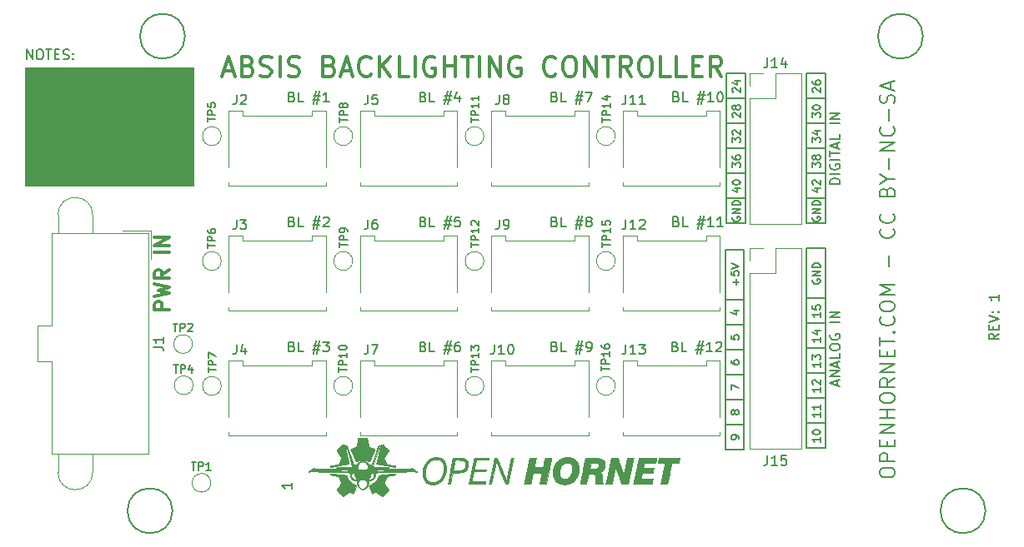
<source format=gbr>
G04 #@! TF.GenerationSoftware,KiCad,Pcbnew,(5.1.4)-1*
G04 #@! TF.CreationDate,2020-11-07T11:35:37-07:00*
G04 #@! TF.ProjectId,ABSIS Backlight Controller,41425349-5320-4426-9163-6b6c69676874,rev?*
G04 #@! TF.SameCoordinates,Original*
G04 #@! TF.FileFunction,Legend,Top*
G04 #@! TF.FilePolarity,Positive*
%FSLAX46Y46*%
G04 Gerber Fmt 4.6, Leading zero omitted, Abs format (unit mm)*
G04 Created by KiCad (PCBNEW (5.1.4)-1) date 2020-11-07 11:35:37*
%MOMM*%
%LPD*%
G04 APERTURE LIST*
%ADD10C,0.150000*%
%ADD11C,0.100000*%
%ADD12C,0.200000*%
%ADD13C,0.300000*%
%ADD14C,0.120000*%
%ADD15C,0.010000*%
G04 APERTURE END LIST*
D10*
X104830857Y-73223380D02*
X104830857Y-72223380D01*
X105402285Y-73223380D01*
X105402285Y-72223380D01*
X106068952Y-72223380D02*
X106259428Y-72223380D01*
X106354666Y-72271000D01*
X106449904Y-72366238D01*
X106497523Y-72556714D01*
X106497523Y-72890047D01*
X106449904Y-73080523D01*
X106354666Y-73175761D01*
X106259428Y-73223380D01*
X106068952Y-73223380D01*
X105973714Y-73175761D01*
X105878476Y-73080523D01*
X105830857Y-72890047D01*
X105830857Y-72556714D01*
X105878476Y-72366238D01*
X105973714Y-72271000D01*
X106068952Y-72223380D01*
X106783238Y-72223380D02*
X107354666Y-72223380D01*
X107068952Y-73223380D02*
X107068952Y-72223380D01*
X107688000Y-72699571D02*
X108021333Y-72699571D01*
X108164190Y-73223380D02*
X107688000Y-73223380D01*
X107688000Y-72223380D01*
X108164190Y-72223380D01*
X108545142Y-73175761D02*
X108688000Y-73223380D01*
X108926095Y-73223380D01*
X109021333Y-73175761D01*
X109068952Y-73128142D01*
X109116571Y-73032904D01*
X109116571Y-72937666D01*
X109068952Y-72842428D01*
X109021333Y-72794809D01*
X108926095Y-72747190D01*
X108735619Y-72699571D01*
X108640380Y-72651952D01*
X108592761Y-72604333D01*
X108545142Y-72509095D01*
X108545142Y-72413857D01*
X108592761Y-72318619D01*
X108640380Y-72271000D01*
X108735619Y-72223380D01*
X108973714Y-72223380D01*
X109116571Y-72271000D01*
X109545142Y-73128142D02*
X109592761Y-73175761D01*
X109545142Y-73223380D01*
X109497523Y-73175761D01*
X109545142Y-73128142D01*
X109545142Y-73223380D01*
X109545142Y-72604333D02*
X109592761Y-72651952D01*
X109545142Y-72699571D01*
X109497523Y-72651952D01*
X109545142Y-72604333D01*
X109545142Y-72699571D01*
D11*
G36*
X121793000Y-86106000D02*
G01*
X104648000Y-86106000D01*
X104648000Y-74041000D01*
X121793000Y-74041000D01*
X121793000Y-86106000D01*
G37*
X121793000Y-86106000D02*
X104648000Y-86106000D01*
X104648000Y-74041000D01*
X121793000Y-74041000D01*
X121793000Y-86106000D01*
D10*
X176511000Y-89255523D02*
X176472904Y-89331714D01*
X176472904Y-89446000D01*
X176511000Y-89560285D01*
X176587190Y-89636476D01*
X176663380Y-89674571D01*
X176815761Y-89712666D01*
X176930047Y-89712666D01*
X177082428Y-89674571D01*
X177158619Y-89636476D01*
X177234809Y-89560285D01*
X177272904Y-89446000D01*
X177272904Y-89369809D01*
X177234809Y-89255523D01*
X177196714Y-89217428D01*
X176930047Y-89217428D01*
X176930047Y-89369809D01*
X177272904Y-88874571D02*
X176472904Y-88874571D01*
X177272904Y-88417428D01*
X176472904Y-88417428D01*
X177272904Y-88036476D02*
X176472904Y-88036476D01*
X176472904Y-87846000D01*
X176511000Y-87731714D01*
X176587190Y-87655523D01*
X176663380Y-87617428D01*
X176815761Y-87579333D01*
X176930047Y-87579333D01*
X177082428Y-87617428D01*
X177158619Y-87655523D01*
X177234809Y-87731714D01*
X177272904Y-87846000D01*
X177272904Y-88036476D01*
X176472904Y-84213619D02*
X176472904Y-83718380D01*
X176777666Y-83985047D01*
X176777666Y-83870761D01*
X176815761Y-83794571D01*
X176853857Y-83756476D01*
X176930047Y-83718380D01*
X177120523Y-83718380D01*
X177196714Y-83756476D01*
X177234809Y-83794571D01*
X177272904Y-83870761D01*
X177272904Y-84099333D01*
X177234809Y-84175523D01*
X177196714Y-84213619D01*
X176472904Y-83032666D02*
X176472904Y-83185047D01*
X176511000Y-83261238D01*
X176549095Y-83299333D01*
X176663380Y-83375523D01*
X176815761Y-83413619D01*
X177120523Y-83413619D01*
X177196714Y-83375523D01*
X177234809Y-83337428D01*
X177272904Y-83261238D01*
X177272904Y-83108857D01*
X177234809Y-83032666D01*
X177196714Y-82994571D01*
X177120523Y-82956476D01*
X176930047Y-82956476D01*
X176853857Y-82994571D01*
X176815761Y-83032666D01*
X176777666Y-83108857D01*
X176777666Y-83261238D01*
X176815761Y-83337428D01*
X176853857Y-83375523D01*
X176930047Y-83413619D01*
X176549095Y-76555523D02*
X176511000Y-76517428D01*
X176472904Y-76441238D01*
X176472904Y-76250761D01*
X176511000Y-76174571D01*
X176549095Y-76136476D01*
X176625285Y-76098380D01*
X176701476Y-76098380D01*
X176815761Y-76136476D01*
X177272904Y-76593619D01*
X177272904Y-76098380D01*
X176739571Y-75412666D02*
X177272904Y-75412666D01*
X176434809Y-75603142D02*
X177006238Y-75793619D01*
X177006238Y-75298380D01*
X176549095Y-79095523D02*
X176511000Y-79057428D01*
X176472904Y-78981238D01*
X176472904Y-78790761D01*
X176511000Y-78714571D01*
X176549095Y-78676476D01*
X176625285Y-78638380D01*
X176701476Y-78638380D01*
X176815761Y-78676476D01*
X177272904Y-79133619D01*
X177272904Y-78638380D01*
X176815761Y-78181238D02*
X176777666Y-78257428D01*
X176739571Y-78295523D01*
X176663380Y-78333619D01*
X176625285Y-78333619D01*
X176549095Y-78295523D01*
X176511000Y-78257428D01*
X176472904Y-78181238D01*
X176472904Y-78028857D01*
X176511000Y-77952666D01*
X176549095Y-77914571D01*
X176625285Y-77876476D01*
X176663380Y-77876476D01*
X176739571Y-77914571D01*
X176777666Y-77952666D01*
X176815761Y-78028857D01*
X176815761Y-78181238D01*
X176853857Y-78257428D01*
X176891952Y-78295523D01*
X176968142Y-78333619D01*
X177120523Y-78333619D01*
X177196714Y-78295523D01*
X177234809Y-78257428D01*
X177272904Y-78181238D01*
X177272904Y-78028857D01*
X177234809Y-77952666D01*
X177196714Y-77914571D01*
X177120523Y-77876476D01*
X176968142Y-77876476D01*
X176891952Y-77914571D01*
X176853857Y-77952666D01*
X176815761Y-78028857D01*
X176472904Y-81673619D02*
X176472904Y-81178380D01*
X176777666Y-81445047D01*
X176777666Y-81330761D01*
X176815761Y-81254571D01*
X176853857Y-81216476D01*
X176930047Y-81178380D01*
X177120523Y-81178380D01*
X177196714Y-81216476D01*
X177234809Y-81254571D01*
X177272904Y-81330761D01*
X177272904Y-81559333D01*
X177234809Y-81635523D01*
X177196714Y-81673619D01*
X176549095Y-80873619D02*
X176511000Y-80835523D01*
X176472904Y-80759333D01*
X176472904Y-80568857D01*
X176511000Y-80492666D01*
X176549095Y-80454571D01*
X176625285Y-80416476D01*
X176701476Y-80416476D01*
X176815761Y-80454571D01*
X177272904Y-80911714D01*
X177272904Y-80416476D01*
X176739571Y-86334571D02*
X177272904Y-86334571D01*
X176434809Y-86525047D02*
X177006238Y-86715523D01*
X177006238Y-86220285D01*
X176472904Y-85763142D02*
X176472904Y-85686952D01*
X176511000Y-85610761D01*
X176549095Y-85572666D01*
X176625285Y-85534571D01*
X176777666Y-85496476D01*
X176968142Y-85496476D01*
X177120523Y-85534571D01*
X177196714Y-85572666D01*
X177234809Y-85610761D01*
X177272904Y-85686952D01*
X177272904Y-85763142D01*
X177234809Y-85839333D01*
X177196714Y-85877428D01*
X177120523Y-85915523D01*
X176968142Y-85953619D01*
X176777666Y-85953619D01*
X176625285Y-85915523D01*
X176549095Y-85877428D01*
X176511000Y-85839333D01*
X176472904Y-85763142D01*
X175895000Y-89916000D02*
X175895000Y-74676000D01*
X175895000Y-77216000D02*
X177800000Y-77216000D01*
X175895000Y-87376000D02*
X177800000Y-87376000D01*
X177800000Y-74676000D02*
X177800000Y-89916000D01*
X177800000Y-89916000D02*
X175895000Y-89916000D01*
X175895000Y-74676000D02*
X177800000Y-74676000D01*
X175895000Y-84836000D02*
X177800000Y-84836000D01*
X175895000Y-79756000D02*
X177800000Y-79756000D01*
X175895000Y-82296000D02*
X177800000Y-82296000D01*
X184023000Y-87376000D02*
X185928000Y-87376000D01*
X184023000Y-84836000D02*
X185928000Y-84836000D01*
X184023000Y-82296000D02*
X185928000Y-82296000D01*
X184023000Y-79756000D02*
X185928000Y-79756000D01*
X184023000Y-77216000D02*
X185928000Y-77216000D01*
X184023000Y-89916000D02*
X184023000Y-74676000D01*
X185928000Y-89916000D02*
X184023000Y-89916000D01*
X185928000Y-74676000D02*
X185928000Y-89916000D01*
X184023000Y-74676000D02*
X185928000Y-74676000D01*
X184677095Y-76555523D02*
X184639000Y-76517428D01*
X184600904Y-76441238D01*
X184600904Y-76250761D01*
X184639000Y-76174571D01*
X184677095Y-76136476D01*
X184753285Y-76098380D01*
X184829476Y-76098380D01*
X184943761Y-76136476D01*
X185400904Y-76593619D01*
X185400904Y-76098380D01*
X184600904Y-75412666D02*
X184600904Y-75565047D01*
X184639000Y-75641238D01*
X184677095Y-75679333D01*
X184791380Y-75755523D01*
X184943761Y-75793619D01*
X185248523Y-75793619D01*
X185324714Y-75755523D01*
X185362809Y-75717428D01*
X185400904Y-75641238D01*
X185400904Y-75488857D01*
X185362809Y-75412666D01*
X185324714Y-75374571D01*
X185248523Y-75336476D01*
X185058047Y-75336476D01*
X184981857Y-75374571D01*
X184943761Y-75412666D01*
X184905666Y-75488857D01*
X184905666Y-75641238D01*
X184943761Y-75717428D01*
X184981857Y-75755523D01*
X185058047Y-75793619D01*
X184600904Y-79133619D02*
X184600904Y-78638380D01*
X184905666Y-78905047D01*
X184905666Y-78790761D01*
X184943761Y-78714571D01*
X184981857Y-78676476D01*
X185058047Y-78638380D01*
X185248523Y-78638380D01*
X185324714Y-78676476D01*
X185362809Y-78714571D01*
X185400904Y-78790761D01*
X185400904Y-79019333D01*
X185362809Y-79095523D01*
X185324714Y-79133619D01*
X184600904Y-78143142D02*
X184600904Y-78066952D01*
X184639000Y-77990761D01*
X184677095Y-77952666D01*
X184753285Y-77914571D01*
X184905666Y-77876476D01*
X185096142Y-77876476D01*
X185248523Y-77914571D01*
X185324714Y-77952666D01*
X185362809Y-77990761D01*
X185400904Y-78066952D01*
X185400904Y-78143142D01*
X185362809Y-78219333D01*
X185324714Y-78257428D01*
X185248523Y-78295523D01*
X185096142Y-78333619D01*
X184905666Y-78333619D01*
X184753285Y-78295523D01*
X184677095Y-78257428D01*
X184639000Y-78219333D01*
X184600904Y-78143142D01*
X184600904Y-81673619D02*
X184600904Y-81178380D01*
X184905666Y-81445047D01*
X184905666Y-81330761D01*
X184943761Y-81254571D01*
X184981857Y-81216476D01*
X185058047Y-81178380D01*
X185248523Y-81178380D01*
X185324714Y-81216476D01*
X185362809Y-81254571D01*
X185400904Y-81330761D01*
X185400904Y-81559333D01*
X185362809Y-81635523D01*
X185324714Y-81673619D01*
X184867571Y-80492666D02*
X185400904Y-80492666D01*
X184562809Y-80683142D02*
X185134238Y-80873619D01*
X185134238Y-80378380D01*
X184600904Y-84213619D02*
X184600904Y-83718380D01*
X184905666Y-83985047D01*
X184905666Y-83870761D01*
X184943761Y-83794571D01*
X184981857Y-83756476D01*
X185058047Y-83718380D01*
X185248523Y-83718380D01*
X185324714Y-83756476D01*
X185362809Y-83794571D01*
X185400904Y-83870761D01*
X185400904Y-84099333D01*
X185362809Y-84175523D01*
X185324714Y-84213619D01*
X184943761Y-83261238D02*
X184905666Y-83337428D01*
X184867571Y-83375523D01*
X184791380Y-83413619D01*
X184753285Y-83413619D01*
X184677095Y-83375523D01*
X184639000Y-83337428D01*
X184600904Y-83261238D01*
X184600904Y-83108857D01*
X184639000Y-83032666D01*
X184677095Y-82994571D01*
X184753285Y-82956476D01*
X184791380Y-82956476D01*
X184867571Y-82994571D01*
X184905666Y-83032666D01*
X184943761Y-83108857D01*
X184943761Y-83261238D01*
X184981857Y-83337428D01*
X185019952Y-83375523D01*
X185096142Y-83413619D01*
X185248523Y-83413619D01*
X185324714Y-83375523D01*
X185362809Y-83337428D01*
X185400904Y-83261238D01*
X185400904Y-83108857D01*
X185362809Y-83032666D01*
X185324714Y-82994571D01*
X185248523Y-82956476D01*
X185096142Y-82956476D01*
X185019952Y-82994571D01*
X184981857Y-83032666D01*
X184943761Y-83108857D01*
X184867571Y-86334571D02*
X185400904Y-86334571D01*
X184562809Y-86525047D02*
X185134238Y-86715523D01*
X185134238Y-86220285D01*
X184677095Y-85953619D02*
X184639000Y-85915523D01*
X184600904Y-85839333D01*
X184600904Y-85648857D01*
X184639000Y-85572666D01*
X184677095Y-85534571D01*
X184753285Y-85496476D01*
X184829476Y-85496476D01*
X184943761Y-85534571D01*
X185400904Y-85991714D01*
X185400904Y-85496476D01*
X184639000Y-89255523D02*
X184600904Y-89331714D01*
X184600904Y-89446000D01*
X184639000Y-89560285D01*
X184715190Y-89636476D01*
X184791380Y-89674571D01*
X184943761Y-89712666D01*
X185058047Y-89712666D01*
X185210428Y-89674571D01*
X185286619Y-89636476D01*
X185362809Y-89560285D01*
X185400904Y-89446000D01*
X185400904Y-89369809D01*
X185362809Y-89255523D01*
X185324714Y-89217428D01*
X185058047Y-89217428D01*
X185058047Y-89369809D01*
X185400904Y-88874571D02*
X184600904Y-88874571D01*
X185400904Y-88417428D01*
X184600904Y-88417428D01*
X185400904Y-88036476D02*
X184600904Y-88036476D01*
X184600904Y-87846000D01*
X184639000Y-87731714D01*
X184715190Y-87655523D01*
X184791380Y-87617428D01*
X184943761Y-87579333D01*
X185058047Y-87579333D01*
X185210428Y-87617428D01*
X185286619Y-87655523D01*
X185362809Y-87731714D01*
X185400904Y-87846000D01*
X185400904Y-88036476D01*
X176345904Y-103860619D02*
X176345904Y-104013000D01*
X176384000Y-104089190D01*
X176422095Y-104127285D01*
X176536380Y-104203476D01*
X176688761Y-104241571D01*
X176993523Y-104241571D01*
X177069714Y-104203476D01*
X177107809Y-104165380D01*
X177145904Y-104089190D01*
X177145904Y-103936809D01*
X177107809Y-103860619D01*
X177069714Y-103822523D01*
X176993523Y-103784428D01*
X176803047Y-103784428D01*
X176726857Y-103822523D01*
X176688761Y-103860619D01*
X176650666Y-103936809D01*
X176650666Y-104089190D01*
X176688761Y-104165380D01*
X176726857Y-104203476D01*
X176803047Y-104241571D01*
X176841142Y-96151571D02*
X176841142Y-95542047D01*
X177145904Y-95846809D02*
X176536380Y-95846809D01*
X176345904Y-94780142D02*
X176345904Y-95161095D01*
X176726857Y-95199190D01*
X176688761Y-95161095D01*
X176650666Y-95084904D01*
X176650666Y-94894428D01*
X176688761Y-94818238D01*
X176726857Y-94780142D01*
X176803047Y-94742047D01*
X176993523Y-94742047D01*
X177069714Y-94780142D01*
X177107809Y-94818238D01*
X177145904Y-94894428D01*
X177145904Y-95084904D01*
X177107809Y-95161095D01*
X177069714Y-95199190D01*
X176345904Y-94513476D02*
X177145904Y-94246809D01*
X176345904Y-93980142D01*
X176345904Y-101282523D02*
X176345904Y-101663476D01*
X176726857Y-101701571D01*
X176688761Y-101663476D01*
X176650666Y-101587285D01*
X176650666Y-101396809D01*
X176688761Y-101320619D01*
X176726857Y-101282523D01*
X176803047Y-101244428D01*
X176993523Y-101244428D01*
X177069714Y-101282523D01*
X177107809Y-101320619D01*
X177145904Y-101396809D01*
X177145904Y-101587285D01*
X177107809Y-101663476D01*
X177069714Y-101701571D01*
X176345904Y-106819666D02*
X176345904Y-106286333D01*
X177145904Y-106629190D01*
X176612571Y-98780619D02*
X177145904Y-98780619D01*
X176307809Y-98971095D02*
X176879238Y-99161571D01*
X176879238Y-98666333D01*
X176688761Y-109169190D02*
X176650666Y-109245380D01*
X176612571Y-109283476D01*
X176536380Y-109321571D01*
X176498285Y-109321571D01*
X176422095Y-109283476D01*
X176384000Y-109245380D01*
X176345904Y-109169190D01*
X176345904Y-109016809D01*
X176384000Y-108940619D01*
X176422095Y-108902523D01*
X176498285Y-108864428D01*
X176536380Y-108864428D01*
X176612571Y-108902523D01*
X176650666Y-108940619D01*
X176688761Y-109016809D01*
X176688761Y-109169190D01*
X176726857Y-109245380D01*
X176764952Y-109283476D01*
X176841142Y-109321571D01*
X176993523Y-109321571D01*
X177069714Y-109283476D01*
X177107809Y-109245380D01*
X177145904Y-109169190D01*
X177145904Y-109016809D01*
X177107809Y-108940619D01*
X177069714Y-108902523D01*
X176993523Y-108864428D01*
X176841142Y-108864428D01*
X176764952Y-108902523D01*
X176726857Y-108940619D01*
X176688761Y-109016809D01*
X177145904Y-111785380D02*
X177145904Y-111633000D01*
X177107809Y-111556809D01*
X177069714Y-111518714D01*
X176955428Y-111442523D01*
X176803047Y-111404428D01*
X176498285Y-111404428D01*
X176422095Y-111442523D01*
X176384000Y-111480619D01*
X176345904Y-111556809D01*
X176345904Y-111709190D01*
X176384000Y-111785380D01*
X176422095Y-111823476D01*
X176498285Y-111861571D01*
X176688761Y-111861571D01*
X176764952Y-111823476D01*
X176803047Y-111785380D01*
X176841142Y-111709190D01*
X176841142Y-111556809D01*
X176803047Y-111480619D01*
X176764952Y-111442523D01*
X176688761Y-111404428D01*
X175768000Y-97663000D02*
X175768000Y-112903000D01*
X177673000Y-97663000D02*
X177673000Y-100203000D01*
X177673000Y-107823000D02*
X177673000Y-110363000D01*
X177673000Y-105283000D02*
X175768000Y-105283000D01*
X175768000Y-92583000D02*
X175768000Y-97663000D01*
X177673000Y-112903000D02*
X175768000Y-112903000D01*
X177673000Y-107823000D02*
X175768000Y-107823000D01*
X177673000Y-97663000D02*
X177673000Y-92583000D01*
X177673000Y-105283000D02*
X177673000Y-107823000D01*
X177673000Y-100203000D02*
X177673000Y-102743000D01*
X177673000Y-110363000D02*
X175768000Y-110363000D01*
X177673000Y-102743000D02*
X177673000Y-105283000D01*
X177673000Y-100203000D02*
X175768000Y-100203000D01*
X175768000Y-97663000D02*
X177673000Y-97663000D01*
X177673000Y-102743000D02*
X175768000Y-102743000D01*
X177673000Y-92583000D02*
X175768000Y-92583000D01*
X177673000Y-110363000D02*
X177673000Y-112903000D01*
X177546000Y-110363000D02*
X177673000Y-110363000D01*
X185400904Y-111658380D02*
X185400904Y-112115523D01*
X185400904Y-111886952D02*
X184600904Y-111886952D01*
X184715190Y-111963142D01*
X184791380Y-112039333D01*
X184829476Y-112115523D01*
X184600904Y-111163142D02*
X184600904Y-111086952D01*
X184639000Y-111010761D01*
X184677095Y-110972666D01*
X184753285Y-110934571D01*
X184905666Y-110896476D01*
X185096142Y-110896476D01*
X185248523Y-110934571D01*
X185324714Y-110972666D01*
X185362809Y-111010761D01*
X185400904Y-111086952D01*
X185400904Y-111163142D01*
X185362809Y-111239333D01*
X185324714Y-111277428D01*
X185248523Y-111315523D01*
X185096142Y-111353619D01*
X184905666Y-111353619D01*
X184753285Y-111315523D01*
X184677095Y-111277428D01*
X184639000Y-111239333D01*
X184600904Y-111163142D01*
X185400904Y-109118380D02*
X185400904Y-109575523D01*
X185400904Y-109346952D02*
X184600904Y-109346952D01*
X184715190Y-109423142D01*
X184791380Y-109499333D01*
X184829476Y-109575523D01*
X185400904Y-108356476D02*
X185400904Y-108813619D01*
X185400904Y-108585047D02*
X184600904Y-108585047D01*
X184715190Y-108661238D01*
X184791380Y-108737428D01*
X184829476Y-108813619D01*
X185400904Y-106578380D02*
X185400904Y-107035523D01*
X185400904Y-106806952D02*
X184600904Y-106806952D01*
X184715190Y-106883142D01*
X184791380Y-106959333D01*
X184829476Y-107035523D01*
X184677095Y-106273619D02*
X184639000Y-106235523D01*
X184600904Y-106159333D01*
X184600904Y-105968857D01*
X184639000Y-105892666D01*
X184677095Y-105854571D01*
X184753285Y-105816476D01*
X184829476Y-105816476D01*
X184943761Y-105854571D01*
X185400904Y-106311714D01*
X185400904Y-105816476D01*
X185400904Y-104038380D02*
X185400904Y-104495523D01*
X185400904Y-104266952D02*
X184600904Y-104266952D01*
X184715190Y-104343142D01*
X184791380Y-104419333D01*
X184829476Y-104495523D01*
X184600904Y-103771714D02*
X184600904Y-103276476D01*
X184905666Y-103543142D01*
X184905666Y-103428857D01*
X184943761Y-103352666D01*
X184981857Y-103314571D01*
X185058047Y-103276476D01*
X185248523Y-103276476D01*
X185324714Y-103314571D01*
X185362809Y-103352666D01*
X185400904Y-103428857D01*
X185400904Y-103657428D01*
X185362809Y-103733619D01*
X185324714Y-103771714D01*
X185400904Y-101498380D02*
X185400904Y-101955523D01*
X185400904Y-101726952D02*
X184600904Y-101726952D01*
X184715190Y-101803142D01*
X184791380Y-101879333D01*
X184829476Y-101955523D01*
X184867571Y-100812666D02*
X185400904Y-100812666D01*
X184562809Y-101003142D02*
X185134238Y-101193619D01*
X185134238Y-100698380D01*
X185400904Y-98958380D02*
X185400904Y-99415523D01*
X185400904Y-99186952D02*
X184600904Y-99186952D01*
X184715190Y-99263142D01*
X184791380Y-99339333D01*
X184829476Y-99415523D01*
X184600904Y-98234571D02*
X184600904Y-98615523D01*
X184981857Y-98653619D01*
X184943761Y-98615523D01*
X184905666Y-98539333D01*
X184905666Y-98348857D01*
X184943761Y-98272666D01*
X184981857Y-98234571D01*
X185058047Y-98196476D01*
X185248523Y-98196476D01*
X185324714Y-98234571D01*
X185362809Y-98272666D01*
X185400904Y-98348857D01*
X185400904Y-98539333D01*
X185362809Y-98615523D01*
X185324714Y-98653619D01*
X184023000Y-97536000D02*
X184023000Y-112776000D01*
X185928000Y-112776000D02*
X184023000Y-112776000D01*
X185928000Y-110236000D02*
X185928000Y-112776000D01*
X185801000Y-110236000D02*
X185928000Y-110236000D01*
X185928000Y-110236000D02*
X184023000Y-110236000D01*
X185928000Y-107696000D02*
X185928000Y-110236000D01*
X185928000Y-107696000D02*
X184023000Y-107696000D01*
X185928000Y-105156000D02*
X185928000Y-107696000D01*
X185928000Y-105156000D02*
X184023000Y-105156000D01*
X185928000Y-102616000D02*
X185928000Y-105156000D01*
X185928000Y-102616000D02*
X184023000Y-102616000D01*
X185928000Y-100076000D02*
X185928000Y-102616000D01*
X185928000Y-100076000D02*
X184023000Y-100076000D01*
X185928000Y-97536000D02*
X185928000Y-100076000D01*
X184023000Y-92456000D02*
X184023000Y-97536000D01*
X185928000Y-92456000D02*
X184023000Y-92456000D01*
X185928000Y-97536000D02*
X185928000Y-92456000D01*
X184023000Y-97536000D02*
X185928000Y-97536000D01*
X184639000Y-95605523D02*
X184600904Y-95681714D01*
X184600904Y-95796000D01*
X184639000Y-95910285D01*
X184715190Y-95986476D01*
X184791380Y-96024571D01*
X184943761Y-96062666D01*
X185058047Y-96062666D01*
X185210428Y-96024571D01*
X185286619Y-95986476D01*
X185362809Y-95910285D01*
X185400904Y-95796000D01*
X185400904Y-95719809D01*
X185362809Y-95605523D01*
X185324714Y-95567428D01*
X185058047Y-95567428D01*
X185058047Y-95719809D01*
X185400904Y-95224571D02*
X184600904Y-95224571D01*
X185400904Y-94767428D01*
X184600904Y-94767428D01*
X185400904Y-94386476D02*
X184600904Y-94386476D01*
X184600904Y-94196000D01*
X184639000Y-94081714D01*
X184715190Y-94005523D01*
X184791380Y-93967428D01*
X184943761Y-93929333D01*
X185058047Y-93929333D01*
X185210428Y-93967428D01*
X185286619Y-94005523D01*
X185362809Y-94081714D01*
X185400904Y-94196000D01*
X185400904Y-94386476D01*
X203525380Y-101107666D02*
X203049190Y-101441000D01*
X203525380Y-101679095D02*
X202525380Y-101679095D01*
X202525380Y-101298142D01*
X202573000Y-101202904D01*
X202620619Y-101155285D01*
X202715857Y-101107666D01*
X202858714Y-101107666D01*
X202953952Y-101155285D01*
X203001571Y-101202904D01*
X203049190Y-101298142D01*
X203049190Y-101679095D01*
X203001571Y-100679095D02*
X203001571Y-100345761D01*
X203525380Y-100202904D02*
X203525380Y-100679095D01*
X202525380Y-100679095D01*
X202525380Y-100202904D01*
X202525380Y-99917190D02*
X203525380Y-99583857D01*
X202525380Y-99250523D01*
X203430142Y-98917190D02*
X203477761Y-98869571D01*
X203525380Y-98917190D01*
X203477761Y-98964809D01*
X203430142Y-98917190D01*
X203525380Y-98917190D01*
X202906333Y-98917190D02*
X202953952Y-98869571D01*
X203001571Y-98917190D01*
X202953952Y-98964809D01*
X202906333Y-98917190D01*
X203001571Y-98917190D01*
X203525380Y-97155285D02*
X203525380Y-97726714D01*
X203525380Y-97441000D02*
X202525380Y-97441000D01*
X202668238Y-97536238D01*
X202763476Y-97631476D01*
X202811095Y-97726714D01*
D12*
X191456571Y-115381000D02*
X191456571Y-115095285D01*
X191528000Y-114952428D01*
X191670857Y-114809571D01*
X191956571Y-114738142D01*
X192456571Y-114738142D01*
X192742285Y-114809571D01*
X192885142Y-114952428D01*
X192956571Y-115095285D01*
X192956571Y-115381000D01*
X192885142Y-115523857D01*
X192742285Y-115666714D01*
X192456571Y-115738142D01*
X191956571Y-115738142D01*
X191670857Y-115666714D01*
X191528000Y-115523857D01*
X191456571Y-115381000D01*
X192956571Y-114095285D02*
X191456571Y-114095285D01*
X191456571Y-113523857D01*
X191528000Y-113381000D01*
X191599428Y-113309571D01*
X191742285Y-113238142D01*
X191956571Y-113238142D01*
X192099428Y-113309571D01*
X192170857Y-113381000D01*
X192242285Y-113523857D01*
X192242285Y-114095285D01*
X192170857Y-112595285D02*
X192170857Y-112095285D01*
X192956571Y-111881000D02*
X192956571Y-112595285D01*
X191456571Y-112595285D01*
X191456571Y-111881000D01*
X192956571Y-111238142D02*
X191456571Y-111238142D01*
X192956571Y-110381000D01*
X191456571Y-110381000D01*
X192956571Y-109666714D02*
X191456571Y-109666714D01*
X192170857Y-109666714D02*
X192170857Y-108809571D01*
X192956571Y-108809571D02*
X191456571Y-108809571D01*
X191456571Y-107809571D02*
X191456571Y-107523857D01*
X191528000Y-107381000D01*
X191670857Y-107238142D01*
X191956571Y-107166714D01*
X192456571Y-107166714D01*
X192742285Y-107238142D01*
X192885142Y-107381000D01*
X192956571Y-107523857D01*
X192956571Y-107809571D01*
X192885142Y-107952428D01*
X192742285Y-108095285D01*
X192456571Y-108166714D01*
X191956571Y-108166714D01*
X191670857Y-108095285D01*
X191528000Y-107952428D01*
X191456571Y-107809571D01*
X192956571Y-105666714D02*
X192242285Y-106166714D01*
X192956571Y-106523857D02*
X191456571Y-106523857D01*
X191456571Y-105952428D01*
X191528000Y-105809571D01*
X191599428Y-105738142D01*
X191742285Y-105666714D01*
X191956571Y-105666714D01*
X192099428Y-105738142D01*
X192170857Y-105809571D01*
X192242285Y-105952428D01*
X192242285Y-106523857D01*
X192956571Y-105023857D02*
X191456571Y-105023857D01*
X192956571Y-104166714D01*
X191456571Y-104166714D01*
X192170857Y-103452428D02*
X192170857Y-102952428D01*
X192956571Y-102738142D02*
X192956571Y-103452428D01*
X191456571Y-103452428D01*
X191456571Y-102738142D01*
X191456571Y-102309571D02*
X191456571Y-101452428D01*
X192956571Y-101881000D02*
X191456571Y-101881000D01*
X192813714Y-100952428D02*
X192885142Y-100881000D01*
X192956571Y-100952428D01*
X192885142Y-101023857D01*
X192813714Y-100952428D01*
X192956571Y-100952428D01*
X192813714Y-99381000D02*
X192885142Y-99452428D01*
X192956571Y-99666714D01*
X192956571Y-99809571D01*
X192885142Y-100023857D01*
X192742285Y-100166714D01*
X192599428Y-100238142D01*
X192313714Y-100309571D01*
X192099428Y-100309571D01*
X191813714Y-100238142D01*
X191670857Y-100166714D01*
X191528000Y-100023857D01*
X191456571Y-99809571D01*
X191456571Y-99666714D01*
X191528000Y-99452428D01*
X191599428Y-99381000D01*
X191456571Y-98452428D02*
X191456571Y-98166714D01*
X191528000Y-98023857D01*
X191670857Y-97881000D01*
X191956571Y-97809571D01*
X192456571Y-97809571D01*
X192742285Y-97881000D01*
X192885142Y-98023857D01*
X192956571Y-98166714D01*
X192956571Y-98452428D01*
X192885142Y-98595285D01*
X192742285Y-98738142D01*
X192456571Y-98809571D01*
X191956571Y-98809571D01*
X191670857Y-98738142D01*
X191528000Y-98595285D01*
X191456571Y-98452428D01*
X192956571Y-97166714D02*
X191456571Y-97166714D01*
X192528000Y-96666714D01*
X191456571Y-96166714D01*
X192956571Y-96166714D01*
X192385142Y-94309571D02*
X192385142Y-93166714D01*
X192813714Y-90452428D02*
X192885142Y-90523857D01*
X192956571Y-90738142D01*
X192956571Y-90881000D01*
X192885142Y-91095285D01*
X192742285Y-91238142D01*
X192599428Y-91309571D01*
X192313714Y-91381000D01*
X192099428Y-91381000D01*
X191813714Y-91309571D01*
X191670857Y-91238142D01*
X191528000Y-91095285D01*
X191456571Y-90881000D01*
X191456571Y-90738142D01*
X191528000Y-90523857D01*
X191599428Y-90452428D01*
X192813714Y-88952428D02*
X192885142Y-89023857D01*
X192956571Y-89238142D01*
X192956571Y-89381000D01*
X192885142Y-89595285D01*
X192742285Y-89738142D01*
X192599428Y-89809571D01*
X192313714Y-89881000D01*
X192099428Y-89881000D01*
X191813714Y-89809571D01*
X191670857Y-89738142D01*
X191528000Y-89595285D01*
X191456571Y-89381000D01*
X191456571Y-89238142D01*
X191528000Y-89023857D01*
X191599428Y-88952428D01*
X192170857Y-86666714D02*
X192242285Y-86452428D01*
X192313714Y-86381000D01*
X192456571Y-86309571D01*
X192670857Y-86309571D01*
X192813714Y-86381000D01*
X192885142Y-86452428D01*
X192956571Y-86595285D01*
X192956571Y-87166714D01*
X191456571Y-87166714D01*
X191456571Y-86666714D01*
X191528000Y-86523857D01*
X191599428Y-86452428D01*
X191742285Y-86381000D01*
X191885142Y-86381000D01*
X192028000Y-86452428D01*
X192099428Y-86523857D01*
X192170857Y-86666714D01*
X192170857Y-87166714D01*
X192242285Y-85381000D02*
X192956571Y-85381000D01*
X191456571Y-85881000D02*
X192242285Y-85381000D01*
X191456571Y-84881000D01*
X192385142Y-84381000D02*
X192385142Y-83238142D01*
X192956571Y-82523857D02*
X191456571Y-82523857D01*
X192956571Y-81666714D01*
X191456571Y-81666714D01*
X192813714Y-80095285D02*
X192885142Y-80166714D01*
X192956571Y-80381000D01*
X192956571Y-80523857D01*
X192885142Y-80738142D01*
X192742285Y-80881000D01*
X192599428Y-80952428D01*
X192313714Y-81023857D01*
X192099428Y-81023857D01*
X191813714Y-80952428D01*
X191670857Y-80881000D01*
X191528000Y-80738142D01*
X191456571Y-80523857D01*
X191456571Y-80381000D01*
X191528000Y-80166714D01*
X191599428Y-80095285D01*
X192385142Y-79452428D02*
X192385142Y-78309571D01*
X192885142Y-77666714D02*
X192956571Y-77452428D01*
X192956571Y-77095285D01*
X192885142Y-76952428D01*
X192813714Y-76881000D01*
X192670857Y-76809571D01*
X192528000Y-76809571D01*
X192385142Y-76881000D01*
X192313714Y-76952428D01*
X192242285Y-77095285D01*
X192170857Y-77381000D01*
X192099428Y-77523857D01*
X192028000Y-77595285D01*
X191885142Y-77666714D01*
X191742285Y-77666714D01*
X191599428Y-77595285D01*
X191528000Y-77523857D01*
X191456571Y-77381000D01*
X191456571Y-77023857D01*
X191528000Y-76809571D01*
X192528000Y-76238142D02*
X192528000Y-75523857D01*
X192956571Y-76381000D02*
X191456571Y-75881000D01*
X192956571Y-75381000D01*
D13*
X124828285Y-74374333D02*
X125780666Y-74374333D01*
X124637809Y-74945761D02*
X125304476Y-72945761D01*
X125971142Y-74945761D01*
X127304476Y-73898142D02*
X127590190Y-73993380D01*
X127685428Y-74088619D01*
X127780666Y-74279095D01*
X127780666Y-74564809D01*
X127685428Y-74755285D01*
X127590190Y-74850523D01*
X127399714Y-74945761D01*
X126637809Y-74945761D01*
X126637809Y-72945761D01*
X127304476Y-72945761D01*
X127494952Y-73041000D01*
X127590190Y-73136238D01*
X127685428Y-73326714D01*
X127685428Y-73517190D01*
X127590190Y-73707666D01*
X127494952Y-73802904D01*
X127304476Y-73898142D01*
X126637809Y-73898142D01*
X128542571Y-74850523D02*
X128828285Y-74945761D01*
X129304476Y-74945761D01*
X129494952Y-74850523D01*
X129590190Y-74755285D01*
X129685428Y-74564809D01*
X129685428Y-74374333D01*
X129590190Y-74183857D01*
X129494952Y-74088619D01*
X129304476Y-73993380D01*
X128923523Y-73898142D01*
X128733047Y-73802904D01*
X128637809Y-73707666D01*
X128542571Y-73517190D01*
X128542571Y-73326714D01*
X128637809Y-73136238D01*
X128733047Y-73041000D01*
X128923523Y-72945761D01*
X129399714Y-72945761D01*
X129685428Y-73041000D01*
X130542571Y-74945761D02*
X130542571Y-72945761D01*
X131399714Y-74850523D02*
X131685428Y-74945761D01*
X132161619Y-74945761D01*
X132352095Y-74850523D01*
X132447333Y-74755285D01*
X132542571Y-74564809D01*
X132542571Y-74374333D01*
X132447333Y-74183857D01*
X132352095Y-74088619D01*
X132161619Y-73993380D01*
X131780666Y-73898142D01*
X131590190Y-73802904D01*
X131494952Y-73707666D01*
X131399714Y-73517190D01*
X131399714Y-73326714D01*
X131494952Y-73136238D01*
X131590190Y-73041000D01*
X131780666Y-72945761D01*
X132256857Y-72945761D01*
X132542571Y-73041000D01*
X135590190Y-73898142D02*
X135875904Y-73993380D01*
X135971142Y-74088619D01*
X136066380Y-74279095D01*
X136066380Y-74564809D01*
X135971142Y-74755285D01*
X135875904Y-74850523D01*
X135685428Y-74945761D01*
X134923523Y-74945761D01*
X134923523Y-72945761D01*
X135590190Y-72945761D01*
X135780666Y-73041000D01*
X135875904Y-73136238D01*
X135971142Y-73326714D01*
X135971142Y-73517190D01*
X135875904Y-73707666D01*
X135780666Y-73802904D01*
X135590190Y-73898142D01*
X134923523Y-73898142D01*
X136828285Y-74374333D02*
X137780666Y-74374333D01*
X136637809Y-74945761D02*
X137304476Y-72945761D01*
X137971142Y-74945761D01*
X139780666Y-74755285D02*
X139685428Y-74850523D01*
X139399714Y-74945761D01*
X139209238Y-74945761D01*
X138923523Y-74850523D01*
X138733047Y-74660047D01*
X138637809Y-74469571D01*
X138542571Y-74088619D01*
X138542571Y-73802904D01*
X138637809Y-73421952D01*
X138733047Y-73231476D01*
X138923523Y-73041000D01*
X139209238Y-72945761D01*
X139399714Y-72945761D01*
X139685428Y-73041000D01*
X139780666Y-73136238D01*
X140637809Y-74945761D02*
X140637809Y-72945761D01*
X141780666Y-74945761D02*
X140923523Y-73802904D01*
X141780666Y-72945761D02*
X140637809Y-74088619D01*
X143590190Y-74945761D02*
X142637809Y-74945761D01*
X142637809Y-72945761D01*
X144256857Y-74945761D02*
X144256857Y-72945761D01*
X146256857Y-73041000D02*
X146066380Y-72945761D01*
X145780666Y-72945761D01*
X145494952Y-73041000D01*
X145304476Y-73231476D01*
X145209238Y-73421952D01*
X145114000Y-73802904D01*
X145114000Y-74088619D01*
X145209238Y-74469571D01*
X145304476Y-74660047D01*
X145494952Y-74850523D01*
X145780666Y-74945761D01*
X145971142Y-74945761D01*
X146256857Y-74850523D01*
X146352095Y-74755285D01*
X146352095Y-74088619D01*
X145971142Y-74088619D01*
X147209238Y-74945761D02*
X147209238Y-72945761D01*
X147209238Y-73898142D02*
X148352095Y-73898142D01*
X148352095Y-74945761D02*
X148352095Y-72945761D01*
X149018761Y-72945761D02*
X150161619Y-72945761D01*
X149590190Y-74945761D02*
X149590190Y-72945761D01*
X150828285Y-74945761D02*
X150828285Y-72945761D01*
X151780666Y-74945761D02*
X151780666Y-72945761D01*
X152923523Y-74945761D01*
X152923523Y-72945761D01*
X154923523Y-73041000D02*
X154733047Y-72945761D01*
X154447333Y-72945761D01*
X154161619Y-73041000D01*
X153971142Y-73231476D01*
X153875904Y-73421952D01*
X153780666Y-73802904D01*
X153780666Y-74088619D01*
X153875904Y-74469571D01*
X153971142Y-74660047D01*
X154161619Y-74850523D01*
X154447333Y-74945761D01*
X154637809Y-74945761D01*
X154923523Y-74850523D01*
X155018761Y-74755285D01*
X155018761Y-74088619D01*
X154637809Y-74088619D01*
X158542571Y-74755285D02*
X158447333Y-74850523D01*
X158161619Y-74945761D01*
X157971142Y-74945761D01*
X157685428Y-74850523D01*
X157494952Y-74660047D01*
X157399714Y-74469571D01*
X157304476Y-74088619D01*
X157304476Y-73802904D01*
X157399714Y-73421952D01*
X157494952Y-73231476D01*
X157685428Y-73041000D01*
X157971142Y-72945761D01*
X158161619Y-72945761D01*
X158447333Y-73041000D01*
X158542571Y-73136238D01*
X159780666Y-72945761D02*
X160161619Y-72945761D01*
X160352095Y-73041000D01*
X160542571Y-73231476D01*
X160637809Y-73612428D01*
X160637809Y-74279095D01*
X160542571Y-74660047D01*
X160352095Y-74850523D01*
X160161619Y-74945761D01*
X159780666Y-74945761D01*
X159590190Y-74850523D01*
X159399714Y-74660047D01*
X159304476Y-74279095D01*
X159304476Y-73612428D01*
X159399714Y-73231476D01*
X159590190Y-73041000D01*
X159780666Y-72945761D01*
X161494952Y-74945761D02*
X161494952Y-72945761D01*
X162637809Y-74945761D01*
X162637809Y-72945761D01*
X163304476Y-72945761D02*
X164447333Y-72945761D01*
X163875904Y-74945761D02*
X163875904Y-72945761D01*
X166256857Y-74945761D02*
X165590190Y-73993380D01*
X165114000Y-74945761D02*
X165114000Y-72945761D01*
X165875904Y-72945761D01*
X166066380Y-73041000D01*
X166161619Y-73136238D01*
X166256857Y-73326714D01*
X166256857Y-73612428D01*
X166161619Y-73802904D01*
X166066380Y-73898142D01*
X165875904Y-73993380D01*
X165114000Y-73993380D01*
X167494952Y-72945761D02*
X167875904Y-72945761D01*
X168066380Y-73041000D01*
X168256857Y-73231476D01*
X168352095Y-73612428D01*
X168352095Y-74279095D01*
X168256857Y-74660047D01*
X168066380Y-74850523D01*
X167875904Y-74945761D01*
X167494952Y-74945761D01*
X167304476Y-74850523D01*
X167114000Y-74660047D01*
X167018761Y-74279095D01*
X167018761Y-73612428D01*
X167114000Y-73231476D01*
X167304476Y-73041000D01*
X167494952Y-72945761D01*
X170161619Y-74945761D02*
X169209238Y-74945761D01*
X169209238Y-72945761D01*
X171780666Y-74945761D02*
X170828285Y-74945761D01*
X170828285Y-72945761D01*
X172447333Y-73898142D02*
X173114000Y-73898142D01*
X173399714Y-74945761D02*
X172447333Y-74945761D01*
X172447333Y-72945761D01*
X173399714Y-72945761D01*
X175399714Y-74945761D02*
X174733047Y-73993380D01*
X174256857Y-74945761D02*
X174256857Y-72945761D01*
X175018761Y-72945761D01*
X175209238Y-73041000D01*
X175304476Y-73136238D01*
X175399714Y-73326714D01*
X175399714Y-73612428D01*
X175304476Y-73802904D01*
X175209238Y-73898142D01*
X175018761Y-73993380D01*
X174256857Y-73993380D01*
X119296571Y-98710285D02*
X117796571Y-98710285D01*
X117796571Y-98138857D01*
X117868000Y-97996000D01*
X117939428Y-97924571D01*
X118082285Y-97853142D01*
X118296571Y-97853142D01*
X118439428Y-97924571D01*
X118510857Y-97996000D01*
X118582285Y-98138857D01*
X118582285Y-98710285D01*
X117796571Y-97353142D02*
X119296571Y-96996000D01*
X118225142Y-96710285D01*
X119296571Y-96424571D01*
X117796571Y-96067428D01*
X119296571Y-94638857D02*
X118582285Y-95138857D01*
X119296571Y-95496000D02*
X117796571Y-95496000D01*
X117796571Y-94924571D01*
X117868000Y-94781714D01*
X117939428Y-94710285D01*
X118082285Y-94638857D01*
X118296571Y-94638857D01*
X118439428Y-94710285D01*
X118510857Y-94781714D01*
X118582285Y-94924571D01*
X118582285Y-95496000D01*
X119296571Y-92853142D02*
X117796571Y-92853142D01*
X119296571Y-92138857D02*
X117796571Y-92138857D01*
X119296571Y-91281714D01*
X117796571Y-91281714D01*
D10*
X131770380Y-116300285D02*
X131770380Y-116871714D01*
X131770380Y-116586000D02*
X130770380Y-116586000D01*
X130913238Y-116681238D01*
X131008476Y-116776476D01*
X131056095Y-116871714D01*
D14*
X111528000Y-89026000D02*
G75*
G03X108008000Y-89026000I-1760000J0D01*
G01*
X108008000Y-115226000D02*
G75*
G03X111528000Y-115226000I1760000J0D01*
G01*
X111528000Y-89026000D02*
X111528000Y-90916000D01*
X108008000Y-89026000D02*
X108008000Y-90916000D01*
X111528000Y-115226000D02*
X111528000Y-113336000D01*
X108008000Y-115226000D02*
X108008000Y-113336000D01*
X117168000Y-102126000D02*
X117168000Y-90916000D01*
X117168000Y-90916000D02*
X107348000Y-90916000D01*
X107348000Y-90916000D02*
X107348000Y-100316000D01*
X107348000Y-100316000D02*
X105948000Y-100316000D01*
X105948000Y-100316000D02*
X105948000Y-102126000D01*
X117168000Y-102126000D02*
X117168000Y-113336000D01*
X117168000Y-113336000D02*
X107348000Y-113336000D01*
X107348000Y-113336000D02*
X107348000Y-103936000D01*
X107348000Y-103936000D02*
X105948000Y-103936000D01*
X105948000Y-103936000D02*
X105948000Y-102126000D01*
X117408000Y-93526000D02*
X117408000Y-90676000D01*
X117408000Y-90676000D02*
X114558000Y-90676000D01*
D15*
G36*
X138919631Y-111709200D02*
G01*
X138940312Y-111709200D01*
X139010145Y-111709208D01*
X139072007Y-111709239D01*
X139126394Y-111709300D01*
X139173801Y-111709399D01*
X139214724Y-111709545D01*
X139249658Y-111709745D01*
X139279100Y-111710007D01*
X139303545Y-111710340D01*
X139323489Y-111710750D01*
X139339427Y-111711247D01*
X139351855Y-111711838D01*
X139361268Y-111712531D01*
X139368163Y-111713334D01*
X139373035Y-111714255D01*
X139376380Y-111715302D01*
X139378311Y-111716249D01*
X139388290Y-111724377D01*
X139394778Y-111733247D01*
X139396170Y-111738723D01*
X139398990Y-111751952D01*
X139403129Y-111772365D01*
X139408476Y-111799389D01*
X139414921Y-111832454D01*
X139422354Y-111870987D01*
X139430666Y-111914417D01*
X139439747Y-111962174D01*
X139449486Y-112013685D01*
X139459774Y-112068379D01*
X139470501Y-112125684D01*
X139477782Y-112164738D01*
X139488756Y-112223492D01*
X139499387Y-112280035D01*
X139509566Y-112333792D01*
X139519178Y-112384190D01*
X139528113Y-112430656D01*
X139536259Y-112472614D01*
X139543504Y-112509491D01*
X139549736Y-112540714D01*
X139554844Y-112565708D01*
X139558715Y-112583901D01*
X139561238Y-112594717D01*
X139562107Y-112597531D01*
X139569808Y-112608974D01*
X139577890Y-112617867D01*
X139582901Y-112620525D01*
X139595004Y-112626066D01*
X139613450Y-112634179D01*
X139637487Y-112644553D01*
X139666367Y-112656877D01*
X139699341Y-112670840D01*
X139735658Y-112686132D01*
X139774570Y-112702441D01*
X139815326Y-112719456D01*
X139857177Y-112736867D01*
X139899373Y-112754362D01*
X139941165Y-112771630D01*
X139981804Y-112788362D01*
X140020539Y-112804244D01*
X140056621Y-112818968D01*
X140089301Y-112832221D01*
X140117828Y-112843693D01*
X140141454Y-112853073D01*
X140159429Y-112860050D01*
X140171003Y-112864313D01*
X140174866Y-112865510D01*
X140175271Y-112866948D01*
X140174392Y-112871046D01*
X140172095Y-112878115D01*
X140168243Y-112888469D01*
X140162700Y-112902418D01*
X140155332Y-112920276D01*
X140146001Y-112942355D01*
X140134572Y-112968968D01*
X140120911Y-113000425D01*
X140104879Y-113037041D01*
X140086343Y-113079127D01*
X140065166Y-113126995D01*
X140041213Y-113180958D01*
X140014347Y-113241328D01*
X139984433Y-113308418D01*
X139951336Y-113382539D01*
X139914919Y-113464005D01*
X139907384Y-113480849D01*
X139876804Y-113549203D01*
X139847133Y-113615495D01*
X139818559Y-113679311D01*
X139791267Y-113740234D01*
X139765446Y-113797847D01*
X139741281Y-113851736D01*
X139718960Y-113901484D01*
X139698669Y-113946675D01*
X139680595Y-113986892D01*
X139664925Y-114021721D01*
X139651845Y-114050745D01*
X139641543Y-114073547D01*
X139634204Y-114089713D01*
X139630017Y-114098825D01*
X139629082Y-114100755D01*
X139626452Y-114102791D01*
X139621176Y-114103206D01*
X139612057Y-114101775D01*
X139597899Y-114098272D01*
X139577505Y-114092472D01*
X139564247Y-114088536D01*
X139503404Y-114071097D01*
X139438208Y-114053808D01*
X139370782Y-114037163D01*
X139303249Y-114021653D01*
X139237734Y-114007770D01*
X139176359Y-113996004D01*
X139132734Y-113988616D01*
X139107325Y-113985511D01*
X139075159Y-113982971D01*
X139037927Y-113981018D01*
X138997320Y-113979671D01*
X138955029Y-113978951D01*
X138912747Y-113978879D01*
X138872163Y-113979476D01*
X138834971Y-113980762D01*
X138802860Y-113982758D01*
X138786091Y-113984379D01*
X138737582Y-113990963D01*
X138682781Y-114000129D01*
X138623335Y-114011518D01*
X138560891Y-114024768D01*
X138497095Y-114039518D01*
X138433595Y-114055407D01*
X138372036Y-114072074D01*
X138329291Y-114084519D01*
X138306405Y-114091347D01*
X138286371Y-114097215D01*
X138270582Y-114101723D01*
X138260428Y-114104475D01*
X138257324Y-114105144D01*
X138255326Y-114101318D01*
X138250130Y-114090141D01*
X138241919Y-114072026D01*
X138230875Y-114047386D01*
X138217180Y-114016633D01*
X138201016Y-113980181D01*
X138182564Y-113938441D01*
X138162008Y-113891826D01*
X138139528Y-113840749D01*
X138115308Y-113785622D01*
X138089528Y-113726858D01*
X138062371Y-113664870D01*
X138034020Y-113600071D01*
X138004655Y-113532872D01*
X137985500Y-113488992D01*
X137955578Y-113420407D01*
X137926577Y-113353901D01*
X137898677Y-113289892D01*
X137872060Y-113228796D01*
X137846907Y-113171030D01*
X137823399Y-113117010D01*
X137801717Y-113067155D01*
X137782042Y-113021879D01*
X137764556Y-112981600D01*
X137749439Y-112946735D01*
X137736873Y-112917701D01*
X137727038Y-112894913D01*
X137720116Y-112878789D01*
X137716288Y-112869746D01*
X137715547Y-112867873D01*
X137719193Y-112865322D01*
X137730338Y-112859798D01*
X137748614Y-112851459D01*
X137773654Y-112840463D01*
X137805088Y-112826967D01*
X137842551Y-112811129D01*
X137885672Y-112793107D01*
X137934086Y-112773057D01*
X137987424Y-112751139D01*
X137999035Y-112746387D01*
X138045911Y-112727172D01*
X138090730Y-112708712D01*
X138132838Y-112691281D01*
X138171580Y-112675155D01*
X138206303Y-112660609D01*
X138236353Y-112647917D01*
X138261076Y-112637355D01*
X138279817Y-112629196D01*
X138291924Y-112623716D01*
X138296505Y-112621373D01*
X138307343Y-112611466D01*
X138316336Y-112599028D01*
X138316842Y-112598068D01*
X138318815Y-112591543D01*
X138322205Y-112577080D01*
X138326935Y-112555076D01*
X138332928Y-112525927D01*
X138340106Y-112490029D01*
X138348391Y-112447779D01*
X138357705Y-112399573D01*
X138367970Y-112345806D01*
X138379110Y-112286876D01*
X138391046Y-112223178D01*
X138402678Y-112160623D01*
X138413594Y-112101864D01*
X138424140Y-112045373D01*
X138434209Y-111991718D01*
X138443691Y-111941466D01*
X138452478Y-111895183D01*
X138460461Y-111853436D01*
X138467531Y-111816794D01*
X138473579Y-111785823D01*
X138478498Y-111761090D01*
X138482177Y-111743162D01*
X138484508Y-111732606D01*
X138485270Y-111729925D01*
X138486999Y-111726613D01*
X138488761Y-111723674D01*
X138491043Y-111721085D01*
X138494334Y-111718825D01*
X138499121Y-111716871D01*
X138505893Y-111715200D01*
X138515137Y-111713791D01*
X138527343Y-111712621D01*
X138542997Y-111711669D01*
X138562589Y-111710911D01*
X138586606Y-111710327D01*
X138615536Y-111709892D01*
X138649867Y-111709586D01*
X138690089Y-111709385D01*
X138736687Y-111709269D01*
X138790152Y-111709214D01*
X138850970Y-111709199D01*
X138919631Y-111709200D01*
X138919631Y-111709200D01*
G37*
X138919631Y-111709200D02*
X138940312Y-111709200D01*
X139010145Y-111709208D01*
X139072007Y-111709239D01*
X139126394Y-111709300D01*
X139173801Y-111709399D01*
X139214724Y-111709545D01*
X139249658Y-111709745D01*
X139279100Y-111710007D01*
X139303545Y-111710340D01*
X139323489Y-111710750D01*
X139339427Y-111711247D01*
X139351855Y-111711838D01*
X139361268Y-111712531D01*
X139368163Y-111713334D01*
X139373035Y-111714255D01*
X139376380Y-111715302D01*
X139378311Y-111716249D01*
X139388290Y-111724377D01*
X139394778Y-111733247D01*
X139396170Y-111738723D01*
X139398990Y-111751952D01*
X139403129Y-111772365D01*
X139408476Y-111799389D01*
X139414921Y-111832454D01*
X139422354Y-111870987D01*
X139430666Y-111914417D01*
X139439747Y-111962174D01*
X139449486Y-112013685D01*
X139459774Y-112068379D01*
X139470501Y-112125684D01*
X139477782Y-112164738D01*
X139488756Y-112223492D01*
X139499387Y-112280035D01*
X139509566Y-112333792D01*
X139519178Y-112384190D01*
X139528113Y-112430656D01*
X139536259Y-112472614D01*
X139543504Y-112509491D01*
X139549736Y-112540714D01*
X139554844Y-112565708D01*
X139558715Y-112583901D01*
X139561238Y-112594717D01*
X139562107Y-112597531D01*
X139569808Y-112608974D01*
X139577890Y-112617867D01*
X139582901Y-112620525D01*
X139595004Y-112626066D01*
X139613450Y-112634179D01*
X139637487Y-112644553D01*
X139666367Y-112656877D01*
X139699341Y-112670840D01*
X139735658Y-112686132D01*
X139774570Y-112702441D01*
X139815326Y-112719456D01*
X139857177Y-112736867D01*
X139899373Y-112754362D01*
X139941165Y-112771630D01*
X139981804Y-112788362D01*
X140020539Y-112804244D01*
X140056621Y-112818968D01*
X140089301Y-112832221D01*
X140117828Y-112843693D01*
X140141454Y-112853073D01*
X140159429Y-112860050D01*
X140171003Y-112864313D01*
X140174866Y-112865510D01*
X140175271Y-112866948D01*
X140174392Y-112871046D01*
X140172095Y-112878115D01*
X140168243Y-112888469D01*
X140162700Y-112902418D01*
X140155332Y-112920276D01*
X140146001Y-112942355D01*
X140134572Y-112968968D01*
X140120911Y-113000425D01*
X140104879Y-113037041D01*
X140086343Y-113079127D01*
X140065166Y-113126995D01*
X140041213Y-113180958D01*
X140014347Y-113241328D01*
X139984433Y-113308418D01*
X139951336Y-113382539D01*
X139914919Y-113464005D01*
X139907384Y-113480849D01*
X139876804Y-113549203D01*
X139847133Y-113615495D01*
X139818559Y-113679311D01*
X139791267Y-113740234D01*
X139765446Y-113797847D01*
X139741281Y-113851736D01*
X139718960Y-113901484D01*
X139698669Y-113946675D01*
X139680595Y-113986892D01*
X139664925Y-114021721D01*
X139651845Y-114050745D01*
X139641543Y-114073547D01*
X139634204Y-114089713D01*
X139630017Y-114098825D01*
X139629082Y-114100755D01*
X139626452Y-114102791D01*
X139621176Y-114103206D01*
X139612057Y-114101775D01*
X139597899Y-114098272D01*
X139577505Y-114092472D01*
X139564247Y-114088536D01*
X139503404Y-114071097D01*
X139438208Y-114053808D01*
X139370782Y-114037163D01*
X139303249Y-114021653D01*
X139237734Y-114007770D01*
X139176359Y-113996004D01*
X139132734Y-113988616D01*
X139107325Y-113985511D01*
X139075159Y-113982971D01*
X139037927Y-113981018D01*
X138997320Y-113979671D01*
X138955029Y-113978951D01*
X138912747Y-113978879D01*
X138872163Y-113979476D01*
X138834971Y-113980762D01*
X138802860Y-113982758D01*
X138786091Y-113984379D01*
X138737582Y-113990963D01*
X138682781Y-114000129D01*
X138623335Y-114011518D01*
X138560891Y-114024768D01*
X138497095Y-114039518D01*
X138433595Y-114055407D01*
X138372036Y-114072074D01*
X138329291Y-114084519D01*
X138306405Y-114091347D01*
X138286371Y-114097215D01*
X138270582Y-114101723D01*
X138260428Y-114104475D01*
X138257324Y-114105144D01*
X138255326Y-114101318D01*
X138250130Y-114090141D01*
X138241919Y-114072026D01*
X138230875Y-114047386D01*
X138217180Y-114016633D01*
X138201016Y-113980181D01*
X138182564Y-113938441D01*
X138162008Y-113891826D01*
X138139528Y-113840749D01*
X138115308Y-113785622D01*
X138089528Y-113726858D01*
X138062371Y-113664870D01*
X138034020Y-113600071D01*
X138004655Y-113532872D01*
X137985500Y-113488992D01*
X137955578Y-113420407D01*
X137926577Y-113353901D01*
X137898677Y-113289892D01*
X137872060Y-113228796D01*
X137846907Y-113171030D01*
X137823399Y-113117010D01*
X137801717Y-113067155D01*
X137782042Y-113021879D01*
X137764556Y-112981600D01*
X137749439Y-112946735D01*
X137736873Y-112917701D01*
X137727038Y-112894913D01*
X137720116Y-112878789D01*
X137716288Y-112869746D01*
X137715547Y-112867873D01*
X137719193Y-112865322D01*
X137730338Y-112859798D01*
X137748614Y-112851459D01*
X137773654Y-112840463D01*
X137805088Y-112826967D01*
X137842551Y-112811129D01*
X137885672Y-112793107D01*
X137934086Y-112773057D01*
X137987424Y-112751139D01*
X137999035Y-112746387D01*
X138045911Y-112727172D01*
X138090730Y-112708712D01*
X138132838Y-112691281D01*
X138171580Y-112675155D01*
X138206303Y-112660609D01*
X138236353Y-112647917D01*
X138261076Y-112637355D01*
X138279817Y-112629196D01*
X138291924Y-112623716D01*
X138296505Y-112621373D01*
X138307343Y-112611466D01*
X138316336Y-112599028D01*
X138316842Y-112598068D01*
X138318815Y-112591543D01*
X138322205Y-112577080D01*
X138326935Y-112555076D01*
X138332928Y-112525927D01*
X138340106Y-112490029D01*
X138348391Y-112447779D01*
X138357705Y-112399573D01*
X138367970Y-112345806D01*
X138379110Y-112286876D01*
X138391046Y-112223178D01*
X138402678Y-112160623D01*
X138413594Y-112101864D01*
X138424140Y-112045373D01*
X138434209Y-111991718D01*
X138443691Y-111941466D01*
X138452478Y-111895183D01*
X138460461Y-111853436D01*
X138467531Y-111816794D01*
X138473579Y-111785823D01*
X138478498Y-111761090D01*
X138482177Y-111743162D01*
X138484508Y-111732606D01*
X138485270Y-111729925D01*
X138486999Y-111726613D01*
X138488761Y-111723674D01*
X138491043Y-111721085D01*
X138494334Y-111718825D01*
X138499121Y-111716871D01*
X138505893Y-111715200D01*
X138515137Y-111713791D01*
X138527343Y-111712621D01*
X138542997Y-111711669D01*
X138562589Y-111710911D01*
X138586606Y-111710327D01*
X138615536Y-111709892D01*
X138649867Y-111709586D01*
X138690089Y-111709385D01*
X138736687Y-111709269D01*
X138790152Y-111709214D01*
X138850970Y-111709199D01*
X138919631Y-111709200D01*
G36*
X140960987Y-112371636D02*
G01*
X140965464Y-112374947D01*
X140975402Y-112383783D01*
X140990305Y-112397654D01*
X141009679Y-112416067D01*
X141033029Y-112438530D01*
X141059860Y-112464551D01*
X141089677Y-112493639D01*
X141121984Y-112525302D01*
X141156288Y-112559047D01*
X141192092Y-112594382D01*
X141228903Y-112630816D01*
X141266225Y-112667857D01*
X141303563Y-112705013D01*
X141340423Y-112741791D01*
X141376309Y-112777701D01*
X141410726Y-112812249D01*
X141443180Y-112844945D01*
X141473175Y-112875295D01*
X141500217Y-112902809D01*
X141523811Y-112926994D01*
X141543461Y-112947359D01*
X141558674Y-112963410D01*
X141568953Y-112974657D01*
X141573804Y-112980608D01*
X141573982Y-112980913D01*
X141578521Y-112996912D01*
X141578252Y-113007036D01*
X141575373Y-113013217D01*
X141567647Y-113026260D01*
X141555112Y-113046111D01*
X141537802Y-113072715D01*
X141515755Y-113106017D01*
X141489007Y-113145963D01*
X141457594Y-113192497D01*
X141421553Y-113245566D01*
X141380920Y-113305115D01*
X141336003Y-113370691D01*
X141296683Y-113428103D01*
X141260181Y-113481598D01*
X141226706Y-113530866D01*
X141196463Y-113575596D01*
X141169661Y-113615479D01*
X141146506Y-113650203D01*
X141127206Y-113679459D01*
X141111967Y-113702936D01*
X141100997Y-113720324D01*
X141094504Y-113731312D01*
X141092689Y-113735195D01*
X141090982Y-113748028D01*
X141091395Y-113758930D01*
X141091471Y-113759293D01*
X141093670Y-113765586D01*
X141098913Y-113778838D01*
X141106886Y-113798313D01*
X141117270Y-113823274D01*
X141129750Y-113852986D01*
X141144009Y-113886714D01*
X141159730Y-113923721D01*
X141176596Y-113963271D01*
X141194291Y-114004630D01*
X141212499Y-114047061D01*
X141230902Y-114089828D01*
X141249184Y-114132196D01*
X141267028Y-114173429D01*
X141284118Y-114212791D01*
X141300138Y-114249546D01*
X141314769Y-114282958D01*
X141327697Y-114312293D01*
X141338604Y-114336813D01*
X141347173Y-114355784D01*
X141353088Y-114368469D01*
X141356033Y-114374133D01*
X141356099Y-114374221D01*
X141366071Y-114384055D01*
X141375806Y-114390709D01*
X141381498Y-114392296D01*
X141394936Y-114395303D01*
X141415540Y-114399615D01*
X141442729Y-114405119D01*
X141475922Y-114411703D01*
X141514539Y-114419253D01*
X141557999Y-114427656D01*
X141605722Y-114436799D01*
X141657127Y-114446568D01*
X141711633Y-114456851D01*
X141768660Y-114467535D01*
X141799824Y-114473342D01*
X141867542Y-114485942D01*
X141927434Y-114497100D01*
X141979997Y-114506921D01*
X142025729Y-114515509D01*
X142065127Y-114522969D01*
X142098689Y-114529406D01*
X142126914Y-114534924D01*
X142150297Y-114539628D01*
X142169338Y-114543622D01*
X142184534Y-114547011D01*
X142196382Y-114549899D01*
X142205381Y-114552390D01*
X142212027Y-114554591D01*
X142216819Y-114556604D01*
X142220254Y-114558535D01*
X142222831Y-114560488D01*
X142225045Y-114562568D01*
X142225184Y-114562705D01*
X142237884Y-114575307D01*
X142240546Y-114723333D01*
X142230748Y-114722901D01*
X142224963Y-114721835D01*
X142211705Y-114718914D01*
X142191721Y-114714315D01*
X142165758Y-114708217D01*
X142134562Y-114700797D01*
X142098881Y-114692232D01*
X142059460Y-114682700D01*
X142017046Y-114672378D01*
X141973300Y-114661670D01*
X141879381Y-114638742D01*
X141793262Y-114617992D01*
X141714586Y-114599339D01*
X141642993Y-114582702D01*
X141578126Y-114567997D01*
X141519626Y-114555143D01*
X141467134Y-114544058D01*
X141420292Y-114534661D01*
X141401800Y-114531119D01*
X141387049Y-114528427D01*
X141364597Y-114524455D01*
X141335095Y-114519312D01*
X141299193Y-114513109D01*
X141257543Y-114505959D01*
X141210794Y-114497971D01*
X141159598Y-114489257D01*
X141104605Y-114479927D01*
X141046465Y-114470092D01*
X140985830Y-114459864D01*
X140923350Y-114449354D01*
X140859676Y-114438671D01*
X140853583Y-114437651D01*
X140791062Y-114427141D01*
X140730506Y-114416889D01*
X140672483Y-114406993D01*
X140617562Y-114397555D01*
X140566309Y-114388673D01*
X140519294Y-114380449D01*
X140477084Y-114372982D01*
X140440247Y-114366372D01*
X140409351Y-114360719D01*
X140384965Y-114356123D01*
X140367657Y-114352685D01*
X140357994Y-114350503D01*
X140356854Y-114350171D01*
X140342534Y-114345166D01*
X140334803Y-114341243D01*
X140332088Y-114337239D01*
X140332709Y-114332339D01*
X140334627Y-114325589D01*
X140336901Y-114317023D01*
X140339600Y-114306320D01*
X140342796Y-114293156D01*
X140346560Y-114277209D01*
X140350963Y-114258157D01*
X140356075Y-114235675D01*
X140361968Y-114209443D01*
X140368712Y-114179136D01*
X140376378Y-114144432D01*
X140385037Y-114105010D01*
X140394760Y-114060545D01*
X140405618Y-114010715D01*
X140417682Y-113955197D01*
X140431023Y-113893669D01*
X140445711Y-113825809D01*
X140461817Y-113751292D01*
X140479412Y-113669797D01*
X140498568Y-113581001D01*
X140519354Y-113484581D01*
X140541843Y-113380214D01*
X140542513Y-113377102D01*
X140729933Y-112507121D01*
X140828344Y-112439419D01*
X140854385Y-112421730D01*
X140878662Y-112405670D01*
X140900163Y-112391872D01*
X140917879Y-112380971D01*
X140930802Y-112373602D01*
X140937919Y-112370398D01*
X140938306Y-112370327D01*
X140951722Y-112370276D01*
X140960987Y-112371636D01*
X140960987Y-112371636D01*
G37*
X140960987Y-112371636D02*
X140965464Y-112374947D01*
X140975402Y-112383783D01*
X140990305Y-112397654D01*
X141009679Y-112416067D01*
X141033029Y-112438530D01*
X141059860Y-112464551D01*
X141089677Y-112493639D01*
X141121984Y-112525302D01*
X141156288Y-112559047D01*
X141192092Y-112594382D01*
X141228903Y-112630816D01*
X141266225Y-112667857D01*
X141303563Y-112705013D01*
X141340423Y-112741791D01*
X141376309Y-112777701D01*
X141410726Y-112812249D01*
X141443180Y-112844945D01*
X141473175Y-112875295D01*
X141500217Y-112902809D01*
X141523811Y-112926994D01*
X141543461Y-112947359D01*
X141558674Y-112963410D01*
X141568953Y-112974657D01*
X141573804Y-112980608D01*
X141573982Y-112980913D01*
X141578521Y-112996912D01*
X141578252Y-113007036D01*
X141575373Y-113013217D01*
X141567647Y-113026260D01*
X141555112Y-113046111D01*
X141537802Y-113072715D01*
X141515755Y-113106017D01*
X141489007Y-113145963D01*
X141457594Y-113192497D01*
X141421553Y-113245566D01*
X141380920Y-113305115D01*
X141336003Y-113370691D01*
X141296683Y-113428103D01*
X141260181Y-113481598D01*
X141226706Y-113530866D01*
X141196463Y-113575596D01*
X141169661Y-113615479D01*
X141146506Y-113650203D01*
X141127206Y-113679459D01*
X141111967Y-113702936D01*
X141100997Y-113720324D01*
X141094504Y-113731312D01*
X141092689Y-113735195D01*
X141090982Y-113748028D01*
X141091395Y-113758930D01*
X141091471Y-113759293D01*
X141093670Y-113765586D01*
X141098913Y-113778838D01*
X141106886Y-113798313D01*
X141117270Y-113823274D01*
X141129750Y-113852986D01*
X141144009Y-113886714D01*
X141159730Y-113923721D01*
X141176596Y-113963271D01*
X141194291Y-114004630D01*
X141212499Y-114047061D01*
X141230902Y-114089828D01*
X141249184Y-114132196D01*
X141267028Y-114173429D01*
X141284118Y-114212791D01*
X141300138Y-114249546D01*
X141314769Y-114282958D01*
X141327697Y-114312293D01*
X141338604Y-114336813D01*
X141347173Y-114355784D01*
X141353088Y-114368469D01*
X141356033Y-114374133D01*
X141356099Y-114374221D01*
X141366071Y-114384055D01*
X141375806Y-114390709D01*
X141381498Y-114392296D01*
X141394936Y-114395303D01*
X141415540Y-114399615D01*
X141442729Y-114405119D01*
X141475922Y-114411703D01*
X141514539Y-114419253D01*
X141557999Y-114427656D01*
X141605722Y-114436799D01*
X141657127Y-114446568D01*
X141711633Y-114456851D01*
X141768660Y-114467535D01*
X141799824Y-114473342D01*
X141867542Y-114485942D01*
X141927434Y-114497100D01*
X141979997Y-114506921D01*
X142025729Y-114515509D01*
X142065127Y-114522969D01*
X142098689Y-114529406D01*
X142126914Y-114534924D01*
X142150297Y-114539628D01*
X142169338Y-114543622D01*
X142184534Y-114547011D01*
X142196382Y-114549899D01*
X142205381Y-114552390D01*
X142212027Y-114554591D01*
X142216819Y-114556604D01*
X142220254Y-114558535D01*
X142222831Y-114560488D01*
X142225045Y-114562568D01*
X142225184Y-114562705D01*
X142237884Y-114575307D01*
X142240546Y-114723333D01*
X142230748Y-114722901D01*
X142224963Y-114721835D01*
X142211705Y-114718914D01*
X142191721Y-114714315D01*
X142165758Y-114708217D01*
X142134562Y-114700797D01*
X142098881Y-114692232D01*
X142059460Y-114682700D01*
X142017046Y-114672378D01*
X141973300Y-114661670D01*
X141879381Y-114638742D01*
X141793262Y-114617992D01*
X141714586Y-114599339D01*
X141642993Y-114582702D01*
X141578126Y-114567997D01*
X141519626Y-114555143D01*
X141467134Y-114544058D01*
X141420292Y-114534661D01*
X141401800Y-114531119D01*
X141387049Y-114528427D01*
X141364597Y-114524455D01*
X141335095Y-114519312D01*
X141299193Y-114513109D01*
X141257543Y-114505959D01*
X141210794Y-114497971D01*
X141159598Y-114489257D01*
X141104605Y-114479927D01*
X141046465Y-114470092D01*
X140985830Y-114459864D01*
X140923350Y-114449354D01*
X140859676Y-114438671D01*
X140853583Y-114437651D01*
X140791062Y-114427141D01*
X140730506Y-114416889D01*
X140672483Y-114406993D01*
X140617562Y-114397555D01*
X140566309Y-114388673D01*
X140519294Y-114380449D01*
X140477084Y-114372982D01*
X140440247Y-114366372D01*
X140409351Y-114360719D01*
X140384965Y-114356123D01*
X140367657Y-114352685D01*
X140357994Y-114350503D01*
X140356854Y-114350171D01*
X140342534Y-114345166D01*
X140334803Y-114341243D01*
X140332088Y-114337239D01*
X140332709Y-114332339D01*
X140334627Y-114325589D01*
X140336901Y-114317023D01*
X140339600Y-114306320D01*
X140342796Y-114293156D01*
X140346560Y-114277209D01*
X140350963Y-114258157D01*
X140356075Y-114235675D01*
X140361968Y-114209443D01*
X140368712Y-114179136D01*
X140376378Y-114144432D01*
X140385037Y-114105010D01*
X140394760Y-114060545D01*
X140405618Y-114010715D01*
X140417682Y-113955197D01*
X140431023Y-113893669D01*
X140445711Y-113825809D01*
X140461817Y-113751292D01*
X140479412Y-113669797D01*
X140498568Y-113581001D01*
X140519354Y-113484581D01*
X140541843Y-113380214D01*
X140542513Y-113377102D01*
X140729933Y-112507121D01*
X140828344Y-112439419D01*
X140854385Y-112421730D01*
X140878662Y-112405670D01*
X140900163Y-112391872D01*
X140917879Y-112380971D01*
X140930802Y-112373602D01*
X140937919Y-112370398D01*
X140938306Y-112370327D01*
X140951722Y-112370276D01*
X140960987Y-112371636D01*
G36*
X136931469Y-112369743D02*
G01*
X136937477Y-112370092D01*
X136943678Y-112371396D01*
X136950974Y-112374177D01*
X136960267Y-112378962D01*
X136972459Y-112386273D01*
X136988453Y-112396636D01*
X137009151Y-112410575D01*
X137035455Y-112428614D01*
X137049832Y-112438535D01*
X137149215Y-112507183D01*
X137340423Y-113393890D01*
X137358848Y-113479291D01*
X137376854Y-113562669D01*
X137394356Y-113643634D01*
X137411269Y-113721793D01*
X137427507Y-113796754D01*
X137442985Y-113868125D01*
X137457617Y-113935513D01*
X137471319Y-113998528D01*
X137484005Y-114056777D01*
X137495589Y-114109867D01*
X137505986Y-114157408D01*
X137515111Y-114199006D01*
X137522878Y-114234271D01*
X137529202Y-114262809D01*
X137533998Y-114284229D01*
X137537180Y-114298139D01*
X137538635Y-114304056D01*
X137542891Y-114318195D01*
X137546432Y-114329751D01*
X137547949Y-114334553D01*
X137547565Y-114338840D01*
X137542422Y-114342855D01*
X137531163Y-114347418D01*
X137521288Y-114350640D01*
X137513344Y-114352520D01*
X137497610Y-114355683D01*
X137474651Y-114360028D01*
X137445031Y-114365457D01*
X137409315Y-114371871D01*
X137368065Y-114379170D01*
X137321846Y-114387256D01*
X137271223Y-114396031D01*
X137216758Y-114405393D01*
X137159018Y-114415246D01*
X137098564Y-114425489D01*
X137035962Y-114436025D01*
X137011833Y-114440066D01*
X136927230Y-114454222D01*
X136850296Y-114467116D01*
X136780350Y-114478885D01*
X136716710Y-114489665D01*
X136658695Y-114499591D01*
X136605624Y-114508799D01*
X136556816Y-114517426D01*
X136511588Y-114525607D01*
X136469260Y-114533478D01*
X136429151Y-114541175D01*
X136390578Y-114548834D01*
X136352861Y-114556591D01*
X136315318Y-114564582D01*
X136277269Y-114572943D01*
X136238030Y-114581810D01*
X136196922Y-114591318D01*
X136153263Y-114601604D01*
X136106371Y-114612804D01*
X136055565Y-114625053D01*
X136000164Y-114638488D01*
X135939486Y-114653244D01*
X135922075Y-114657481D01*
X135875541Y-114668785D01*
X135831370Y-114679475D01*
X135790258Y-114689386D01*
X135752904Y-114698351D01*
X135720005Y-114706204D01*
X135692259Y-114712779D01*
X135670362Y-114717909D01*
X135655013Y-114721429D01*
X135646910Y-114723171D01*
X135645850Y-114723333D01*
X135643691Y-114721636D01*
X135642132Y-114715874D01*
X135641094Y-114705036D01*
X135640493Y-114688112D01*
X135640250Y-114664093D01*
X135640234Y-114653682D01*
X135640450Y-114624112D01*
X135641271Y-114601746D01*
X135642947Y-114585326D01*
X135645735Y-114573597D01*
X135649886Y-114565302D01*
X135655655Y-114559185D01*
X135659941Y-114556075D01*
X135665649Y-114554280D01*
X135679259Y-114551068D01*
X135700337Y-114546523D01*
X135728451Y-114540730D01*
X135763171Y-114533774D01*
X135804064Y-114525741D01*
X135850698Y-114516715D01*
X135902641Y-114506780D01*
X135959462Y-114496022D01*
X136020729Y-114484526D01*
X136081563Y-114473201D01*
X136149699Y-114460551D01*
X136210005Y-114449326D01*
X136262981Y-114439423D01*
X136309123Y-114430739D01*
X136348931Y-114423173D01*
X136382902Y-114416623D01*
X136411536Y-114410985D01*
X136435331Y-114406159D01*
X136454784Y-114402041D01*
X136470395Y-114398530D01*
X136482662Y-114395523D01*
X136492082Y-114392919D01*
X136499155Y-114390615D01*
X136504379Y-114388508D01*
X136508252Y-114386497D01*
X136510080Y-114385331D01*
X136513264Y-114383012D01*
X136516362Y-114380225D01*
X136519623Y-114376443D01*
X136523293Y-114371134D01*
X136527620Y-114363771D01*
X136532851Y-114353825D01*
X136539234Y-114340765D01*
X136547016Y-114324064D01*
X136556444Y-114303191D01*
X136567766Y-114277618D01*
X136581229Y-114246816D01*
X136597080Y-114210256D01*
X136615568Y-114167407D01*
X136636938Y-114117742D01*
X136656911Y-114071271D01*
X136681663Y-114013639D01*
X136703253Y-113963247D01*
X136721872Y-113919559D01*
X136737710Y-113882039D01*
X136750958Y-113850153D01*
X136761805Y-113823363D01*
X136770441Y-113801136D01*
X136777057Y-113782935D01*
X136781843Y-113768225D01*
X136784988Y-113756470D01*
X136786684Y-113747134D01*
X136787119Y-113739683D01*
X136786485Y-113733580D01*
X136784971Y-113728291D01*
X136782768Y-113723279D01*
X136781404Y-113720588D01*
X136778186Y-113715491D01*
X136770507Y-113703913D01*
X136758702Y-113686349D01*
X136743109Y-113663292D01*
X136724065Y-113635238D01*
X136701906Y-113602682D01*
X136676969Y-113566116D01*
X136649591Y-113526037D01*
X136620108Y-113482939D01*
X136588858Y-113437316D01*
X136556177Y-113389662D01*
X136541564Y-113368374D01*
X136508399Y-113320022D01*
X136476552Y-113273500D01*
X136446358Y-113229300D01*
X136418149Y-113187915D01*
X136392260Y-113149838D01*
X136369024Y-113115560D01*
X136348775Y-113085575D01*
X136331846Y-113060375D01*
X136318571Y-113040453D01*
X136309284Y-113026302D01*
X136304318Y-113018413D01*
X136303587Y-113017050D01*
X136301849Y-113012611D01*
X136300504Y-113008473D01*
X136299875Y-113004270D01*
X136300288Y-112999637D01*
X136302067Y-112994207D01*
X136305536Y-112987617D01*
X136311020Y-112979499D01*
X136318843Y-112969488D01*
X136329330Y-112957219D01*
X136342805Y-112942327D01*
X136359592Y-112924445D01*
X136380017Y-112903208D01*
X136404403Y-112878251D01*
X136433075Y-112849208D01*
X136466357Y-112815713D01*
X136504574Y-112777401D01*
X136548051Y-112733906D01*
X136597111Y-112684863D01*
X136608678Y-112673300D01*
X136912488Y-112369600D01*
X136931469Y-112369743D01*
X136931469Y-112369743D01*
G37*
X136931469Y-112369743D02*
X136937477Y-112370092D01*
X136943678Y-112371396D01*
X136950974Y-112374177D01*
X136960267Y-112378962D01*
X136972459Y-112386273D01*
X136988453Y-112396636D01*
X137009151Y-112410575D01*
X137035455Y-112428614D01*
X137049832Y-112438535D01*
X137149215Y-112507183D01*
X137340423Y-113393890D01*
X137358848Y-113479291D01*
X137376854Y-113562669D01*
X137394356Y-113643634D01*
X137411269Y-113721793D01*
X137427507Y-113796754D01*
X137442985Y-113868125D01*
X137457617Y-113935513D01*
X137471319Y-113998528D01*
X137484005Y-114056777D01*
X137495589Y-114109867D01*
X137505986Y-114157408D01*
X137515111Y-114199006D01*
X137522878Y-114234271D01*
X137529202Y-114262809D01*
X137533998Y-114284229D01*
X137537180Y-114298139D01*
X137538635Y-114304056D01*
X137542891Y-114318195D01*
X137546432Y-114329751D01*
X137547949Y-114334553D01*
X137547565Y-114338840D01*
X137542422Y-114342855D01*
X137531163Y-114347418D01*
X137521288Y-114350640D01*
X137513344Y-114352520D01*
X137497610Y-114355683D01*
X137474651Y-114360028D01*
X137445031Y-114365457D01*
X137409315Y-114371871D01*
X137368065Y-114379170D01*
X137321846Y-114387256D01*
X137271223Y-114396031D01*
X137216758Y-114405393D01*
X137159018Y-114415246D01*
X137098564Y-114425489D01*
X137035962Y-114436025D01*
X137011833Y-114440066D01*
X136927230Y-114454222D01*
X136850296Y-114467116D01*
X136780350Y-114478885D01*
X136716710Y-114489665D01*
X136658695Y-114499591D01*
X136605624Y-114508799D01*
X136556816Y-114517426D01*
X136511588Y-114525607D01*
X136469260Y-114533478D01*
X136429151Y-114541175D01*
X136390578Y-114548834D01*
X136352861Y-114556591D01*
X136315318Y-114564582D01*
X136277269Y-114572943D01*
X136238030Y-114581810D01*
X136196922Y-114591318D01*
X136153263Y-114601604D01*
X136106371Y-114612804D01*
X136055565Y-114625053D01*
X136000164Y-114638488D01*
X135939486Y-114653244D01*
X135922075Y-114657481D01*
X135875541Y-114668785D01*
X135831370Y-114679475D01*
X135790258Y-114689386D01*
X135752904Y-114698351D01*
X135720005Y-114706204D01*
X135692259Y-114712779D01*
X135670362Y-114717909D01*
X135655013Y-114721429D01*
X135646910Y-114723171D01*
X135645850Y-114723333D01*
X135643691Y-114721636D01*
X135642132Y-114715874D01*
X135641094Y-114705036D01*
X135640493Y-114688112D01*
X135640250Y-114664093D01*
X135640234Y-114653682D01*
X135640450Y-114624112D01*
X135641271Y-114601746D01*
X135642947Y-114585326D01*
X135645735Y-114573597D01*
X135649886Y-114565302D01*
X135655655Y-114559185D01*
X135659941Y-114556075D01*
X135665649Y-114554280D01*
X135679259Y-114551068D01*
X135700337Y-114546523D01*
X135728451Y-114540730D01*
X135763171Y-114533774D01*
X135804064Y-114525741D01*
X135850698Y-114516715D01*
X135902641Y-114506780D01*
X135959462Y-114496022D01*
X136020729Y-114484526D01*
X136081563Y-114473201D01*
X136149699Y-114460551D01*
X136210005Y-114449326D01*
X136262981Y-114439423D01*
X136309123Y-114430739D01*
X136348931Y-114423173D01*
X136382902Y-114416623D01*
X136411536Y-114410985D01*
X136435331Y-114406159D01*
X136454784Y-114402041D01*
X136470395Y-114398530D01*
X136482662Y-114395523D01*
X136492082Y-114392919D01*
X136499155Y-114390615D01*
X136504379Y-114388508D01*
X136508252Y-114386497D01*
X136510080Y-114385331D01*
X136513264Y-114383012D01*
X136516362Y-114380225D01*
X136519623Y-114376443D01*
X136523293Y-114371134D01*
X136527620Y-114363771D01*
X136532851Y-114353825D01*
X136539234Y-114340765D01*
X136547016Y-114324064D01*
X136556444Y-114303191D01*
X136567766Y-114277618D01*
X136581229Y-114246816D01*
X136597080Y-114210256D01*
X136615568Y-114167407D01*
X136636938Y-114117742D01*
X136656911Y-114071271D01*
X136681663Y-114013639D01*
X136703253Y-113963247D01*
X136721872Y-113919559D01*
X136737710Y-113882039D01*
X136750958Y-113850153D01*
X136761805Y-113823363D01*
X136770441Y-113801136D01*
X136777057Y-113782935D01*
X136781843Y-113768225D01*
X136784988Y-113756470D01*
X136786684Y-113747134D01*
X136787119Y-113739683D01*
X136786485Y-113733580D01*
X136784971Y-113728291D01*
X136782768Y-113723279D01*
X136781404Y-113720588D01*
X136778186Y-113715491D01*
X136770507Y-113703913D01*
X136758702Y-113686349D01*
X136743109Y-113663292D01*
X136724065Y-113635238D01*
X136701906Y-113602682D01*
X136676969Y-113566116D01*
X136649591Y-113526037D01*
X136620108Y-113482939D01*
X136588858Y-113437316D01*
X136556177Y-113389662D01*
X136541564Y-113368374D01*
X136508399Y-113320022D01*
X136476552Y-113273500D01*
X136446358Y-113229300D01*
X136418149Y-113187915D01*
X136392260Y-113149838D01*
X136369024Y-113115560D01*
X136348775Y-113085575D01*
X136331846Y-113060375D01*
X136318571Y-113040453D01*
X136309284Y-113026302D01*
X136304318Y-113018413D01*
X136303587Y-113017050D01*
X136301849Y-113012611D01*
X136300504Y-113008473D01*
X136299875Y-113004270D01*
X136300288Y-112999637D01*
X136302067Y-112994207D01*
X136305536Y-112987617D01*
X136311020Y-112979499D01*
X136318843Y-112969488D01*
X136329330Y-112957219D01*
X136342805Y-112942327D01*
X136359592Y-112924445D01*
X136380017Y-112903208D01*
X136404403Y-112878251D01*
X136433075Y-112849208D01*
X136466357Y-112815713D01*
X136504574Y-112777401D01*
X136548051Y-112733906D01*
X136597111Y-112684863D01*
X136608678Y-112673300D01*
X136912488Y-112369600D01*
X136931469Y-112369743D01*
G36*
X170161903Y-113749670D02*
G01*
X170253410Y-113749683D01*
X170342315Y-113749703D01*
X170428259Y-113749730D01*
X170510881Y-113749765D01*
X170589824Y-113749807D01*
X170664726Y-113749854D01*
X170735228Y-113749908D01*
X170800972Y-113749967D01*
X170861597Y-113750032D01*
X170916744Y-113750101D01*
X170966054Y-113750175D01*
X171009166Y-113750254D01*
X171045723Y-113750336D01*
X171075363Y-113750421D01*
X171097727Y-113750510D01*
X171112457Y-113750601D01*
X171119192Y-113750695D01*
X171119601Y-113750724D01*
X171118712Y-113754938D01*
X171116214Y-113766736D01*
X171112255Y-113785422D01*
X171106984Y-113810298D01*
X171100547Y-113840668D01*
X171093093Y-113875833D01*
X171084769Y-113915097D01*
X171075723Y-113957762D01*
X171066104Y-114003131D01*
X171063297Y-114016366D01*
X171007194Y-114280950D01*
X170655424Y-114282032D01*
X170589994Y-114282259D01*
X170532586Y-114282515D01*
X170482753Y-114282810D01*
X170440052Y-114283150D01*
X170404037Y-114283545D01*
X170374262Y-114284002D01*
X170350282Y-114284529D01*
X170331653Y-114285133D01*
X170317928Y-114285824D01*
X170308663Y-114286609D01*
X170303412Y-114287496D01*
X170301753Y-114288382D01*
X170300713Y-114292938D01*
X170297987Y-114305421D01*
X170293650Y-114325479D01*
X170287777Y-114352757D01*
X170280444Y-114386903D01*
X170271728Y-114427561D01*
X170261702Y-114474380D01*
X170250443Y-114527005D01*
X170238026Y-114585083D01*
X170224528Y-114648260D01*
X170210022Y-114716183D01*
X170194586Y-114788497D01*
X170178294Y-114864851D01*
X170161223Y-114944889D01*
X170143447Y-115028259D01*
X170125042Y-115114606D01*
X170106084Y-115203578D01*
X170086649Y-115294821D01*
X170080117Y-115325490D01*
X169860384Y-116357331D01*
X169527009Y-116357365D01*
X169459440Y-116357320D01*
X169399168Y-116357169D01*
X169346337Y-116356915D01*
X169301092Y-116356560D01*
X169263576Y-116356105D01*
X169233933Y-116355553D01*
X169212308Y-116354905D01*
X169198845Y-116354162D01*
X169193688Y-116353328D01*
X169193634Y-116353227D01*
X169194498Y-116348769D01*
X169197041Y-116336381D01*
X169201188Y-116316416D01*
X169206866Y-116289228D01*
X169213999Y-116255171D01*
X169222513Y-116214597D01*
X169232334Y-116167860D01*
X169243388Y-116115313D01*
X169255599Y-116057310D01*
X169268894Y-115994203D01*
X169283197Y-115926347D01*
X169298436Y-115854095D01*
X169314535Y-115777799D01*
X169331419Y-115697814D01*
X169349015Y-115614493D01*
X169367247Y-115528188D01*
X169386043Y-115439254D01*
X169405326Y-115348043D01*
X169411650Y-115318137D01*
X169431071Y-115226294D01*
X169450028Y-115136628D01*
X169468447Y-115049493D01*
X169486254Y-114965239D01*
X169503373Y-114884219D01*
X169519731Y-114806787D01*
X169535254Y-114733294D01*
X169549866Y-114664092D01*
X169563494Y-114599535D01*
X169576063Y-114539974D01*
X169587499Y-114485761D01*
X169597727Y-114437250D01*
X169606674Y-114394793D01*
X169614264Y-114358742D01*
X169620423Y-114329449D01*
X169625078Y-114307267D01*
X169628152Y-114292548D01*
X169629573Y-114285645D01*
X169629667Y-114285142D01*
X169625536Y-114284829D01*
X169613551Y-114284531D01*
X169594325Y-114284250D01*
X169568472Y-114283991D01*
X169536603Y-114283756D01*
X169499333Y-114283550D01*
X169457273Y-114283376D01*
X169411038Y-114283237D01*
X169361239Y-114283137D01*
X169308490Y-114283079D01*
X169267717Y-114283066D01*
X169213172Y-114283028D01*
X169161121Y-114282918D01*
X169112177Y-114282741D01*
X169066954Y-114282503D01*
X169026064Y-114282209D01*
X168990120Y-114281866D01*
X168959736Y-114281479D01*
X168935523Y-114281053D01*
X168918095Y-114280595D01*
X168908066Y-114280109D01*
X168905767Y-114279734D01*
X168906615Y-114275105D01*
X168909061Y-114262915D01*
X168912953Y-114243888D01*
X168918142Y-114218750D01*
X168924477Y-114188222D01*
X168931808Y-114153031D01*
X168939985Y-114113899D01*
X168948857Y-114071550D01*
X168958274Y-114026709D01*
X168958702Y-114024676D01*
X168968214Y-113979442D01*
X168977256Y-113936437D01*
X168985671Y-113896418D01*
X168993298Y-113860140D01*
X168999980Y-113828359D01*
X169005556Y-113801832D01*
X169009869Y-113781314D01*
X169012759Y-113767561D01*
X169014067Y-113761331D01*
X169014071Y-113761308D01*
X169016506Y-113749666D01*
X170068153Y-113749666D01*
X170161903Y-113749670D01*
X170161903Y-113749670D01*
G37*
X170161903Y-113749670D02*
X170253410Y-113749683D01*
X170342315Y-113749703D01*
X170428259Y-113749730D01*
X170510881Y-113749765D01*
X170589824Y-113749807D01*
X170664726Y-113749854D01*
X170735228Y-113749908D01*
X170800972Y-113749967D01*
X170861597Y-113750032D01*
X170916744Y-113750101D01*
X170966054Y-113750175D01*
X171009166Y-113750254D01*
X171045723Y-113750336D01*
X171075363Y-113750421D01*
X171097727Y-113750510D01*
X171112457Y-113750601D01*
X171119192Y-113750695D01*
X171119601Y-113750724D01*
X171118712Y-113754938D01*
X171116214Y-113766736D01*
X171112255Y-113785422D01*
X171106984Y-113810298D01*
X171100547Y-113840668D01*
X171093093Y-113875833D01*
X171084769Y-113915097D01*
X171075723Y-113957762D01*
X171066104Y-114003131D01*
X171063297Y-114016366D01*
X171007194Y-114280950D01*
X170655424Y-114282032D01*
X170589994Y-114282259D01*
X170532586Y-114282515D01*
X170482753Y-114282810D01*
X170440052Y-114283150D01*
X170404037Y-114283545D01*
X170374262Y-114284002D01*
X170350282Y-114284529D01*
X170331653Y-114285133D01*
X170317928Y-114285824D01*
X170308663Y-114286609D01*
X170303412Y-114287496D01*
X170301753Y-114288382D01*
X170300713Y-114292938D01*
X170297987Y-114305421D01*
X170293650Y-114325479D01*
X170287777Y-114352757D01*
X170280444Y-114386903D01*
X170271728Y-114427561D01*
X170261702Y-114474380D01*
X170250443Y-114527005D01*
X170238026Y-114585083D01*
X170224528Y-114648260D01*
X170210022Y-114716183D01*
X170194586Y-114788497D01*
X170178294Y-114864851D01*
X170161223Y-114944889D01*
X170143447Y-115028259D01*
X170125042Y-115114606D01*
X170106084Y-115203578D01*
X170086649Y-115294821D01*
X170080117Y-115325490D01*
X169860384Y-116357331D01*
X169527009Y-116357365D01*
X169459440Y-116357320D01*
X169399168Y-116357169D01*
X169346337Y-116356915D01*
X169301092Y-116356560D01*
X169263576Y-116356105D01*
X169233933Y-116355553D01*
X169212308Y-116354905D01*
X169198845Y-116354162D01*
X169193688Y-116353328D01*
X169193634Y-116353227D01*
X169194498Y-116348769D01*
X169197041Y-116336381D01*
X169201188Y-116316416D01*
X169206866Y-116289228D01*
X169213999Y-116255171D01*
X169222513Y-116214597D01*
X169232334Y-116167860D01*
X169243388Y-116115313D01*
X169255599Y-116057310D01*
X169268894Y-115994203D01*
X169283197Y-115926347D01*
X169298436Y-115854095D01*
X169314535Y-115777799D01*
X169331419Y-115697814D01*
X169349015Y-115614493D01*
X169367247Y-115528188D01*
X169386043Y-115439254D01*
X169405326Y-115348043D01*
X169411650Y-115318137D01*
X169431071Y-115226294D01*
X169450028Y-115136628D01*
X169468447Y-115049493D01*
X169486254Y-114965239D01*
X169503373Y-114884219D01*
X169519731Y-114806787D01*
X169535254Y-114733294D01*
X169549866Y-114664092D01*
X169563494Y-114599535D01*
X169576063Y-114539974D01*
X169587499Y-114485761D01*
X169597727Y-114437250D01*
X169606674Y-114394793D01*
X169614264Y-114358742D01*
X169620423Y-114329449D01*
X169625078Y-114307267D01*
X169628152Y-114292548D01*
X169629573Y-114285645D01*
X169629667Y-114285142D01*
X169625536Y-114284829D01*
X169613551Y-114284531D01*
X169594325Y-114284250D01*
X169568472Y-114283991D01*
X169536603Y-114283756D01*
X169499333Y-114283550D01*
X169457273Y-114283376D01*
X169411038Y-114283237D01*
X169361239Y-114283137D01*
X169308490Y-114283079D01*
X169267717Y-114283066D01*
X169213172Y-114283028D01*
X169161121Y-114282918D01*
X169112177Y-114282741D01*
X169066954Y-114282503D01*
X169026064Y-114282209D01*
X168990120Y-114281866D01*
X168959736Y-114281479D01*
X168935523Y-114281053D01*
X168918095Y-114280595D01*
X168908066Y-114280109D01*
X168905767Y-114279734D01*
X168906615Y-114275105D01*
X168909061Y-114262915D01*
X168912953Y-114243888D01*
X168918142Y-114218750D01*
X168924477Y-114188222D01*
X168931808Y-114153031D01*
X168939985Y-114113899D01*
X168948857Y-114071550D01*
X168958274Y-114026709D01*
X168958702Y-114024676D01*
X168968214Y-113979442D01*
X168977256Y-113936437D01*
X168985671Y-113896418D01*
X168993298Y-113860140D01*
X168999980Y-113828359D01*
X169005556Y-113801832D01*
X169009869Y-113781314D01*
X169012759Y-113767561D01*
X169014067Y-113761331D01*
X169014071Y-113761308D01*
X169016506Y-113749666D01*
X170068153Y-113749666D01*
X170161903Y-113749670D01*
G36*
X167968304Y-113749681D02*
G01*
X168052753Y-113749724D01*
X168134544Y-113749794D01*
X168213288Y-113749890D01*
X168288597Y-113750010D01*
X168360082Y-113750154D01*
X168427356Y-113750319D01*
X168490029Y-113750504D01*
X168547714Y-113750708D01*
X168600021Y-113750929D01*
X168646563Y-113751167D01*
X168686951Y-113751419D01*
X168720797Y-113751685D01*
X168747712Y-113751963D01*
X168767308Y-113752252D01*
X168779197Y-113752549D01*
X168782998Y-113752841D01*
X168782155Y-113757442D01*
X168779727Y-113769609D01*
X168775862Y-113788621D01*
X168770709Y-113813757D01*
X168764417Y-113844296D01*
X168757133Y-113879518D01*
X168749007Y-113918701D01*
X168740187Y-113961124D01*
X168730822Y-114006067D01*
X168730081Y-114009616D01*
X168720679Y-114054736D01*
X168711810Y-114097403D01*
X168703624Y-114136895D01*
X168696270Y-114172488D01*
X168689896Y-114203462D01*
X168684650Y-114229092D01*
X168680682Y-114248658D01*
X168678139Y-114261435D01*
X168677172Y-114266703D01*
X168677167Y-114266776D01*
X168673014Y-114267210D01*
X168660881Y-114267645D01*
X168641252Y-114268077D01*
X168614614Y-114268500D01*
X168581451Y-114268912D01*
X168542250Y-114269309D01*
X168497496Y-114269687D01*
X168447674Y-114270041D01*
X168393271Y-114270368D01*
X168334773Y-114270665D01*
X168272663Y-114270926D01*
X168207429Y-114271149D01*
X168139556Y-114271329D01*
X168100577Y-114271409D01*
X167523987Y-114272483D01*
X167474181Y-114505316D01*
X167464949Y-114548555D01*
X167456267Y-114589373D01*
X167448295Y-114627008D01*
X167441193Y-114660700D01*
X167435120Y-114689687D01*
X167430236Y-114713207D01*
X167426701Y-114730499D01*
X167424674Y-114740802D01*
X167424238Y-114743441D01*
X167425752Y-114744249D01*
X167430587Y-114744976D01*
X167439114Y-114745626D01*
X167451705Y-114746201D01*
X167468732Y-114746707D01*
X167490566Y-114747146D01*
X167517580Y-114747523D01*
X167550144Y-114747841D01*
X167588630Y-114748104D01*
X167633411Y-114748315D01*
X167684857Y-114748479D01*
X167743341Y-114748599D01*
X167809234Y-114748679D01*
X167882908Y-114748722D01*
X167951487Y-114748733D01*
X168478873Y-114748733D01*
X168476441Y-114760375D01*
X168475140Y-114766567D01*
X168472254Y-114780269D01*
X168467947Y-114800706D01*
X168462383Y-114827104D01*
X168455725Y-114858687D01*
X168448135Y-114894681D01*
X168439778Y-114934312D01*
X168430817Y-114976804D01*
X168423188Y-115012974D01*
X168413932Y-115056922D01*
X168405218Y-115098404D01*
X168397203Y-115136678D01*
X168390039Y-115171002D01*
X168383880Y-115200637D01*
X168378882Y-115224841D01*
X168375198Y-115242872D01*
X168372981Y-115253990D01*
X168372367Y-115257449D01*
X168368218Y-115257889D01*
X168356109Y-115258313D01*
X168336548Y-115258718D01*
X168310041Y-115259100D01*
X168277095Y-115259456D01*
X168238218Y-115259783D01*
X168193915Y-115260077D01*
X168144695Y-115260335D01*
X168091064Y-115260554D01*
X168033528Y-115260730D01*
X167972596Y-115260859D01*
X167908774Y-115260939D01*
X167843281Y-115260966D01*
X167314195Y-115260966D01*
X167311982Y-115270491D01*
X167310199Y-115278602D01*
X167306962Y-115293786D01*
X167302442Y-115315215D01*
X167296810Y-115342060D01*
X167290240Y-115373492D01*
X167282901Y-115408683D01*
X167274967Y-115446804D01*
X167266608Y-115487027D01*
X167257996Y-115528523D01*
X167249303Y-115570464D01*
X167240701Y-115612020D01*
X167232361Y-115652364D01*
X167224455Y-115690667D01*
X167217155Y-115726100D01*
X167210632Y-115757834D01*
X167205058Y-115785042D01*
X167200605Y-115806894D01*
X167197444Y-115822562D01*
X167195747Y-115831217D01*
X167195500Y-115832683D01*
X167199697Y-115833258D01*
X167212143Y-115833794D01*
X167232621Y-115834290D01*
X167260912Y-115834743D01*
X167296800Y-115835153D01*
X167340066Y-115835519D01*
X167390494Y-115835837D01*
X167447865Y-115836108D01*
X167511962Y-115836330D01*
X167582567Y-115836501D01*
X167659463Y-115836621D01*
X167742433Y-115836686D01*
X167803269Y-115836699D01*
X167887077Y-115836703D01*
X167962823Y-115836718D01*
X168030911Y-115836748D01*
X168091747Y-115836799D01*
X168145734Y-115836876D01*
X168193277Y-115836983D01*
X168234780Y-115837126D01*
X168270649Y-115837309D01*
X168301287Y-115837538D01*
X168327099Y-115837817D01*
X168348490Y-115838151D01*
X168365864Y-115838546D01*
X168379627Y-115839006D01*
X168390181Y-115839536D01*
X168397932Y-115840141D01*
X168403285Y-115840827D01*
X168406643Y-115841597D01*
X168408413Y-115842457D01*
X168408997Y-115843413D01*
X168408926Y-115844108D01*
X168407683Y-115849475D01*
X168404829Y-115862385D01*
X168400524Y-115882100D01*
X168394927Y-115907884D01*
X168388198Y-115939000D01*
X168380495Y-115974710D01*
X168371979Y-116014278D01*
X168362808Y-116056966D01*
X168353143Y-116102038D01*
X168352624Y-116104458D01*
X168298433Y-116357400D01*
X166424116Y-116357400D01*
X166426437Y-116347875D01*
X166427492Y-116343019D01*
X166430241Y-116330199D01*
X166434614Y-116309732D01*
X166440544Y-116281937D01*
X166447964Y-116247130D01*
X166456807Y-116205629D01*
X166467004Y-116157752D01*
X166478487Y-116103817D01*
X166491191Y-116044140D01*
X166505046Y-115979040D01*
X166519985Y-115908833D01*
X166535941Y-115833839D01*
X166552846Y-115754374D01*
X166570632Y-115670755D01*
X166589232Y-115583301D01*
X166608579Y-115492329D01*
X166628604Y-115398156D01*
X166649241Y-115301101D01*
X166670421Y-115201480D01*
X166692077Y-115099612D01*
X166702322Y-115051416D01*
X166724173Y-114948633D01*
X166745578Y-114847961D01*
X166766470Y-114749718D01*
X166786782Y-114654221D01*
X166806446Y-114561787D01*
X166825395Y-114472732D01*
X166843560Y-114387373D01*
X166860875Y-114306028D01*
X166877273Y-114229013D01*
X166892684Y-114156644D01*
X166907043Y-114089240D01*
X166920282Y-114027117D01*
X166932332Y-113970591D01*
X166943128Y-113919980D01*
X166952600Y-113875600D01*
X166960682Y-113837769D01*
X166967305Y-113806803D01*
X166972404Y-113783019D01*
X166975909Y-113766734D01*
X166977755Y-113758265D01*
X166978029Y-113757074D01*
X166978573Y-113756228D01*
X166979919Y-113755449D01*
X166982401Y-113754733D01*
X166986354Y-113754079D01*
X166992111Y-113753484D01*
X167000008Y-113752944D01*
X167010377Y-113752458D01*
X167023554Y-113752022D01*
X167039872Y-113751634D01*
X167059666Y-113751290D01*
X167083271Y-113750989D01*
X167111019Y-113750727D01*
X167143247Y-113750502D01*
X167180287Y-113750311D01*
X167222474Y-113750152D01*
X167270142Y-113750020D01*
X167323626Y-113749915D01*
X167383260Y-113749832D01*
X167449378Y-113749770D01*
X167522314Y-113749725D01*
X167602403Y-113749695D01*
X167689978Y-113749677D01*
X167785375Y-113749668D01*
X167881585Y-113749666D01*
X167968304Y-113749681D01*
X167968304Y-113749681D01*
G37*
X167968304Y-113749681D02*
X168052753Y-113749724D01*
X168134544Y-113749794D01*
X168213288Y-113749890D01*
X168288597Y-113750010D01*
X168360082Y-113750154D01*
X168427356Y-113750319D01*
X168490029Y-113750504D01*
X168547714Y-113750708D01*
X168600021Y-113750929D01*
X168646563Y-113751167D01*
X168686951Y-113751419D01*
X168720797Y-113751685D01*
X168747712Y-113751963D01*
X168767308Y-113752252D01*
X168779197Y-113752549D01*
X168782998Y-113752841D01*
X168782155Y-113757442D01*
X168779727Y-113769609D01*
X168775862Y-113788621D01*
X168770709Y-113813757D01*
X168764417Y-113844296D01*
X168757133Y-113879518D01*
X168749007Y-113918701D01*
X168740187Y-113961124D01*
X168730822Y-114006067D01*
X168730081Y-114009616D01*
X168720679Y-114054736D01*
X168711810Y-114097403D01*
X168703624Y-114136895D01*
X168696270Y-114172488D01*
X168689896Y-114203462D01*
X168684650Y-114229092D01*
X168680682Y-114248658D01*
X168678139Y-114261435D01*
X168677172Y-114266703D01*
X168677167Y-114266776D01*
X168673014Y-114267210D01*
X168660881Y-114267645D01*
X168641252Y-114268077D01*
X168614614Y-114268500D01*
X168581451Y-114268912D01*
X168542250Y-114269309D01*
X168497496Y-114269687D01*
X168447674Y-114270041D01*
X168393271Y-114270368D01*
X168334773Y-114270665D01*
X168272663Y-114270926D01*
X168207429Y-114271149D01*
X168139556Y-114271329D01*
X168100577Y-114271409D01*
X167523987Y-114272483D01*
X167474181Y-114505316D01*
X167464949Y-114548555D01*
X167456267Y-114589373D01*
X167448295Y-114627008D01*
X167441193Y-114660700D01*
X167435120Y-114689687D01*
X167430236Y-114713207D01*
X167426701Y-114730499D01*
X167424674Y-114740802D01*
X167424238Y-114743441D01*
X167425752Y-114744249D01*
X167430587Y-114744976D01*
X167439114Y-114745626D01*
X167451705Y-114746201D01*
X167468732Y-114746707D01*
X167490566Y-114747146D01*
X167517580Y-114747523D01*
X167550144Y-114747841D01*
X167588630Y-114748104D01*
X167633411Y-114748315D01*
X167684857Y-114748479D01*
X167743341Y-114748599D01*
X167809234Y-114748679D01*
X167882908Y-114748722D01*
X167951487Y-114748733D01*
X168478873Y-114748733D01*
X168476441Y-114760375D01*
X168475140Y-114766567D01*
X168472254Y-114780269D01*
X168467947Y-114800706D01*
X168462383Y-114827104D01*
X168455725Y-114858687D01*
X168448135Y-114894681D01*
X168439778Y-114934312D01*
X168430817Y-114976804D01*
X168423188Y-115012974D01*
X168413932Y-115056922D01*
X168405218Y-115098404D01*
X168397203Y-115136678D01*
X168390039Y-115171002D01*
X168383880Y-115200637D01*
X168378882Y-115224841D01*
X168375198Y-115242872D01*
X168372981Y-115253990D01*
X168372367Y-115257449D01*
X168368218Y-115257889D01*
X168356109Y-115258313D01*
X168336548Y-115258718D01*
X168310041Y-115259100D01*
X168277095Y-115259456D01*
X168238218Y-115259783D01*
X168193915Y-115260077D01*
X168144695Y-115260335D01*
X168091064Y-115260554D01*
X168033528Y-115260730D01*
X167972596Y-115260859D01*
X167908774Y-115260939D01*
X167843281Y-115260966D01*
X167314195Y-115260966D01*
X167311982Y-115270491D01*
X167310199Y-115278602D01*
X167306962Y-115293786D01*
X167302442Y-115315215D01*
X167296810Y-115342060D01*
X167290240Y-115373492D01*
X167282901Y-115408683D01*
X167274967Y-115446804D01*
X167266608Y-115487027D01*
X167257996Y-115528523D01*
X167249303Y-115570464D01*
X167240701Y-115612020D01*
X167232361Y-115652364D01*
X167224455Y-115690667D01*
X167217155Y-115726100D01*
X167210632Y-115757834D01*
X167205058Y-115785042D01*
X167200605Y-115806894D01*
X167197444Y-115822562D01*
X167195747Y-115831217D01*
X167195500Y-115832683D01*
X167199697Y-115833258D01*
X167212143Y-115833794D01*
X167232621Y-115834290D01*
X167260912Y-115834743D01*
X167296800Y-115835153D01*
X167340066Y-115835519D01*
X167390494Y-115835837D01*
X167447865Y-115836108D01*
X167511962Y-115836330D01*
X167582567Y-115836501D01*
X167659463Y-115836621D01*
X167742433Y-115836686D01*
X167803269Y-115836699D01*
X167887077Y-115836703D01*
X167962823Y-115836718D01*
X168030911Y-115836748D01*
X168091747Y-115836799D01*
X168145734Y-115836876D01*
X168193277Y-115836983D01*
X168234780Y-115837126D01*
X168270649Y-115837309D01*
X168301287Y-115837538D01*
X168327099Y-115837817D01*
X168348490Y-115838151D01*
X168365864Y-115838546D01*
X168379627Y-115839006D01*
X168390181Y-115839536D01*
X168397932Y-115840141D01*
X168403285Y-115840827D01*
X168406643Y-115841597D01*
X168408413Y-115842457D01*
X168408997Y-115843413D01*
X168408926Y-115844108D01*
X168407683Y-115849475D01*
X168404829Y-115862385D01*
X168400524Y-115882100D01*
X168394927Y-115907884D01*
X168388198Y-115939000D01*
X168380495Y-115974710D01*
X168371979Y-116014278D01*
X168362808Y-116056966D01*
X168353143Y-116102038D01*
X168352624Y-116104458D01*
X168298433Y-116357400D01*
X166424116Y-116357400D01*
X166426437Y-116347875D01*
X166427492Y-116343019D01*
X166430241Y-116330199D01*
X166434614Y-116309732D01*
X166440544Y-116281937D01*
X166447964Y-116247130D01*
X166456807Y-116205629D01*
X166467004Y-116157752D01*
X166478487Y-116103817D01*
X166491191Y-116044140D01*
X166505046Y-115979040D01*
X166519985Y-115908833D01*
X166535941Y-115833839D01*
X166552846Y-115754374D01*
X166570632Y-115670755D01*
X166589232Y-115583301D01*
X166608579Y-115492329D01*
X166628604Y-115398156D01*
X166649241Y-115301101D01*
X166670421Y-115201480D01*
X166692077Y-115099612D01*
X166702322Y-115051416D01*
X166724173Y-114948633D01*
X166745578Y-114847961D01*
X166766470Y-114749718D01*
X166786782Y-114654221D01*
X166806446Y-114561787D01*
X166825395Y-114472732D01*
X166843560Y-114387373D01*
X166860875Y-114306028D01*
X166877273Y-114229013D01*
X166892684Y-114156644D01*
X166907043Y-114089240D01*
X166920282Y-114027117D01*
X166932332Y-113970591D01*
X166943128Y-113919980D01*
X166952600Y-113875600D01*
X166960682Y-113837769D01*
X166967305Y-113806803D01*
X166972404Y-113783019D01*
X166975909Y-113766734D01*
X166977755Y-113758265D01*
X166978029Y-113757074D01*
X166978573Y-113756228D01*
X166979919Y-113755449D01*
X166982401Y-113754733D01*
X166986354Y-113754079D01*
X166992111Y-113753484D01*
X167000008Y-113752944D01*
X167010377Y-113752458D01*
X167023554Y-113752022D01*
X167039872Y-113751634D01*
X167059666Y-113751290D01*
X167083271Y-113750989D01*
X167111019Y-113750727D01*
X167143247Y-113750502D01*
X167180287Y-113750311D01*
X167222474Y-113750152D01*
X167270142Y-113750020D01*
X167323626Y-113749915D01*
X167383260Y-113749832D01*
X167449378Y-113749770D01*
X167522314Y-113749725D01*
X167602403Y-113749695D01*
X167689978Y-113749677D01*
X167785375Y-113749668D01*
X167881585Y-113749666D01*
X167968304Y-113749681D01*
G36*
X166184638Y-113749674D02*
G01*
X166236162Y-113749708D01*
X166280335Y-113749779D01*
X166317713Y-113749902D01*
X166348854Y-113750088D01*
X166374317Y-113750353D01*
X166394657Y-113750708D01*
X166410433Y-113751167D01*
X166422202Y-113751742D01*
X166430522Y-113752447D01*
X166435951Y-113753296D01*
X166439044Y-113754300D01*
X166440361Y-113755474D01*
X166440459Y-113756829D01*
X166440396Y-113757075D01*
X166439354Y-113761760D01*
X166436621Y-113774410D01*
X166432263Y-113794708D01*
X166426348Y-113822337D01*
X166418943Y-113856981D01*
X166410116Y-113898322D01*
X166399934Y-113946043D01*
X166388466Y-113999828D01*
X166375777Y-114059359D01*
X166361936Y-114124321D01*
X166347011Y-114194395D01*
X166331069Y-114269265D01*
X166314177Y-114348614D01*
X166296402Y-114432126D01*
X166277814Y-114519482D01*
X166258478Y-114610368D01*
X166238462Y-114704465D01*
X166217834Y-114801456D01*
X166196662Y-114901025D01*
X166175012Y-115002855D01*
X166164689Y-115051416D01*
X166142834Y-115154224D01*
X166121423Y-115254933D01*
X166100525Y-115353225D01*
X166080206Y-115448782D01*
X166060534Y-115541286D01*
X166041578Y-115630421D01*
X166023403Y-115715868D01*
X166006079Y-115797310D01*
X165989672Y-115874429D01*
X165974250Y-115946908D01*
X165959881Y-116014430D01*
X165946632Y-116076676D01*
X165934571Y-116133329D01*
X165923765Y-116184071D01*
X165914283Y-116228586D01*
X165906191Y-116266554D01*
X165899557Y-116297660D01*
X165894449Y-116321584D01*
X165890934Y-116338011D01*
X165889081Y-116346621D01*
X165888803Y-116347875D01*
X165886482Y-116357400D01*
X165555683Y-116357378D01*
X165224883Y-116357357D01*
X164917967Y-115504416D01*
X164888510Y-115422579D01*
X164859802Y-115342877D01*
X164831976Y-115265675D01*
X164805163Y-115191336D01*
X164779496Y-115120226D01*
X164755107Y-115052709D01*
X164732128Y-114989149D01*
X164710690Y-114929912D01*
X164690927Y-114875362D01*
X164672970Y-114825862D01*
X164656951Y-114781779D01*
X164643002Y-114743476D01*
X164631255Y-114711317D01*
X164621843Y-114685669D01*
X164614897Y-114666894D01*
X164610550Y-114655359D01*
X164608934Y-114651426D01*
X164608933Y-114651426D01*
X164607863Y-114655498D01*
X164605125Y-114667467D01*
X164600805Y-114686945D01*
X164594985Y-114713544D01*
X164587747Y-114746877D01*
X164579175Y-114786555D01*
X164569352Y-114832192D01*
X164558361Y-114883400D01*
X164546286Y-114939791D01*
X164533208Y-115000978D01*
X164519211Y-115066573D01*
X164504378Y-115136189D01*
X164488793Y-115209437D01*
X164472537Y-115285931D01*
X164455695Y-115365282D01*
X164438349Y-115447104D01*
X164427337Y-115499097D01*
X164409709Y-115582340D01*
X164392535Y-115663401D01*
X164375898Y-115741889D01*
X164359882Y-115817413D01*
X164344570Y-115889582D01*
X164330044Y-115958006D01*
X164316389Y-116022293D01*
X164303686Y-116082053D01*
X164292020Y-116136894D01*
X164281473Y-116186427D01*
X164272128Y-116230261D01*
X164264069Y-116268004D01*
X164257379Y-116299265D01*
X164252141Y-116323655D01*
X164248437Y-116340781D01*
X164246351Y-116350254D01*
X164245909Y-116352108D01*
X164243877Y-116353153D01*
X164238280Y-116354060D01*
X164228640Y-116354838D01*
X164214474Y-116355496D01*
X164195303Y-116356040D01*
X164170646Y-116356480D01*
X164140022Y-116356824D01*
X164102949Y-116357079D01*
X164058949Y-116357255D01*
X164007540Y-116357358D01*
X163948241Y-116357398D01*
X163935381Y-116357400D01*
X163876806Y-116357391D01*
X163826130Y-116357355D01*
X163782783Y-116357280D01*
X163746197Y-116357150D01*
X163715802Y-116356953D01*
X163691030Y-116356675D01*
X163671312Y-116356301D01*
X163656079Y-116355819D01*
X163644764Y-116355215D01*
X163636796Y-116354475D01*
X163631608Y-116353585D01*
X163628630Y-116352532D01*
X163627294Y-116351302D01*
X163627026Y-116349991D01*
X163627910Y-116345307D01*
X163630482Y-116332656D01*
X163634675Y-116312354D01*
X163640423Y-116284716D01*
X163647660Y-116250060D01*
X163656318Y-116208700D01*
X163666331Y-116160952D01*
X163677633Y-116107133D01*
X163690158Y-116047558D01*
X163703838Y-115982543D01*
X163718607Y-115912404D01*
X163734399Y-115837458D01*
X163751147Y-115758019D01*
X163768785Y-115674404D01*
X163787246Y-115586928D01*
X163806464Y-115495909D01*
X163826371Y-115401661D01*
X163846903Y-115304500D01*
X163867992Y-115204742D01*
X163889571Y-115102704D01*
X163901316Y-115047183D01*
X164175381Y-113751783D01*
X164508111Y-113750699D01*
X164569109Y-113750508D01*
X164622193Y-113750368D01*
X164667918Y-113750288D01*
X164706835Y-113750279D01*
X164739500Y-113750351D01*
X164766464Y-113750516D01*
X164788282Y-113750783D01*
X164805507Y-113751162D01*
X164818691Y-113751666D01*
X164828389Y-113752302D01*
X164835153Y-113753084D01*
X164839538Y-113754020D01*
X164842095Y-113755121D01*
X164843380Y-113756398D01*
X164843696Y-113757049D01*
X164845350Y-113761711D01*
X164849666Y-113773993D01*
X164856513Y-113793523D01*
X164865762Y-113819926D01*
X164877282Y-113852831D01*
X164890942Y-113891865D01*
X164906613Y-113936654D01*
X164924163Y-113986826D01*
X164943462Y-114042008D01*
X164964380Y-114101827D01*
X164986786Y-114165911D01*
X165010551Y-114233885D01*
X165035543Y-114305378D01*
X165061632Y-114380017D01*
X165088688Y-114457429D01*
X165116580Y-114537240D01*
X165140929Y-114606916D01*
X165169423Y-114688444D01*
X165197191Y-114767869D01*
X165224103Y-114844819D01*
X165250028Y-114918924D01*
X165274838Y-114989811D01*
X165298400Y-115057110D01*
X165320586Y-115120448D01*
X165341264Y-115179455D01*
X165360305Y-115233759D01*
X165377578Y-115282988D01*
X165392954Y-115326770D01*
X165406301Y-115364736D01*
X165417489Y-115396512D01*
X165426390Y-115421728D01*
X165432871Y-115440012D01*
X165436803Y-115450993D01*
X165438046Y-115454311D01*
X165439184Y-115450726D01*
X165442000Y-115439244D01*
X165446411Y-115420248D01*
X165452332Y-115394123D01*
X165459680Y-115361253D01*
X165468370Y-115322022D01*
X165478320Y-115276813D01*
X165489445Y-115226012D01*
X165501661Y-115170001D01*
X165514885Y-115109164D01*
X165529032Y-115043887D01*
X165544020Y-114974553D01*
X165559764Y-114901545D01*
X165576180Y-114825248D01*
X165593184Y-114746046D01*
X165610694Y-114664324D01*
X165622364Y-114609761D01*
X165640177Y-114526446D01*
X165657530Y-114445312D01*
X165674342Y-114366749D01*
X165690528Y-114291147D01*
X165706004Y-114218897D01*
X165720686Y-114150388D01*
X165734491Y-114086012D01*
X165747336Y-114026157D01*
X165759135Y-113971214D01*
X165769805Y-113921574D01*
X165779263Y-113877626D01*
X165787425Y-113839761D01*
X165794207Y-113808368D01*
X165799526Y-113783838D01*
X165803296Y-113766562D01*
X165805436Y-113756928D01*
X165805909Y-113754958D01*
X165807934Y-113753927D01*
X165813509Y-113753029D01*
X165823109Y-113752258D01*
X165837208Y-113751604D01*
X165856280Y-113751060D01*
X165880799Y-113750619D01*
X165911240Y-113750272D01*
X165948078Y-113750011D01*
X165991786Y-113749829D01*
X166042838Y-113749718D01*
X166101710Y-113749670D01*
X166125205Y-113749666D01*
X166184638Y-113749674D01*
X166184638Y-113749674D01*
G37*
X166184638Y-113749674D02*
X166236162Y-113749708D01*
X166280335Y-113749779D01*
X166317713Y-113749902D01*
X166348854Y-113750088D01*
X166374317Y-113750353D01*
X166394657Y-113750708D01*
X166410433Y-113751167D01*
X166422202Y-113751742D01*
X166430522Y-113752447D01*
X166435951Y-113753296D01*
X166439044Y-113754300D01*
X166440361Y-113755474D01*
X166440459Y-113756829D01*
X166440396Y-113757075D01*
X166439354Y-113761760D01*
X166436621Y-113774410D01*
X166432263Y-113794708D01*
X166426348Y-113822337D01*
X166418943Y-113856981D01*
X166410116Y-113898322D01*
X166399934Y-113946043D01*
X166388466Y-113999828D01*
X166375777Y-114059359D01*
X166361936Y-114124321D01*
X166347011Y-114194395D01*
X166331069Y-114269265D01*
X166314177Y-114348614D01*
X166296402Y-114432126D01*
X166277814Y-114519482D01*
X166258478Y-114610368D01*
X166238462Y-114704465D01*
X166217834Y-114801456D01*
X166196662Y-114901025D01*
X166175012Y-115002855D01*
X166164689Y-115051416D01*
X166142834Y-115154224D01*
X166121423Y-115254933D01*
X166100525Y-115353225D01*
X166080206Y-115448782D01*
X166060534Y-115541286D01*
X166041578Y-115630421D01*
X166023403Y-115715868D01*
X166006079Y-115797310D01*
X165989672Y-115874429D01*
X165974250Y-115946908D01*
X165959881Y-116014430D01*
X165946632Y-116076676D01*
X165934571Y-116133329D01*
X165923765Y-116184071D01*
X165914283Y-116228586D01*
X165906191Y-116266554D01*
X165899557Y-116297660D01*
X165894449Y-116321584D01*
X165890934Y-116338011D01*
X165889081Y-116346621D01*
X165888803Y-116347875D01*
X165886482Y-116357400D01*
X165555683Y-116357378D01*
X165224883Y-116357357D01*
X164917967Y-115504416D01*
X164888510Y-115422579D01*
X164859802Y-115342877D01*
X164831976Y-115265675D01*
X164805163Y-115191336D01*
X164779496Y-115120226D01*
X164755107Y-115052709D01*
X164732128Y-114989149D01*
X164710690Y-114929912D01*
X164690927Y-114875362D01*
X164672970Y-114825862D01*
X164656951Y-114781779D01*
X164643002Y-114743476D01*
X164631255Y-114711317D01*
X164621843Y-114685669D01*
X164614897Y-114666894D01*
X164610550Y-114655359D01*
X164608934Y-114651426D01*
X164608933Y-114651426D01*
X164607863Y-114655498D01*
X164605125Y-114667467D01*
X164600805Y-114686945D01*
X164594985Y-114713544D01*
X164587747Y-114746877D01*
X164579175Y-114786555D01*
X164569352Y-114832192D01*
X164558361Y-114883400D01*
X164546286Y-114939791D01*
X164533208Y-115000978D01*
X164519211Y-115066573D01*
X164504378Y-115136189D01*
X164488793Y-115209437D01*
X164472537Y-115285931D01*
X164455695Y-115365282D01*
X164438349Y-115447104D01*
X164427337Y-115499097D01*
X164409709Y-115582340D01*
X164392535Y-115663401D01*
X164375898Y-115741889D01*
X164359882Y-115817413D01*
X164344570Y-115889582D01*
X164330044Y-115958006D01*
X164316389Y-116022293D01*
X164303686Y-116082053D01*
X164292020Y-116136894D01*
X164281473Y-116186427D01*
X164272128Y-116230261D01*
X164264069Y-116268004D01*
X164257379Y-116299265D01*
X164252141Y-116323655D01*
X164248437Y-116340781D01*
X164246351Y-116350254D01*
X164245909Y-116352108D01*
X164243877Y-116353153D01*
X164238280Y-116354060D01*
X164228640Y-116354838D01*
X164214474Y-116355496D01*
X164195303Y-116356040D01*
X164170646Y-116356480D01*
X164140022Y-116356824D01*
X164102949Y-116357079D01*
X164058949Y-116357255D01*
X164007540Y-116357358D01*
X163948241Y-116357398D01*
X163935381Y-116357400D01*
X163876806Y-116357391D01*
X163826130Y-116357355D01*
X163782783Y-116357280D01*
X163746197Y-116357150D01*
X163715802Y-116356953D01*
X163691030Y-116356675D01*
X163671312Y-116356301D01*
X163656079Y-116355819D01*
X163644764Y-116355215D01*
X163636796Y-116354475D01*
X163631608Y-116353585D01*
X163628630Y-116352532D01*
X163627294Y-116351302D01*
X163627026Y-116349991D01*
X163627910Y-116345307D01*
X163630482Y-116332656D01*
X163634675Y-116312354D01*
X163640423Y-116284716D01*
X163647660Y-116250060D01*
X163656318Y-116208700D01*
X163666331Y-116160952D01*
X163677633Y-116107133D01*
X163690158Y-116047558D01*
X163703838Y-115982543D01*
X163718607Y-115912404D01*
X163734399Y-115837458D01*
X163751147Y-115758019D01*
X163768785Y-115674404D01*
X163787246Y-115586928D01*
X163806464Y-115495909D01*
X163826371Y-115401661D01*
X163846903Y-115304500D01*
X163867992Y-115204742D01*
X163889571Y-115102704D01*
X163901316Y-115047183D01*
X164175381Y-113751783D01*
X164508111Y-113750699D01*
X164569109Y-113750508D01*
X164622193Y-113750368D01*
X164667918Y-113750288D01*
X164706835Y-113750279D01*
X164739500Y-113750351D01*
X164766464Y-113750516D01*
X164788282Y-113750783D01*
X164805507Y-113751162D01*
X164818691Y-113751666D01*
X164828389Y-113752302D01*
X164835153Y-113753084D01*
X164839538Y-113754020D01*
X164842095Y-113755121D01*
X164843380Y-113756398D01*
X164843696Y-113757049D01*
X164845350Y-113761711D01*
X164849666Y-113773993D01*
X164856513Y-113793523D01*
X164865762Y-113819926D01*
X164877282Y-113852831D01*
X164890942Y-113891865D01*
X164906613Y-113936654D01*
X164924163Y-113986826D01*
X164943462Y-114042008D01*
X164964380Y-114101827D01*
X164986786Y-114165911D01*
X165010551Y-114233885D01*
X165035543Y-114305378D01*
X165061632Y-114380017D01*
X165088688Y-114457429D01*
X165116580Y-114537240D01*
X165140929Y-114606916D01*
X165169423Y-114688444D01*
X165197191Y-114767869D01*
X165224103Y-114844819D01*
X165250028Y-114918924D01*
X165274838Y-114989811D01*
X165298400Y-115057110D01*
X165320586Y-115120448D01*
X165341264Y-115179455D01*
X165360305Y-115233759D01*
X165377578Y-115282988D01*
X165392954Y-115326770D01*
X165406301Y-115364736D01*
X165417489Y-115396512D01*
X165426390Y-115421728D01*
X165432871Y-115440012D01*
X165436803Y-115450993D01*
X165438046Y-115454311D01*
X165439184Y-115450726D01*
X165442000Y-115439244D01*
X165446411Y-115420248D01*
X165452332Y-115394123D01*
X165459680Y-115361253D01*
X165468370Y-115322022D01*
X165478320Y-115276813D01*
X165489445Y-115226012D01*
X165501661Y-115170001D01*
X165514885Y-115109164D01*
X165529032Y-115043887D01*
X165544020Y-114974553D01*
X165559764Y-114901545D01*
X165576180Y-114825248D01*
X165593184Y-114746046D01*
X165610694Y-114664324D01*
X165622364Y-114609761D01*
X165640177Y-114526446D01*
X165657530Y-114445312D01*
X165674342Y-114366749D01*
X165690528Y-114291147D01*
X165706004Y-114218897D01*
X165720686Y-114150388D01*
X165734491Y-114086012D01*
X165747336Y-114026157D01*
X165759135Y-113971214D01*
X165769805Y-113921574D01*
X165779263Y-113877626D01*
X165787425Y-113839761D01*
X165794207Y-113808368D01*
X165799526Y-113783838D01*
X165803296Y-113766562D01*
X165805436Y-113756928D01*
X165805909Y-113754958D01*
X165807934Y-113753927D01*
X165813509Y-113753029D01*
X165823109Y-113752258D01*
X165837208Y-113751604D01*
X165856280Y-113751060D01*
X165880799Y-113750619D01*
X165911240Y-113750272D01*
X165948078Y-113750011D01*
X165991786Y-113749829D01*
X166042838Y-113749718D01*
X166101710Y-113749670D01*
X166125205Y-113749666D01*
X166184638Y-113749674D01*
G36*
X162215134Y-113751803D02*
G01*
X162293719Y-113751866D01*
X162364592Y-113751974D01*
X162428129Y-113752132D01*
X162484710Y-113752342D01*
X162534710Y-113752609D01*
X162578507Y-113752935D01*
X162616478Y-113753323D01*
X162649001Y-113753777D01*
X162676453Y-113754301D01*
X162699211Y-113754898D01*
X162717652Y-113755570D01*
X162732154Y-113756322D01*
X162743094Y-113757157D01*
X162744150Y-113757260D01*
X162844642Y-113769538D01*
X162937705Y-113785671D01*
X163023486Y-113805734D01*
X163102132Y-113829803D01*
X163173791Y-113857953D01*
X163238610Y-113890258D01*
X163296735Y-113926794D01*
X163348313Y-113967635D01*
X163393493Y-114012858D01*
X163432420Y-114062537D01*
X163465243Y-114116747D01*
X163471292Y-114128550D01*
X163496692Y-114188081D01*
X163516563Y-114253552D01*
X163530997Y-114325261D01*
X163532165Y-114332924D01*
X163535398Y-114362108D01*
X163537580Y-114397378D01*
X163538714Y-114436417D01*
X163538799Y-114476910D01*
X163537837Y-114516542D01*
X163535831Y-114552996D01*
X163532780Y-114583957D01*
X163532022Y-114589437D01*
X163516680Y-114668429D01*
X163494605Y-114742291D01*
X163465791Y-114811035D01*
X163430230Y-114874676D01*
X163387914Y-114933227D01*
X163338836Y-114986703D01*
X163292822Y-115027354D01*
X163226411Y-115075513D01*
X163154021Y-115118067D01*
X163076359Y-115154611D01*
X163059533Y-115161450D01*
X163042678Y-115168157D01*
X163029096Y-115173634D01*
X163020490Y-115177188D01*
X163018339Y-115178163D01*
X163021256Y-115180616D01*
X163029913Y-115186647D01*
X163042901Y-115195297D01*
X163055874Y-115203722D01*
X163102846Y-115238295D01*
X163142599Y-115277102D01*
X163175350Y-115320466D01*
X163201315Y-115368713D01*
X163220710Y-115422167D01*
X163231199Y-115466518D01*
X163234083Y-115488678D01*
X163235907Y-115518288D01*
X163236694Y-115554403D01*
X163236465Y-115596074D01*
X163235242Y-115642356D01*
X163233047Y-115692301D01*
X163229902Y-115744963D01*
X163225828Y-115799395D01*
X163222756Y-115834583D01*
X163217257Y-115897886D01*
X163213058Y-115954419D01*
X163210169Y-116003912D01*
X163208600Y-116046098D01*
X163208361Y-116080708D01*
X163209463Y-116107473D01*
X163211632Y-116124751D01*
X163223536Y-116164519D01*
X163242666Y-116199902D01*
X163268864Y-116230661D01*
X163295542Y-116252289D01*
X163313533Y-116264673D01*
X163313533Y-116357400D01*
X162573402Y-116357400D01*
X162568591Y-116335175D01*
X162561561Y-116298823D01*
X162556197Y-116261827D01*
X162552505Y-116223301D01*
X162550487Y-116182360D01*
X162550148Y-116138117D01*
X162551491Y-116089687D01*
X162554520Y-116036184D01*
X162559239Y-115976722D01*
X162565652Y-115910416D01*
X162570620Y-115864216D01*
X162576574Y-115809113D01*
X162581312Y-115761553D01*
X162584859Y-115720703D01*
X162587236Y-115685730D01*
X162588468Y-115655800D01*
X162588576Y-115630083D01*
X162587583Y-115607743D01*
X162585513Y-115587949D01*
X162582388Y-115569867D01*
X162579102Y-115555911D01*
X162564348Y-115514509D01*
X162543261Y-115478727D01*
X162515841Y-115448564D01*
X162482088Y-115424020D01*
X162442004Y-115405097D01*
X162415876Y-115396703D01*
X162397843Y-115391920D01*
X162380831Y-115387850D01*
X162363963Y-115384428D01*
X162346361Y-115381590D01*
X162327149Y-115379269D01*
X162305447Y-115377400D01*
X162280379Y-115375920D01*
X162251067Y-115374762D01*
X162216634Y-115373861D01*
X162176202Y-115373153D01*
X162128894Y-115372573D01*
X162084808Y-115372150D01*
X162043052Y-115371808D01*
X162003971Y-115371542D01*
X161968359Y-115371353D01*
X161937013Y-115371243D01*
X161910729Y-115371213D01*
X161890302Y-115371265D01*
X161876530Y-115371401D01*
X161870207Y-115371623D01*
X161869880Y-115371700D01*
X161869003Y-115375944D01*
X161866467Y-115387957D01*
X161862380Y-115407228D01*
X161856852Y-115433246D01*
X161849991Y-115465501D01*
X161841906Y-115503481D01*
X161832706Y-115546676D01*
X161822500Y-115594574D01*
X161811396Y-115646665D01*
X161799504Y-115702437D01*
X161786932Y-115761380D01*
X161773788Y-115822983D01*
X161764989Y-115864216D01*
X161660184Y-116355283D01*
X161017976Y-116357453D01*
X161020707Y-116341551D01*
X161021792Y-116336180D01*
X161024563Y-116322845D01*
X161028951Y-116301867D01*
X161034890Y-116273565D01*
X161042312Y-116238258D01*
X161051149Y-116196267D01*
X161061335Y-116147911D01*
X161072801Y-116093511D01*
X161085479Y-116033385D01*
X161099304Y-115967854D01*
X161114206Y-115897237D01*
X161130119Y-115821854D01*
X161146975Y-115742025D01*
X161164707Y-115658070D01*
X161183247Y-115570308D01*
X161202527Y-115479059D01*
X161222481Y-115384643D01*
X161243041Y-115287379D01*
X161264139Y-115187588D01*
X161285707Y-115085589D01*
X161295621Y-115038716D01*
X161333830Y-114858053D01*
X161980303Y-114858053D01*
X161984325Y-114859387D01*
X161995970Y-114860502D01*
X162014397Y-114861405D01*
X162038765Y-114862105D01*
X162068232Y-114862607D01*
X162101959Y-114862921D01*
X162139104Y-114863052D01*
X162178827Y-114863009D01*
X162220285Y-114862798D01*
X162262639Y-114862428D01*
X162305048Y-114861904D01*
X162346670Y-114861236D01*
X162386666Y-114860429D01*
X162424192Y-114859491D01*
X162458410Y-114858430D01*
X162488478Y-114857253D01*
X162513555Y-114855968D01*
X162532800Y-114854581D01*
X162545183Y-114853131D01*
X162606715Y-114840735D01*
X162660927Y-114825231D01*
X162708486Y-114806326D01*
X162750056Y-114783728D01*
X162786305Y-114757144D01*
X162806703Y-114738224D01*
X162836502Y-114703375D01*
X162859992Y-114665274D01*
X162877530Y-114623027D01*
X162889473Y-114575743D01*
X162896180Y-114522529D01*
X162896769Y-114513783D01*
X162896510Y-114465146D01*
X162889721Y-114420827D01*
X162876537Y-114381260D01*
X162857093Y-114346876D01*
X162837736Y-114324000D01*
X162816732Y-114305525D01*
X162793916Y-114290829D01*
X162767024Y-114278674D01*
X162736065Y-114268479D01*
X162718243Y-114263513D01*
X162701033Y-114259239D01*
X162683654Y-114255604D01*
X162665326Y-114252558D01*
X162645269Y-114250048D01*
X162622701Y-114248023D01*
X162596843Y-114246431D01*
X162566913Y-114245221D01*
X162532132Y-114244340D01*
X162491718Y-114243737D01*
X162444891Y-114243360D01*
X162390872Y-114243159D01*
X162352745Y-114243098D01*
X162109507Y-114242850D01*
X162045039Y-114547650D01*
X162034561Y-114597248D01*
X162024605Y-114644489D01*
X162015308Y-114688710D01*
X162006809Y-114729250D01*
X161999246Y-114765445D01*
X161992757Y-114796635D01*
X161987480Y-114822157D01*
X161983553Y-114841348D01*
X161981115Y-114853547D01*
X161980303Y-114858053D01*
X161333830Y-114858053D01*
X161567804Y-113751783D01*
X162128460Y-113751783D01*
X162215134Y-113751803D01*
X162215134Y-113751803D01*
G37*
X162215134Y-113751803D02*
X162293719Y-113751866D01*
X162364592Y-113751974D01*
X162428129Y-113752132D01*
X162484710Y-113752342D01*
X162534710Y-113752609D01*
X162578507Y-113752935D01*
X162616478Y-113753323D01*
X162649001Y-113753777D01*
X162676453Y-113754301D01*
X162699211Y-113754898D01*
X162717652Y-113755570D01*
X162732154Y-113756322D01*
X162743094Y-113757157D01*
X162744150Y-113757260D01*
X162844642Y-113769538D01*
X162937705Y-113785671D01*
X163023486Y-113805734D01*
X163102132Y-113829803D01*
X163173791Y-113857953D01*
X163238610Y-113890258D01*
X163296735Y-113926794D01*
X163348313Y-113967635D01*
X163393493Y-114012858D01*
X163432420Y-114062537D01*
X163465243Y-114116747D01*
X163471292Y-114128550D01*
X163496692Y-114188081D01*
X163516563Y-114253552D01*
X163530997Y-114325261D01*
X163532165Y-114332924D01*
X163535398Y-114362108D01*
X163537580Y-114397378D01*
X163538714Y-114436417D01*
X163538799Y-114476910D01*
X163537837Y-114516542D01*
X163535831Y-114552996D01*
X163532780Y-114583957D01*
X163532022Y-114589437D01*
X163516680Y-114668429D01*
X163494605Y-114742291D01*
X163465791Y-114811035D01*
X163430230Y-114874676D01*
X163387914Y-114933227D01*
X163338836Y-114986703D01*
X163292822Y-115027354D01*
X163226411Y-115075513D01*
X163154021Y-115118067D01*
X163076359Y-115154611D01*
X163059533Y-115161450D01*
X163042678Y-115168157D01*
X163029096Y-115173634D01*
X163020490Y-115177188D01*
X163018339Y-115178163D01*
X163021256Y-115180616D01*
X163029913Y-115186647D01*
X163042901Y-115195297D01*
X163055874Y-115203722D01*
X163102846Y-115238295D01*
X163142599Y-115277102D01*
X163175350Y-115320466D01*
X163201315Y-115368713D01*
X163220710Y-115422167D01*
X163231199Y-115466518D01*
X163234083Y-115488678D01*
X163235907Y-115518288D01*
X163236694Y-115554403D01*
X163236465Y-115596074D01*
X163235242Y-115642356D01*
X163233047Y-115692301D01*
X163229902Y-115744963D01*
X163225828Y-115799395D01*
X163222756Y-115834583D01*
X163217257Y-115897886D01*
X163213058Y-115954419D01*
X163210169Y-116003912D01*
X163208600Y-116046098D01*
X163208361Y-116080708D01*
X163209463Y-116107473D01*
X163211632Y-116124751D01*
X163223536Y-116164519D01*
X163242666Y-116199902D01*
X163268864Y-116230661D01*
X163295542Y-116252289D01*
X163313533Y-116264673D01*
X163313533Y-116357400D01*
X162573402Y-116357400D01*
X162568591Y-116335175D01*
X162561561Y-116298823D01*
X162556197Y-116261827D01*
X162552505Y-116223301D01*
X162550487Y-116182360D01*
X162550148Y-116138117D01*
X162551491Y-116089687D01*
X162554520Y-116036184D01*
X162559239Y-115976722D01*
X162565652Y-115910416D01*
X162570620Y-115864216D01*
X162576574Y-115809113D01*
X162581312Y-115761553D01*
X162584859Y-115720703D01*
X162587236Y-115685730D01*
X162588468Y-115655800D01*
X162588576Y-115630083D01*
X162587583Y-115607743D01*
X162585513Y-115587949D01*
X162582388Y-115569867D01*
X162579102Y-115555911D01*
X162564348Y-115514509D01*
X162543261Y-115478727D01*
X162515841Y-115448564D01*
X162482088Y-115424020D01*
X162442004Y-115405097D01*
X162415876Y-115396703D01*
X162397843Y-115391920D01*
X162380831Y-115387850D01*
X162363963Y-115384428D01*
X162346361Y-115381590D01*
X162327149Y-115379269D01*
X162305447Y-115377400D01*
X162280379Y-115375920D01*
X162251067Y-115374762D01*
X162216634Y-115373861D01*
X162176202Y-115373153D01*
X162128894Y-115372573D01*
X162084808Y-115372150D01*
X162043052Y-115371808D01*
X162003971Y-115371542D01*
X161968359Y-115371353D01*
X161937013Y-115371243D01*
X161910729Y-115371213D01*
X161890302Y-115371265D01*
X161876530Y-115371401D01*
X161870207Y-115371623D01*
X161869880Y-115371700D01*
X161869003Y-115375944D01*
X161866467Y-115387957D01*
X161862380Y-115407228D01*
X161856852Y-115433246D01*
X161849991Y-115465501D01*
X161841906Y-115503481D01*
X161832706Y-115546676D01*
X161822500Y-115594574D01*
X161811396Y-115646665D01*
X161799504Y-115702437D01*
X161786932Y-115761380D01*
X161773788Y-115822983D01*
X161764989Y-115864216D01*
X161660184Y-116355283D01*
X161017976Y-116357453D01*
X161020707Y-116341551D01*
X161021792Y-116336180D01*
X161024563Y-116322845D01*
X161028951Y-116301867D01*
X161034890Y-116273565D01*
X161042312Y-116238258D01*
X161051149Y-116196267D01*
X161061335Y-116147911D01*
X161072801Y-116093511D01*
X161085479Y-116033385D01*
X161099304Y-115967854D01*
X161114206Y-115897237D01*
X161130119Y-115821854D01*
X161146975Y-115742025D01*
X161164707Y-115658070D01*
X161183247Y-115570308D01*
X161202527Y-115479059D01*
X161222481Y-115384643D01*
X161243041Y-115287379D01*
X161264139Y-115187588D01*
X161285707Y-115085589D01*
X161295621Y-115038716D01*
X161333830Y-114858053D01*
X161980303Y-114858053D01*
X161984325Y-114859387D01*
X161995970Y-114860502D01*
X162014397Y-114861405D01*
X162038765Y-114862105D01*
X162068232Y-114862607D01*
X162101959Y-114862921D01*
X162139104Y-114863052D01*
X162178827Y-114863009D01*
X162220285Y-114862798D01*
X162262639Y-114862428D01*
X162305048Y-114861904D01*
X162346670Y-114861236D01*
X162386666Y-114860429D01*
X162424192Y-114859491D01*
X162458410Y-114858430D01*
X162488478Y-114857253D01*
X162513555Y-114855968D01*
X162532800Y-114854581D01*
X162545183Y-114853131D01*
X162606715Y-114840735D01*
X162660927Y-114825231D01*
X162708486Y-114806326D01*
X162750056Y-114783728D01*
X162786305Y-114757144D01*
X162806703Y-114738224D01*
X162836502Y-114703375D01*
X162859992Y-114665274D01*
X162877530Y-114623027D01*
X162889473Y-114575743D01*
X162896180Y-114522529D01*
X162896769Y-114513783D01*
X162896510Y-114465146D01*
X162889721Y-114420827D01*
X162876537Y-114381260D01*
X162857093Y-114346876D01*
X162837736Y-114324000D01*
X162816732Y-114305525D01*
X162793916Y-114290829D01*
X162767024Y-114278674D01*
X162736065Y-114268479D01*
X162718243Y-114263513D01*
X162701033Y-114259239D01*
X162683654Y-114255604D01*
X162665326Y-114252558D01*
X162645269Y-114250048D01*
X162622701Y-114248023D01*
X162596843Y-114246431D01*
X162566913Y-114245221D01*
X162532132Y-114244340D01*
X162491718Y-114243737D01*
X162444891Y-114243360D01*
X162390872Y-114243159D01*
X162352745Y-114243098D01*
X162109507Y-114242850D01*
X162045039Y-114547650D01*
X162034561Y-114597248D01*
X162024605Y-114644489D01*
X162015308Y-114688710D01*
X162006809Y-114729250D01*
X161999246Y-114765445D01*
X161992757Y-114796635D01*
X161987480Y-114822157D01*
X161983553Y-114841348D01*
X161981115Y-114853547D01*
X161980303Y-114858053D01*
X161333830Y-114858053D01*
X161567804Y-113751783D01*
X162128460Y-113751783D01*
X162215134Y-113751803D01*
G36*
X158121483Y-113765516D02*
G01*
X158120398Y-113770887D01*
X158117628Y-113784222D01*
X158113240Y-113805200D01*
X158107303Y-113833503D01*
X158099884Y-113868810D01*
X158091050Y-113910802D01*
X158080869Y-113959158D01*
X158069407Y-114013560D01*
X158056733Y-114073686D01*
X158042915Y-114139219D01*
X158028018Y-114209837D01*
X158012112Y-114285221D01*
X157995262Y-114365051D01*
X157977538Y-114449008D01*
X157959006Y-114536771D01*
X157939733Y-114628021D01*
X157919787Y-114722439D01*
X157899237Y-114819703D01*
X157878148Y-114919496D01*
X157856588Y-115021496D01*
X157846683Y-115068349D01*
X157574620Y-116355283D01*
X157239443Y-116356367D01*
X157170745Y-116356543D01*
X157110340Y-116356600D01*
X157058057Y-116356536D01*
X157013722Y-116356349D01*
X156977164Y-116356037D01*
X156948211Y-116355599D01*
X156926690Y-116355033D01*
X156912428Y-116354337D01*
X156905254Y-116353509D01*
X156904267Y-116353010D01*
X156905126Y-116348398D01*
X156907636Y-116335993D01*
X156911693Y-116316286D01*
X156917196Y-116289767D01*
X156924040Y-116256927D01*
X156932123Y-116218255D01*
X156941343Y-116174244D01*
X156951597Y-116125382D01*
X156962782Y-116072161D01*
X156974794Y-116015070D01*
X156987533Y-115954601D01*
X157000893Y-115891244D01*
X157014774Y-115825489D01*
X157018567Y-115807534D01*
X157032571Y-115741211D01*
X157046082Y-115677149D01*
X157058998Y-115615838D01*
X157071216Y-115557769D01*
X157082633Y-115503434D01*
X157093147Y-115453323D01*
X157102654Y-115407928D01*
X157111052Y-115367738D01*
X157118238Y-115333246D01*
X157124109Y-115304943D01*
X157128562Y-115283318D01*
X157131495Y-115268864D01*
X157132805Y-115262071D01*
X157132867Y-115261616D01*
X157130680Y-115260792D01*
X157123899Y-115260055D01*
X157112188Y-115259403D01*
X157095216Y-115258831D01*
X157072649Y-115258338D01*
X157044153Y-115257917D01*
X157009396Y-115257567D01*
X156968043Y-115257284D01*
X156919762Y-115257063D01*
X156864219Y-115256901D01*
X156801080Y-115256796D01*
X156730013Y-115256742D01*
X156682302Y-115256733D01*
X156610667Y-115256738D01*
X156547025Y-115256761D01*
X156490902Y-115256807D01*
X156441825Y-115256885D01*
X156399320Y-115257004D01*
X156362912Y-115257169D01*
X156332129Y-115257390D01*
X156306497Y-115257674D01*
X156285542Y-115258029D01*
X156268790Y-115258462D01*
X156255767Y-115258981D01*
X156246000Y-115259595D01*
X156239016Y-115260310D01*
X156234339Y-115261134D01*
X156231498Y-115262076D01*
X156230017Y-115263143D01*
X156229479Y-115264141D01*
X156228341Y-115269129D01*
X156225562Y-115281904D01*
X156221250Y-115301968D01*
X156215508Y-115328823D01*
X156208444Y-115361972D01*
X156200163Y-115400917D01*
X156190770Y-115445159D01*
X156180370Y-115494201D01*
X156169071Y-115547546D01*
X156156977Y-115604694D01*
X156144195Y-115665150D01*
X156130829Y-115728414D01*
X156116985Y-115793989D01*
X156114672Y-115804949D01*
X156100754Y-115870901D01*
X156087295Y-115934652D01*
X156074401Y-115995702D01*
X156062178Y-116053551D01*
X156050731Y-116107699D01*
X156040168Y-116157645D01*
X156030593Y-116202889D01*
X156022113Y-116242930D01*
X156014834Y-116277268D01*
X156008861Y-116305402D01*
X156004300Y-116326833D01*
X156001257Y-116341059D01*
X155999839Y-116347581D01*
X155999770Y-116347875D01*
X155997416Y-116357400D01*
X155326305Y-116357400D01*
X155339915Y-116292841D01*
X155341902Y-116283426D01*
X155345568Y-116266070D01*
X155350840Y-116241117D01*
X155357645Y-116208910D01*
X155365911Y-116169792D01*
X155375566Y-116124106D01*
X155386537Y-116072196D01*
X155398751Y-116014405D01*
X155412136Y-115951076D01*
X155426619Y-115882553D01*
X155442128Y-115809177D01*
X155458590Y-115731294D01*
X155475933Y-115649245D01*
X155494084Y-115563374D01*
X155512971Y-115474025D01*
X155532520Y-115381539D01*
X155552660Y-115286262D01*
X155573318Y-115188536D01*
X155594422Y-115088703D01*
X155615503Y-114988974D01*
X155877483Y-113749666D01*
X156213075Y-113749666D01*
X156265554Y-113749683D01*
X156315515Y-113749731D01*
X156362321Y-113749807D01*
X156405337Y-113749910D01*
X156443924Y-113750037D01*
X156477448Y-113750185D01*
X156505270Y-113750351D01*
X156526755Y-113750534D01*
X156541267Y-113750730D01*
X156548167Y-113750937D01*
X156548667Y-113751010D01*
X156547811Y-113755285D01*
X156545334Y-113767202D01*
X156541370Y-113786124D01*
X156536056Y-113811410D01*
X156529526Y-113842421D01*
X156521916Y-113878518D01*
X156513361Y-113919063D01*
X156503996Y-113963414D01*
X156493956Y-114010934D01*
X156483378Y-114060983D01*
X156472395Y-114112922D01*
X156461144Y-114166111D01*
X156449760Y-114219911D01*
X156438378Y-114273683D01*
X156427133Y-114326788D01*
X156416161Y-114378586D01*
X156405596Y-114428438D01*
X156395575Y-114475704D01*
X156386232Y-114519747D01*
X156377703Y-114559925D01*
X156370123Y-114595601D01*
X156363628Y-114626134D01*
X156358352Y-114650886D01*
X156354431Y-114669217D01*
X156352000Y-114680488D01*
X156351224Y-114683973D01*
X156348782Y-114693700D01*
X156800224Y-114693700D01*
X156872354Y-114693690D01*
X156936481Y-114693657D01*
X156993071Y-114693595D01*
X157042589Y-114693496D01*
X157085498Y-114693353D01*
X157122263Y-114693160D01*
X157153349Y-114692911D01*
X157179221Y-114692598D01*
X157200343Y-114692214D01*
X157217180Y-114691754D01*
X157230196Y-114691211D01*
X157239855Y-114690577D01*
X157246624Y-114689846D01*
X157250965Y-114689011D01*
X157253345Y-114688066D01*
X157254180Y-114687147D01*
X157255373Y-114682214D01*
X157258201Y-114669530D01*
X157262548Y-114649629D01*
X157268302Y-114623045D01*
X157275347Y-114590312D01*
X157283570Y-114551962D01*
X157292856Y-114508530D01*
X157303092Y-114460549D01*
X157314162Y-114408552D01*
X157325953Y-114353074D01*
X157338351Y-114294648D01*
X157351241Y-114233808D01*
X157354970Y-114216189D01*
X157453246Y-113751783D01*
X158124220Y-113749615D01*
X158121483Y-113765516D01*
X158121483Y-113765516D01*
G37*
X158121483Y-113765516D02*
X158120398Y-113770887D01*
X158117628Y-113784222D01*
X158113240Y-113805200D01*
X158107303Y-113833503D01*
X158099884Y-113868810D01*
X158091050Y-113910802D01*
X158080869Y-113959158D01*
X158069407Y-114013560D01*
X158056733Y-114073686D01*
X158042915Y-114139219D01*
X158028018Y-114209837D01*
X158012112Y-114285221D01*
X157995262Y-114365051D01*
X157977538Y-114449008D01*
X157959006Y-114536771D01*
X157939733Y-114628021D01*
X157919787Y-114722439D01*
X157899237Y-114819703D01*
X157878148Y-114919496D01*
X157856588Y-115021496D01*
X157846683Y-115068349D01*
X157574620Y-116355283D01*
X157239443Y-116356367D01*
X157170745Y-116356543D01*
X157110340Y-116356600D01*
X157058057Y-116356536D01*
X157013722Y-116356349D01*
X156977164Y-116356037D01*
X156948211Y-116355599D01*
X156926690Y-116355033D01*
X156912428Y-116354337D01*
X156905254Y-116353509D01*
X156904267Y-116353010D01*
X156905126Y-116348398D01*
X156907636Y-116335993D01*
X156911693Y-116316286D01*
X156917196Y-116289767D01*
X156924040Y-116256927D01*
X156932123Y-116218255D01*
X156941343Y-116174244D01*
X156951597Y-116125382D01*
X156962782Y-116072161D01*
X156974794Y-116015070D01*
X156987533Y-115954601D01*
X157000893Y-115891244D01*
X157014774Y-115825489D01*
X157018567Y-115807534D01*
X157032571Y-115741211D01*
X157046082Y-115677149D01*
X157058998Y-115615838D01*
X157071216Y-115557769D01*
X157082633Y-115503434D01*
X157093147Y-115453323D01*
X157102654Y-115407928D01*
X157111052Y-115367738D01*
X157118238Y-115333246D01*
X157124109Y-115304943D01*
X157128562Y-115283318D01*
X157131495Y-115268864D01*
X157132805Y-115262071D01*
X157132867Y-115261616D01*
X157130680Y-115260792D01*
X157123899Y-115260055D01*
X157112188Y-115259403D01*
X157095216Y-115258831D01*
X157072649Y-115258338D01*
X157044153Y-115257917D01*
X157009396Y-115257567D01*
X156968043Y-115257284D01*
X156919762Y-115257063D01*
X156864219Y-115256901D01*
X156801080Y-115256796D01*
X156730013Y-115256742D01*
X156682302Y-115256733D01*
X156610667Y-115256738D01*
X156547025Y-115256761D01*
X156490902Y-115256807D01*
X156441825Y-115256885D01*
X156399320Y-115257004D01*
X156362912Y-115257169D01*
X156332129Y-115257390D01*
X156306497Y-115257674D01*
X156285542Y-115258029D01*
X156268790Y-115258462D01*
X156255767Y-115258981D01*
X156246000Y-115259595D01*
X156239016Y-115260310D01*
X156234339Y-115261134D01*
X156231498Y-115262076D01*
X156230017Y-115263143D01*
X156229479Y-115264141D01*
X156228341Y-115269129D01*
X156225562Y-115281904D01*
X156221250Y-115301968D01*
X156215508Y-115328823D01*
X156208444Y-115361972D01*
X156200163Y-115400917D01*
X156190770Y-115445159D01*
X156180370Y-115494201D01*
X156169071Y-115547546D01*
X156156977Y-115604694D01*
X156144195Y-115665150D01*
X156130829Y-115728414D01*
X156116985Y-115793989D01*
X156114672Y-115804949D01*
X156100754Y-115870901D01*
X156087295Y-115934652D01*
X156074401Y-115995702D01*
X156062178Y-116053551D01*
X156050731Y-116107699D01*
X156040168Y-116157645D01*
X156030593Y-116202889D01*
X156022113Y-116242930D01*
X156014834Y-116277268D01*
X156008861Y-116305402D01*
X156004300Y-116326833D01*
X156001257Y-116341059D01*
X155999839Y-116347581D01*
X155999770Y-116347875D01*
X155997416Y-116357400D01*
X155326305Y-116357400D01*
X155339915Y-116292841D01*
X155341902Y-116283426D01*
X155345568Y-116266070D01*
X155350840Y-116241117D01*
X155357645Y-116208910D01*
X155365911Y-116169792D01*
X155375566Y-116124106D01*
X155386537Y-116072196D01*
X155398751Y-116014405D01*
X155412136Y-115951076D01*
X155426619Y-115882553D01*
X155442128Y-115809177D01*
X155458590Y-115731294D01*
X155475933Y-115649245D01*
X155494084Y-115563374D01*
X155512971Y-115474025D01*
X155532520Y-115381539D01*
X155552660Y-115286262D01*
X155573318Y-115188536D01*
X155594422Y-115088703D01*
X155615503Y-114988974D01*
X155877483Y-113749666D01*
X156213075Y-113749666D01*
X156265554Y-113749683D01*
X156315515Y-113749731D01*
X156362321Y-113749807D01*
X156405337Y-113749910D01*
X156443924Y-113750037D01*
X156477448Y-113750185D01*
X156505270Y-113750351D01*
X156526755Y-113750534D01*
X156541267Y-113750730D01*
X156548167Y-113750937D01*
X156548667Y-113751010D01*
X156547811Y-113755285D01*
X156545334Y-113767202D01*
X156541370Y-113786124D01*
X156536056Y-113811410D01*
X156529526Y-113842421D01*
X156521916Y-113878518D01*
X156513361Y-113919063D01*
X156503996Y-113963414D01*
X156493956Y-114010934D01*
X156483378Y-114060983D01*
X156472395Y-114112922D01*
X156461144Y-114166111D01*
X156449760Y-114219911D01*
X156438378Y-114273683D01*
X156427133Y-114326788D01*
X156416161Y-114378586D01*
X156405596Y-114428438D01*
X156395575Y-114475704D01*
X156386232Y-114519747D01*
X156377703Y-114559925D01*
X156370123Y-114595601D01*
X156363628Y-114626134D01*
X156358352Y-114650886D01*
X156354431Y-114669217D01*
X156352000Y-114680488D01*
X156351224Y-114683973D01*
X156348782Y-114693700D01*
X156800224Y-114693700D01*
X156872354Y-114693690D01*
X156936481Y-114693657D01*
X156993071Y-114693595D01*
X157042589Y-114693496D01*
X157085498Y-114693353D01*
X157122263Y-114693160D01*
X157153349Y-114692911D01*
X157179221Y-114692598D01*
X157200343Y-114692214D01*
X157217180Y-114691754D01*
X157230196Y-114691211D01*
X157239855Y-114690577D01*
X157246624Y-114689846D01*
X157250965Y-114689011D01*
X157253345Y-114688066D01*
X157254180Y-114687147D01*
X157255373Y-114682214D01*
X157258201Y-114669530D01*
X157262548Y-114649629D01*
X157268302Y-114623045D01*
X157275347Y-114590312D01*
X157283570Y-114551962D01*
X157292856Y-114508530D01*
X157303092Y-114460549D01*
X157314162Y-114408552D01*
X157325953Y-114353074D01*
X157338351Y-114294648D01*
X157351241Y-114233808D01*
X157354970Y-114216189D01*
X157453246Y-113751783D01*
X158124220Y-113749615D01*
X158121483Y-113765516D01*
G36*
X152466779Y-113750667D02*
G01*
X152604332Y-113751783D01*
X153066335Y-114908265D01*
X153104234Y-115003124D01*
X153141326Y-115095941D01*
X153177488Y-115186409D01*
X153212596Y-115274221D01*
X153246528Y-115359069D01*
X153279159Y-115440644D01*
X153310367Y-115518641D01*
X153340029Y-115592750D01*
X153368021Y-115662664D01*
X153394220Y-115728076D01*
X153418502Y-115788678D01*
X153440745Y-115844162D01*
X153460825Y-115894220D01*
X153478620Y-115938545D01*
X153494004Y-115976830D01*
X153506857Y-116008766D01*
X153517053Y-116034046D01*
X153524471Y-116052362D01*
X153528987Y-116063407D01*
X153530472Y-116066883D01*
X153531495Y-116062972D01*
X153534154Y-116051100D01*
X153538381Y-116031598D01*
X153544107Y-116004795D01*
X153551262Y-115971024D01*
X153559778Y-115930616D01*
X153569585Y-115883901D01*
X153580615Y-115831212D01*
X153592799Y-115772878D01*
X153606068Y-115709232D01*
X153620352Y-115640604D01*
X153635582Y-115567325D01*
X153651691Y-115489727D01*
X153668607Y-115408141D01*
X153686264Y-115322897D01*
X153704591Y-115234328D01*
X153723519Y-115142764D01*
X153742980Y-115048536D01*
X153762905Y-114951976D01*
X153771695Y-114909347D01*
X154010784Y-113749677D01*
X154128259Y-113749671D01*
X154158807Y-113749761D01*
X154186398Y-113750017D01*
X154209956Y-113750414D01*
X154228405Y-113750930D01*
X154240669Y-113751539D01*
X154245672Y-113752218D01*
X154245734Y-113752304D01*
X154244880Y-113756607D01*
X154242361Y-113768884D01*
X154238244Y-113788821D01*
X154232593Y-113816103D01*
X154225474Y-113850416D01*
X154216953Y-113891446D01*
X154207094Y-113938879D01*
X154195964Y-113992400D01*
X154183627Y-114051695D01*
X154170149Y-114116450D01*
X154155596Y-114186351D01*
X154140032Y-114261083D01*
X154123524Y-114340333D01*
X154106137Y-114423785D01*
X154087935Y-114511126D01*
X154068986Y-114602041D01*
X154049353Y-114696217D01*
X154029103Y-114793338D01*
X154008300Y-114893092D01*
X153987011Y-114995162D01*
X153974800Y-115053698D01*
X153953265Y-115156937D01*
X153932180Y-115258035D01*
X153911610Y-115356679D01*
X153891621Y-115452553D01*
X153872277Y-115545344D01*
X153853645Y-115634738D01*
X153835791Y-115720420D01*
X153818778Y-115802076D01*
X153802673Y-115879392D01*
X153787541Y-115952053D01*
X153773448Y-116019746D01*
X153760459Y-116082157D01*
X153748640Y-116138970D01*
X153738055Y-116189872D01*
X153728770Y-116234549D01*
X153720851Y-116272686D01*
X153714363Y-116303969D01*
X153709372Y-116328084D01*
X153705943Y-116344717D01*
X153704141Y-116353554D01*
X153703867Y-116354981D01*
X153699793Y-116355538D01*
X153688210Y-116355990D01*
X153670074Y-116356328D01*
X153646342Y-116356544D01*
X153617971Y-116356627D01*
X153585917Y-116356570D01*
X153555321Y-116356395D01*
X153406774Y-116355283D01*
X152953129Y-115215941D01*
X152915643Y-115121819D01*
X152878962Y-115029767D01*
X152843210Y-114940093D01*
X152808511Y-114853107D01*
X152774987Y-114769116D01*
X152742764Y-114688431D01*
X152711964Y-114611358D01*
X152682711Y-114538208D01*
X152655129Y-114469289D01*
X152629342Y-114404910D01*
X152605474Y-114345379D01*
X152583648Y-114291006D01*
X152563988Y-114242099D01*
X152546617Y-114198967D01*
X152531660Y-114161919D01*
X152519240Y-114131263D01*
X152509481Y-114107308D01*
X152502506Y-114090363D01*
X152498440Y-114080737D01*
X152497367Y-114078508D01*
X152496348Y-114082763D01*
X152493703Y-114094977D01*
X152489499Y-114114814D01*
X152483806Y-114141938D01*
X152476694Y-114176012D01*
X152468232Y-114216701D01*
X152458489Y-114263668D01*
X152447535Y-114316578D01*
X152435439Y-114375095D01*
X152422271Y-114438882D01*
X152408099Y-114507604D01*
X152392993Y-114580924D01*
X152377024Y-114658506D01*
X152360259Y-114740014D01*
X152342768Y-114825113D01*
X152324621Y-114913466D01*
X152305887Y-115004738D01*
X152286635Y-115098591D01*
X152266935Y-115194690D01*
X152262189Y-115217850D01*
X152029128Y-116355283D01*
X151903109Y-116356405D01*
X151867140Y-116356700D01*
X151838765Y-116356842D01*
X151817110Y-116356787D01*
X151801301Y-116356489D01*
X151790467Y-116355904D01*
X151783735Y-116354988D01*
X151780230Y-116353694D01*
X151779081Y-116351980D01*
X151779335Y-116350055D01*
X151780329Y-116345537D01*
X151782992Y-116333120D01*
X151787242Y-116313188D01*
X151792999Y-116286127D01*
X151800181Y-116252321D01*
X151808706Y-116212155D01*
X151818493Y-116166013D01*
X151829462Y-116114281D01*
X151841529Y-116057342D01*
X151854615Y-115995582D01*
X151868637Y-115929385D01*
X151883514Y-115859136D01*
X151899166Y-115785219D01*
X151915510Y-115708020D01*
X151932465Y-115627923D01*
X151949950Y-115545312D01*
X151967883Y-115460573D01*
X151986183Y-115374090D01*
X152004769Y-115286248D01*
X152023559Y-115197432D01*
X152042473Y-115108025D01*
X152061427Y-115018414D01*
X152080342Y-114928982D01*
X152099136Y-114840114D01*
X152117727Y-114752196D01*
X152136034Y-114665611D01*
X152153976Y-114580745D01*
X152171471Y-114497981D01*
X152188438Y-114417706D01*
X152204796Y-114340303D01*
X152220462Y-114266157D01*
X152235357Y-114195653D01*
X152249398Y-114129175D01*
X152262504Y-114067109D01*
X152274594Y-114009839D01*
X152285586Y-113957750D01*
X152295399Y-113911226D01*
X152303951Y-113870652D01*
X152311162Y-113836413D01*
X152316950Y-113808893D01*
X152321233Y-113788477D01*
X152323930Y-113775551D01*
X152324695Y-113771834D01*
X152329225Y-113749552D01*
X152466779Y-113750667D01*
X152466779Y-113750667D01*
G37*
X152466779Y-113750667D02*
X152604332Y-113751783D01*
X153066335Y-114908265D01*
X153104234Y-115003124D01*
X153141326Y-115095941D01*
X153177488Y-115186409D01*
X153212596Y-115274221D01*
X153246528Y-115359069D01*
X153279159Y-115440644D01*
X153310367Y-115518641D01*
X153340029Y-115592750D01*
X153368021Y-115662664D01*
X153394220Y-115728076D01*
X153418502Y-115788678D01*
X153440745Y-115844162D01*
X153460825Y-115894220D01*
X153478620Y-115938545D01*
X153494004Y-115976830D01*
X153506857Y-116008766D01*
X153517053Y-116034046D01*
X153524471Y-116052362D01*
X153528987Y-116063407D01*
X153530472Y-116066883D01*
X153531495Y-116062972D01*
X153534154Y-116051100D01*
X153538381Y-116031598D01*
X153544107Y-116004795D01*
X153551262Y-115971024D01*
X153559778Y-115930616D01*
X153569585Y-115883901D01*
X153580615Y-115831212D01*
X153592799Y-115772878D01*
X153606068Y-115709232D01*
X153620352Y-115640604D01*
X153635582Y-115567325D01*
X153651691Y-115489727D01*
X153668607Y-115408141D01*
X153686264Y-115322897D01*
X153704591Y-115234328D01*
X153723519Y-115142764D01*
X153742980Y-115048536D01*
X153762905Y-114951976D01*
X153771695Y-114909347D01*
X154010784Y-113749677D01*
X154128259Y-113749671D01*
X154158807Y-113749761D01*
X154186398Y-113750017D01*
X154209956Y-113750414D01*
X154228405Y-113750930D01*
X154240669Y-113751539D01*
X154245672Y-113752218D01*
X154245734Y-113752304D01*
X154244880Y-113756607D01*
X154242361Y-113768884D01*
X154238244Y-113788821D01*
X154232593Y-113816103D01*
X154225474Y-113850416D01*
X154216953Y-113891446D01*
X154207094Y-113938879D01*
X154195964Y-113992400D01*
X154183627Y-114051695D01*
X154170149Y-114116450D01*
X154155596Y-114186351D01*
X154140032Y-114261083D01*
X154123524Y-114340333D01*
X154106137Y-114423785D01*
X154087935Y-114511126D01*
X154068986Y-114602041D01*
X154049353Y-114696217D01*
X154029103Y-114793338D01*
X154008300Y-114893092D01*
X153987011Y-114995162D01*
X153974800Y-115053698D01*
X153953265Y-115156937D01*
X153932180Y-115258035D01*
X153911610Y-115356679D01*
X153891621Y-115452553D01*
X153872277Y-115545344D01*
X153853645Y-115634738D01*
X153835791Y-115720420D01*
X153818778Y-115802076D01*
X153802673Y-115879392D01*
X153787541Y-115952053D01*
X153773448Y-116019746D01*
X153760459Y-116082157D01*
X153748640Y-116138970D01*
X153738055Y-116189872D01*
X153728770Y-116234549D01*
X153720851Y-116272686D01*
X153714363Y-116303969D01*
X153709372Y-116328084D01*
X153705943Y-116344717D01*
X153704141Y-116353554D01*
X153703867Y-116354981D01*
X153699793Y-116355538D01*
X153688210Y-116355990D01*
X153670074Y-116356328D01*
X153646342Y-116356544D01*
X153617971Y-116356627D01*
X153585917Y-116356570D01*
X153555321Y-116356395D01*
X153406774Y-116355283D01*
X152953129Y-115215941D01*
X152915643Y-115121819D01*
X152878962Y-115029767D01*
X152843210Y-114940093D01*
X152808511Y-114853107D01*
X152774987Y-114769116D01*
X152742764Y-114688431D01*
X152711964Y-114611358D01*
X152682711Y-114538208D01*
X152655129Y-114469289D01*
X152629342Y-114404910D01*
X152605474Y-114345379D01*
X152583648Y-114291006D01*
X152563988Y-114242099D01*
X152546617Y-114198967D01*
X152531660Y-114161919D01*
X152519240Y-114131263D01*
X152509481Y-114107308D01*
X152502506Y-114090363D01*
X152498440Y-114080737D01*
X152497367Y-114078508D01*
X152496348Y-114082763D01*
X152493703Y-114094977D01*
X152489499Y-114114814D01*
X152483806Y-114141938D01*
X152476694Y-114176012D01*
X152468232Y-114216701D01*
X152458489Y-114263668D01*
X152447535Y-114316578D01*
X152435439Y-114375095D01*
X152422271Y-114438882D01*
X152408099Y-114507604D01*
X152392993Y-114580924D01*
X152377024Y-114658506D01*
X152360259Y-114740014D01*
X152342768Y-114825113D01*
X152324621Y-114913466D01*
X152305887Y-115004738D01*
X152286635Y-115098591D01*
X152266935Y-115194690D01*
X152262189Y-115217850D01*
X152029128Y-116355283D01*
X151903109Y-116356405D01*
X151867140Y-116356700D01*
X151838765Y-116356842D01*
X151817110Y-116356787D01*
X151801301Y-116356489D01*
X151790467Y-116355904D01*
X151783735Y-116354988D01*
X151780230Y-116353694D01*
X151779081Y-116351980D01*
X151779335Y-116350055D01*
X151780329Y-116345537D01*
X151782992Y-116333120D01*
X151787242Y-116313188D01*
X151792999Y-116286127D01*
X151800181Y-116252321D01*
X151808706Y-116212155D01*
X151818493Y-116166013D01*
X151829462Y-116114281D01*
X151841529Y-116057342D01*
X151854615Y-115995582D01*
X151868637Y-115929385D01*
X151883514Y-115859136D01*
X151899166Y-115785219D01*
X151915510Y-115708020D01*
X151932465Y-115627923D01*
X151949950Y-115545312D01*
X151967883Y-115460573D01*
X151986183Y-115374090D01*
X152004769Y-115286248D01*
X152023559Y-115197432D01*
X152042473Y-115108025D01*
X152061427Y-115018414D01*
X152080342Y-114928982D01*
X152099136Y-114840114D01*
X152117727Y-114752196D01*
X152136034Y-114665611D01*
X152153976Y-114580745D01*
X152171471Y-114497981D01*
X152188438Y-114417706D01*
X152204796Y-114340303D01*
X152220462Y-114266157D01*
X152235357Y-114195653D01*
X152249398Y-114129175D01*
X152262504Y-114067109D01*
X152274594Y-114009839D01*
X152285586Y-113957750D01*
X152295399Y-113911226D01*
X152303951Y-113870652D01*
X152311162Y-113836413D01*
X152316950Y-113808893D01*
X152321233Y-113788477D01*
X152323930Y-113775551D01*
X152324695Y-113771834D01*
X152329225Y-113749552D01*
X152466779Y-113750667D01*
G36*
X151100768Y-113749669D02*
G01*
X151185915Y-113749680D01*
X151263327Y-113749704D01*
X151333369Y-113749743D01*
X151396407Y-113749801D01*
X151452805Y-113749882D01*
X151502929Y-113749990D01*
X151547146Y-113750128D01*
X151585820Y-113750299D01*
X151619317Y-113750508D01*
X151648002Y-113750759D01*
X151672242Y-113751054D01*
X151692400Y-113751398D01*
X151708844Y-113751793D01*
X151721939Y-113752245D01*
X151732049Y-113752755D01*
X151739541Y-113753329D01*
X151744780Y-113753970D01*
X151748131Y-113754680D01*
X151749961Y-113755465D01*
X151750634Y-113756327D01*
X151750586Y-113757075D01*
X151748976Y-113763238D01*
X151745748Y-113776340D01*
X151741219Y-113795075D01*
X151735701Y-113818137D01*
X151729511Y-113844223D01*
X151726850Y-113855500D01*
X151720477Y-113882447D01*
X151714653Y-113906906D01*
X151709690Y-113927572D01*
X151705904Y-113943140D01*
X151703607Y-113952305D01*
X151703169Y-113953910D01*
X151702535Y-113954921D01*
X151701004Y-113955837D01*
X151698173Y-113956664D01*
X151693639Y-113957407D01*
X151686998Y-113958072D01*
X151677849Y-113958665D01*
X151665788Y-113959191D01*
X151650412Y-113959655D01*
X151631317Y-113960063D01*
X151608102Y-113960420D01*
X151580363Y-113960732D01*
X151547698Y-113961004D01*
X151509702Y-113961243D01*
X151465974Y-113961452D01*
X151416110Y-113961638D01*
X151359707Y-113961806D01*
X151296363Y-113961962D01*
X151225674Y-113962111D01*
X151147238Y-113962259D01*
X151080020Y-113962377D01*
X150459101Y-113963450D01*
X150362913Y-114420650D01*
X150350093Y-114481662D01*
X150337772Y-114540456D01*
X150326060Y-114596489D01*
X150315071Y-114649218D01*
X150304916Y-114698100D01*
X150295707Y-114742594D01*
X150287556Y-114782157D01*
X150280575Y-114816246D01*
X150274877Y-114844318D01*
X150270573Y-114865832D01*
X150267774Y-114880243D01*
X150266594Y-114887011D01*
X150266563Y-114887375D01*
X150266400Y-114896900D01*
X150873884Y-114896900D01*
X150957685Y-114896903D01*
X151033426Y-114896918D01*
X151101512Y-114896949D01*
X151162350Y-114897000D01*
X151216344Y-114897078D01*
X151263901Y-114897186D01*
X151305427Y-114897330D01*
X151341327Y-114897514D01*
X151372008Y-114897744D01*
X151397876Y-114898025D01*
X151419335Y-114898361D01*
X151436794Y-114898758D01*
X151450656Y-114899220D01*
X151461328Y-114899753D01*
X151469217Y-114900361D01*
X151474727Y-114901049D01*
X151478265Y-114901822D01*
X151480237Y-114902686D01*
X151481048Y-114903645D01*
X151481146Y-114904308D01*
X151480249Y-114910428D01*
X151477852Y-114923571D01*
X151474202Y-114942472D01*
X151469546Y-114965870D01*
X151464129Y-114992501D01*
X151460704Y-115009083D01*
X151440483Y-115106449D01*
X150828042Y-115107522D01*
X150756752Y-115107660D01*
X150687816Y-115107818D01*
X150621703Y-115107994D01*
X150558885Y-115108186D01*
X150499834Y-115108392D01*
X150445020Y-115108609D01*
X150394914Y-115108835D01*
X150349989Y-115109067D01*
X150310715Y-115109305D01*
X150277563Y-115109544D01*
X150251005Y-115109784D01*
X150231511Y-115110021D01*
X150219553Y-115110254D01*
X150215600Y-115110474D01*
X150214751Y-115114774D01*
X150212271Y-115126862D01*
X150208266Y-115146238D01*
X150202840Y-115172403D01*
X150196095Y-115204858D01*
X150188137Y-115243104D01*
X150179069Y-115286641D01*
X150168995Y-115334970D01*
X150158020Y-115387591D01*
X150146247Y-115444006D01*
X150133780Y-115503715D01*
X150120723Y-115566218D01*
X150107650Y-115628770D01*
X150094115Y-115693553D01*
X150081071Y-115756061D01*
X150068620Y-115815791D01*
X150056867Y-115872240D01*
X150045917Y-115924906D01*
X150035873Y-115973286D01*
X150026841Y-116016877D01*
X150018922Y-116055177D01*
X150012223Y-116087682D01*
X150006848Y-116113891D01*
X150002899Y-116133300D01*
X150000483Y-116145407D01*
X149999700Y-116149693D01*
X150002821Y-116150335D01*
X150012290Y-116150924D01*
X150028267Y-116151460D01*
X150050914Y-116151945D01*
X150080390Y-116152380D01*
X150116856Y-116152766D01*
X150160473Y-116153103D01*
X150211401Y-116153393D01*
X150269800Y-116153637D01*
X150335831Y-116153835D01*
X150409654Y-116153990D01*
X150491430Y-116154101D01*
X150581320Y-116154170D01*
X150679483Y-116154199D01*
X150700317Y-116154200D01*
X150790569Y-116154202D01*
X150872734Y-116154214D01*
X150947189Y-116154237D01*
X151014315Y-116154278D01*
X151074488Y-116154339D01*
X151128089Y-116154424D01*
X151175495Y-116154539D01*
X151217086Y-116154687D01*
X151253241Y-116154871D01*
X151284338Y-116155097D01*
X151310756Y-116155369D01*
X151332873Y-116155689D01*
X151351069Y-116156063D01*
X151365722Y-116156495D01*
X151377211Y-116156989D01*
X151385915Y-116157548D01*
X151392213Y-116158177D01*
X151396482Y-116158880D01*
X151399103Y-116159661D01*
X151400454Y-116160524D01*
X151400913Y-116161474D01*
X151400934Y-116161784D01*
X151400231Y-116167750D01*
X151398296Y-116180523D01*
X151395390Y-116198578D01*
X151391776Y-116220387D01*
X151387712Y-116244424D01*
X151383461Y-116269162D01*
X151379285Y-116293076D01*
X151375443Y-116314638D01*
X151372197Y-116332322D01*
X151369808Y-116344602D01*
X151369101Y-116347875D01*
X151366906Y-116357400D01*
X149719242Y-116357400D01*
X149721575Y-116345758D01*
X149722616Y-116340729D01*
X149725320Y-116327730D01*
X149729621Y-116307079D01*
X149735452Y-116279095D01*
X149742746Y-116244096D01*
X149751438Y-116202399D01*
X149761460Y-116154324D01*
X149772748Y-116100188D01*
X149785233Y-116040311D01*
X149798850Y-115975009D01*
X149813533Y-115904601D01*
X149829215Y-115829406D01*
X149845830Y-115749741D01*
X149863311Y-115665926D01*
X149881592Y-115578278D01*
X149900607Y-115487115D01*
X149920289Y-115392756D01*
X149940572Y-115295519D01*
X149961390Y-115195722D01*
X149982675Y-115093683D01*
X149993037Y-115044013D01*
X150014499Y-114941126D01*
X150035511Y-114840384D01*
X150056007Y-114742100D01*
X150075922Y-114646591D01*
X150095190Y-114554171D01*
X150113746Y-114465156D01*
X150131523Y-114379860D01*
X150148457Y-114298599D01*
X150164481Y-114221688D01*
X150179530Y-114149442D01*
X150193539Y-114082176D01*
X150206441Y-114020205D01*
X150218171Y-113963845D01*
X150228664Y-113913411D01*
X150237853Y-113869217D01*
X150245674Y-113831579D01*
X150252060Y-113800813D01*
X150256946Y-113777232D01*
X150260266Y-113761152D01*
X150261955Y-113752889D01*
X150262167Y-113751788D01*
X150266329Y-113751564D01*
X150278531Y-113751346D01*
X150298345Y-113751136D01*
X150325344Y-113750936D01*
X150359102Y-113750745D01*
X150399190Y-113750566D01*
X150445182Y-113750399D01*
X150496652Y-113750246D01*
X150553170Y-113750109D01*
X150614312Y-113749988D01*
X150679648Y-113749884D01*
X150748753Y-113749799D01*
X150821199Y-113749734D01*
X150896559Y-113749690D01*
X150974405Y-113749668D01*
X151007519Y-113749666D01*
X151100768Y-113749669D01*
X151100768Y-113749669D01*
G37*
X151100768Y-113749669D02*
X151185915Y-113749680D01*
X151263327Y-113749704D01*
X151333369Y-113749743D01*
X151396407Y-113749801D01*
X151452805Y-113749882D01*
X151502929Y-113749990D01*
X151547146Y-113750128D01*
X151585820Y-113750299D01*
X151619317Y-113750508D01*
X151648002Y-113750759D01*
X151672242Y-113751054D01*
X151692400Y-113751398D01*
X151708844Y-113751793D01*
X151721939Y-113752245D01*
X151732049Y-113752755D01*
X151739541Y-113753329D01*
X151744780Y-113753970D01*
X151748131Y-113754680D01*
X151749961Y-113755465D01*
X151750634Y-113756327D01*
X151750586Y-113757075D01*
X151748976Y-113763238D01*
X151745748Y-113776340D01*
X151741219Y-113795075D01*
X151735701Y-113818137D01*
X151729511Y-113844223D01*
X151726850Y-113855500D01*
X151720477Y-113882447D01*
X151714653Y-113906906D01*
X151709690Y-113927572D01*
X151705904Y-113943140D01*
X151703607Y-113952305D01*
X151703169Y-113953910D01*
X151702535Y-113954921D01*
X151701004Y-113955837D01*
X151698173Y-113956664D01*
X151693639Y-113957407D01*
X151686998Y-113958072D01*
X151677849Y-113958665D01*
X151665788Y-113959191D01*
X151650412Y-113959655D01*
X151631317Y-113960063D01*
X151608102Y-113960420D01*
X151580363Y-113960732D01*
X151547698Y-113961004D01*
X151509702Y-113961243D01*
X151465974Y-113961452D01*
X151416110Y-113961638D01*
X151359707Y-113961806D01*
X151296363Y-113961962D01*
X151225674Y-113962111D01*
X151147238Y-113962259D01*
X151080020Y-113962377D01*
X150459101Y-113963450D01*
X150362913Y-114420650D01*
X150350093Y-114481662D01*
X150337772Y-114540456D01*
X150326060Y-114596489D01*
X150315071Y-114649218D01*
X150304916Y-114698100D01*
X150295707Y-114742594D01*
X150287556Y-114782157D01*
X150280575Y-114816246D01*
X150274877Y-114844318D01*
X150270573Y-114865832D01*
X150267774Y-114880243D01*
X150266594Y-114887011D01*
X150266563Y-114887375D01*
X150266400Y-114896900D01*
X150873884Y-114896900D01*
X150957685Y-114896903D01*
X151033426Y-114896918D01*
X151101512Y-114896949D01*
X151162350Y-114897000D01*
X151216344Y-114897078D01*
X151263901Y-114897186D01*
X151305427Y-114897330D01*
X151341327Y-114897514D01*
X151372008Y-114897744D01*
X151397876Y-114898025D01*
X151419335Y-114898361D01*
X151436794Y-114898758D01*
X151450656Y-114899220D01*
X151461328Y-114899753D01*
X151469217Y-114900361D01*
X151474727Y-114901049D01*
X151478265Y-114901822D01*
X151480237Y-114902686D01*
X151481048Y-114903645D01*
X151481146Y-114904308D01*
X151480249Y-114910428D01*
X151477852Y-114923571D01*
X151474202Y-114942472D01*
X151469546Y-114965870D01*
X151464129Y-114992501D01*
X151460704Y-115009083D01*
X151440483Y-115106449D01*
X150828042Y-115107522D01*
X150756752Y-115107660D01*
X150687816Y-115107818D01*
X150621703Y-115107994D01*
X150558885Y-115108186D01*
X150499834Y-115108392D01*
X150445020Y-115108609D01*
X150394914Y-115108835D01*
X150349989Y-115109067D01*
X150310715Y-115109305D01*
X150277563Y-115109544D01*
X150251005Y-115109784D01*
X150231511Y-115110021D01*
X150219553Y-115110254D01*
X150215600Y-115110474D01*
X150214751Y-115114774D01*
X150212271Y-115126862D01*
X150208266Y-115146238D01*
X150202840Y-115172403D01*
X150196095Y-115204858D01*
X150188137Y-115243104D01*
X150179069Y-115286641D01*
X150168995Y-115334970D01*
X150158020Y-115387591D01*
X150146247Y-115444006D01*
X150133780Y-115503715D01*
X150120723Y-115566218D01*
X150107650Y-115628770D01*
X150094115Y-115693553D01*
X150081071Y-115756061D01*
X150068620Y-115815791D01*
X150056867Y-115872240D01*
X150045917Y-115924906D01*
X150035873Y-115973286D01*
X150026841Y-116016877D01*
X150018922Y-116055177D01*
X150012223Y-116087682D01*
X150006848Y-116113891D01*
X150002899Y-116133300D01*
X150000483Y-116145407D01*
X149999700Y-116149693D01*
X150002821Y-116150335D01*
X150012290Y-116150924D01*
X150028267Y-116151460D01*
X150050914Y-116151945D01*
X150080390Y-116152380D01*
X150116856Y-116152766D01*
X150160473Y-116153103D01*
X150211401Y-116153393D01*
X150269800Y-116153637D01*
X150335831Y-116153835D01*
X150409654Y-116153990D01*
X150491430Y-116154101D01*
X150581320Y-116154170D01*
X150679483Y-116154199D01*
X150700317Y-116154200D01*
X150790569Y-116154202D01*
X150872734Y-116154214D01*
X150947189Y-116154237D01*
X151014315Y-116154278D01*
X151074488Y-116154339D01*
X151128089Y-116154424D01*
X151175495Y-116154539D01*
X151217086Y-116154687D01*
X151253241Y-116154871D01*
X151284338Y-116155097D01*
X151310756Y-116155369D01*
X151332873Y-116155689D01*
X151351069Y-116156063D01*
X151365722Y-116156495D01*
X151377211Y-116156989D01*
X151385915Y-116157548D01*
X151392213Y-116158177D01*
X151396482Y-116158880D01*
X151399103Y-116159661D01*
X151400454Y-116160524D01*
X151400913Y-116161474D01*
X151400934Y-116161784D01*
X151400231Y-116167750D01*
X151398296Y-116180523D01*
X151395390Y-116198578D01*
X151391776Y-116220387D01*
X151387712Y-116244424D01*
X151383461Y-116269162D01*
X151379285Y-116293076D01*
X151375443Y-116314638D01*
X151372197Y-116332322D01*
X151369808Y-116344602D01*
X151369101Y-116347875D01*
X151366906Y-116357400D01*
X149719242Y-116357400D01*
X149721575Y-116345758D01*
X149722616Y-116340729D01*
X149725320Y-116327730D01*
X149729621Y-116307079D01*
X149735452Y-116279095D01*
X149742746Y-116244096D01*
X149751438Y-116202399D01*
X149761460Y-116154324D01*
X149772748Y-116100188D01*
X149785233Y-116040311D01*
X149798850Y-115975009D01*
X149813533Y-115904601D01*
X149829215Y-115829406D01*
X149845830Y-115749741D01*
X149863311Y-115665926D01*
X149881592Y-115578278D01*
X149900607Y-115487115D01*
X149920289Y-115392756D01*
X149940572Y-115295519D01*
X149961390Y-115195722D01*
X149982675Y-115093683D01*
X149993037Y-115044013D01*
X150014499Y-114941126D01*
X150035511Y-114840384D01*
X150056007Y-114742100D01*
X150075922Y-114646591D01*
X150095190Y-114554171D01*
X150113746Y-114465156D01*
X150131523Y-114379860D01*
X150148457Y-114298599D01*
X150164481Y-114221688D01*
X150179530Y-114149442D01*
X150193539Y-114082176D01*
X150206441Y-114020205D01*
X150218171Y-113963845D01*
X150228664Y-113913411D01*
X150237853Y-113869217D01*
X150245674Y-113831579D01*
X150252060Y-113800813D01*
X150256946Y-113777232D01*
X150260266Y-113761152D01*
X150261955Y-113752889D01*
X150262167Y-113751788D01*
X150266329Y-113751564D01*
X150278531Y-113751346D01*
X150298345Y-113751136D01*
X150325344Y-113750936D01*
X150359102Y-113750745D01*
X150399190Y-113750566D01*
X150445182Y-113750399D01*
X150496652Y-113750246D01*
X150553170Y-113750109D01*
X150614312Y-113749988D01*
X150679648Y-113749884D01*
X150748753Y-113749799D01*
X150821199Y-113749734D01*
X150896559Y-113749690D01*
X150974405Y-113749668D01*
X151007519Y-113749666D01*
X151100768Y-113749669D01*
G36*
X148693110Y-113750204D02*
G01*
X148743763Y-113750345D01*
X148788523Y-113750641D01*
X148828034Y-113751113D01*
X148862941Y-113751778D01*
X148893886Y-113752656D01*
X148921514Y-113753765D01*
X148946467Y-113755126D01*
X148969390Y-113756755D01*
X148990925Y-113758673D01*
X149011717Y-113760898D01*
X149032409Y-113763449D01*
X149053645Y-113766345D01*
X149057783Y-113766934D01*
X149130829Y-113779411D01*
X149196764Y-113795089D01*
X149256470Y-113814375D01*
X149310828Y-113837674D01*
X149360720Y-113865393D01*
X149407027Y-113897937D01*
X149450630Y-113935713D01*
X149473233Y-113958296D01*
X149516689Y-114009376D01*
X149553244Y-114064579D01*
X149582966Y-114124111D01*
X149605922Y-114188182D01*
X149622181Y-114256999D01*
X149631811Y-114330771D01*
X149634880Y-114409707D01*
X149634009Y-114450350D01*
X149627639Y-114538380D01*
X149615709Y-114620423D01*
X149598068Y-114697003D01*
X149574563Y-114768648D01*
X149545041Y-114835885D01*
X149509350Y-114899240D01*
X149499778Y-114914033D01*
X149478520Y-114942853D01*
X149451826Y-114974094D01*
X149421567Y-115005896D01*
X149389612Y-115036398D01*
X149357832Y-115063741D01*
X149328096Y-115086065D01*
X149324157Y-115088714D01*
X149261270Y-115125585D01*
X149192005Y-115157321D01*
X149116843Y-115183753D01*
X149036263Y-115204715D01*
X148950745Y-115220038D01*
X148947717Y-115220464D01*
X148927367Y-115223197D01*
X148907530Y-115225615D01*
X148887544Y-115227740D01*
X148866749Y-115229595D01*
X148844484Y-115231204D01*
X148820088Y-115232588D01*
X148792900Y-115233772D01*
X148762260Y-115234779D01*
X148727507Y-115235630D01*
X148687979Y-115236350D01*
X148643017Y-115236962D01*
X148591960Y-115237487D01*
X148534146Y-115237951D01*
X148468915Y-115238374D01*
X148426797Y-115238614D01*
X148062510Y-115240611D01*
X147959617Y-115778897D01*
X147946883Y-115845502D01*
X147934540Y-115910043D01*
X147922686Y-115972005D01*
X147911419Y-116030876D01*
X147900838Y-116086140D01*
X147891041Y-116137285D01*
X147882127Y-116183795D01*
X147874195Y-116225158D01*
X147867342Y-116260858D01*
X147861668Y-116290383D01*
X147857271Y-116313218D01*
X147854249Y-116328850D01*
X147852702Y-116336763D01*
X147852595Y-116337291D01*
X147848465Y-116357400D01*
X147726049Y-116357400D01*
X147689016Y-116357321D01*
X147659718Y-116357064D01*
X147637427Y-116356597D01*
X147621412Y-116355888D01*
X147610945Y-116354906D01*
X147605295Y-116353620D01*
X147603724Y-116352108D01*
X147604559Y-116347586D01*
X147607005Y-116335080D01*
X147610999Y-116314907D01*
X147616479Y-116287383D01*
X147623380Y-116252822D01*
X147631638Y-116211542D01*
X147641191Y-116163858D01*
X147651976Y-116110086D01*
X147663927Y-116050542D01*
X147676983Y-115985541D01*
X147691079Y-115915400D01*
X147706152Y-115840435D01*
X147722139Y-115760961D01*
X147738976Y-115677294D01*
X147756599Y-115589751D01*
X147774946Y-115498646D01*
X147793952Y-115404297D01*
X147813555Y-115307018D01*
X147833690Y-115207126D01*
X147854295Y-115104937D01*
X147865515Y-115049299D01*
X147871674Y-115018760D01*
X148111633Y-115018760D01*
X148115738Y-115019697D01*
X148127538Y-115020545D01*
X148146261Y-115021304D01*
X148171137Y-115021973D01*
X148201395Y-115022550D01*
X148236263Y-115023035D01*
X148274970Y-115023426D01*
X148316746Y-115023723D01*
X148360818Y-115023925D01*
X148406416Y-115024030D01*
X148452768Y-115024038D01*
X148499104Y-115023947D01*
X148544651Y-115023757D01*
X148588640Y-115023466D01*
X148630299Y-115023073D01*
X148668856Y-115022578D01*
X148703541Y-115021979D01*
X148733582Y-115021275D01*
X148758208Y-115020466D01*
X148775128Y-115019645D01*
X148851855Y-115013152D01*
X148921695Y-115003321D01*
X148985634Y-114989932D01*
X149044657Y-114972767D01*
X149099748Y-114951605D01*
X149117921Y-114943385D01*
X149173628Y-114913308D01*
X149222881Y-114878420D01*
X149265790Y-114838528D01*
X149302465Y-114793442D01*
X149333017Y-114742968D01*
X149357558Y-114686915D01*
X149376196Y-114625091D01*
X149389043Y-114557305D01*
X149396210Y-114483364D01*
X149397310Y-114458750D01*
X149397563Y-114400535D01*
X149394095Y-114348717D01*
X149386696Y-114301989D01*
X149375158Y-114259045D01*
X149359271Y-114218577D01*
X149358574Y-114217060D01*
X149333790Y-114171446D01*
X149303684Y-114130697D01*
X149267939Y-114094625D01*
X149226241Y-114063043D01*
X149178273Y-114035760D01*
X149123718Y-114012590D01*
X149062262Y-113993342D01*
X148993588Y-113977830D01*
X148943483Y-113969447D01*
X148934467Y-113968683D01*
X148918300Y-113967915D01*
X148895788Y-113967151D01*
X148867739Y-113966399D01*
X148834958Y-113965669D01*
X148798252Y-113964967D01*
X148758428Y-113964303D01*
X148716291Y-113963684D01*
X148672649Y-113963119D01*
X148628308Y-113962617D01*
X148584073Y-113962184D01*
X148540753Y-113961831D01*
X148499152Y-113961565D01*
X148460078Y-113961394D01*
X148424338Y-113961326D01*
X148392736Y-113961371D01*
X148366081Y-113961535D01*
X148345178Y-113961828D01*
X148330833Y-113962258D01*
X148323854Y-113962833D01*
X148323300Y-113963079D01*
X148322478Y-113967455D01*
X148320078Y-113979632D01*
X148316200Y-113999113D01*
X148310945Y-114025400D01*
X148304412Y-114057997D01*
X148296701Y-114096406D01*
X148287912Y-114140128D01*
X148278146Y-114188668D01*
X148267501Y-114241528D01*
X148256079Y-114298209D01*
X148243979Y-114358216D01*
X148231301Y-114421049D01*
X148218145Y-114486213D01*
X148217467Y-114489573D01*
X148204282Y-114554897D01*
X148191571Y-114617955D01*
X148179434Y-114678245D01*
X148167970Y-114735265D01*
X148157280Y-114788516D01*
X148147464Y-114837497D01*
X148138622Y-114881706D01*
X148130854Y-114920643D01*
X148124261Y-114953808D01*
X148118942Y-114980699D01*
X148114998Y-115000816D01*
X148112529Y-115013658D01*
X148111635Y-115018724D01*
X148111633Y-115018760D01*
X147871674Y-115018760D01*
X148127216Y-113751783D01*
X148499366Y-113750529D01*
X148571556Y-113750315D01*
X148635923Y-113750200D01*
X148693110Y-113750204D01*
X148693110Y-113750204D01*
G37*
X148693110Y-113750204D02*
X148743763Y-113750345D01*
X148788523Y-113750641D01*
X148828034Y-113751113D01*
X148862941Y-113751778D01*
X148893886Y-113752656D01*
X148921514Y-113753765D01*
X148946467Y-113755126D01*
X148969390Y-113756755D01*
X148990925Y-113758673D01*
X149011717Y-113760898D01*
X149032409Y-113763449D01*
X149053645Y-113766345D01*
X149057783Y-113766934D01*
X149130829Y-113779411D01*
X149196764Y-113795089D01*
X149256470Y-113814375D01*
X149310828Y-113837674D01*
X149360720Y-113865393D01*
X149407027Y-113897937D01*
X149450630Y-113935713D01*
X149473233Y-113958296D01*
X149516689Y-114009376D01*
X149553244Y-114064579D01*
X149582966Y-114124111D01*
X149605922Y-114188182D01*
X149622181Y-114256999D01*
X149631811Y-114330771D01*
X149634880Y-114409707D01*
X149634009Y-114450350D01*
X149627639Y-114538380D01*
X149615709Y-114620423D01*
X149598068Y-114697003D01*
X149574563Y-114768648D01*
X149545041Y-114835885D01*
X149509350Y-114899240D01*
X149499778Y-114914033D01*
X149478520Y-114942853D01*
X149451826Y-114974094D01*
X149421567Y-115005896D01*
X149389612Y-115036398D01*
X149357832Y-115063741D01*
X149328096Y-115086065D01*
X149324157Y-115088714D01*
X149261270Y-115125585D01*
X149192005Y-115157321D01*
X149116843Y-115183753D01*
X149036263Y-115204715D01*
X148950745Y-115220038D01*
X148947717Y-115220464D01*
X148927367Y-115223197D01*
X148907530Y-115225615D01*
X148887544Y-115227740D01*
X148866749Y-115229595D01*
X148844484Y-115231204D01*
X148820088Y-115232588D01*
X148792900Y-115233772D01*
X148762260Y-115234779D01*
X148727507Y-115235630D01*
X148687979Y-115236350D01*
X148643017Y-115236962D01*
X148591960Y-115237487D01*
X148534146Y-115237951D01*
X148468915Y-115238374D01*
X148426797Y-115238614D01*
X148062510Y-115240611D01*
X147959617Y-115778897D01*
X147946883Y-115845502D01*
X147934540Y-115910043D01*
X147922686Y-115972005D01*
X147911419Y-116030876D01*
X147900838Y-116086140D01*
X147891041Y-116137285D01*
X147882127Y-116183795D01*
X147874195Y-116225158D01*
X147867342Y-116260858D01*
X147861668Y-116290383D01*
X147857271Y-116313218D01*
X147854249Y-116328850D01*
X147852702Y-116336763D01*
X147852595Y-116337291D01*
X147848465Y-116357400D01*
X147726049Y-116357400D01*
X147689016Y-116357321D01*
X147659718Y-116357064D01*
X147637427Y-116356597D01*
X147621412Y-116355888D01*
X147610945Y-116354906D01*
X147605295Y-116353620D01*
X147603724Y-116352108D01*
X147604559Y-116347586D01*
X147607005Y-116335080D01*
X147610999Y-116314907D01*
X147616479Y-116287383D01*
X147623380Y-116252822D01*
X147631638Y-116211542D01*
X147641191Y-116163858D01*
X147651976Y-116110086D01*
X147663927Y-116050542D01*
X147676983Y-115985541D01*
X147691079Y-115915400D01*
X147706152Y-115840435D01*
X147722139Y-115760961D01*
X147738976Y-115677294D01*
X147756599Y-115589751D01*
X147774946Y-115498646D01*
X147793952Y-115404297D01*
X147813555Y-115307018D01*
X147833690Y-115207126D01*
X147854295Y-115104937D01*
X147865515Y-115049299D01*
X147871674Y-115018760D01*
X148111633Y-115018760D01*
X148115738Y-115019697D01*
X148127538Y-115020545D01*
X148146261Y-115021304D01*
X148171137Y-115021973D01*
X148201395Y-115022550D01*
X148236263Y-115023035D01*
X148274970Y-115023426D01*
X148316746Y-115023723D01*
X148360818Y-115023925D01*
X148406416Y-115024030D01*
X148452768Y-115024038D01*
X148499104Y-115023947D01*
X148544651Y-115023757D01*
X148588640Y-115023466D01*
X148630299Y-115023073D01*
X148668856Y-115022578D01*
X148703541Y-115021979D01*
X148733582Y-115021275D01*
X148758208Y-115020466D01*
X148775128Y-115019645D01*
X148851855Y-115013152D01*
X148921695Y-115003321D01*
X148985634Y-114989932D01*
X149044657Y-114972767D01*
X149099748Y-114951605D01*
X149117921Y-114943385D01*
X149173628Y-114913308D01*
X149222881Y-114878420D01*
X149265790Y-114838528D01*
X149302465Y-114793442D01*
X149333017Y-114742968D01*
X149357558Y-114686915D01*
X149376196Y-114625091D01*
X149389043Y-114557305D01*
X149396210Y-114483364D01*
X149397310Y-114458750D01*
X149397563Y-114400535D01*
X149394095Y-114348717D01*
X149386696Y-114301989D01*
X149375158Y-114259045D01*
X149359271Y-114218577D01*
X149358574Y-114217060D01*
X149333790Y-114171446D01*
X149303684Y-114130697D01*
X149267939Y-114094625D01*
X149226241Y-114063043D01*
X149178273Y-114035760D01*
X149123718Y-114012590D01*
X149062262Y-113993342D01*
X148993588Y-113977830D01*
X148943483Y-113969447D01*
X148934467Y-113968683D01*
X148918300Y-113967915D01*
X148895788Y-113967151D01*
X148867739Y-113966399D01*
X148834958Y-113965669D01*
X148798252Y-113964967D01*
X148758428Y-113964303D01*
X148716291Y-113963684D01*
X148672649Y-113963119D01*
X148628308Y-113962617D01*
X148584073Y-113962184D01*
X148540753Y-113961831D01*
X148499152Y-113961565D01*
X148460078Y-113961394D01*
X148424338Y-113961326D01*
X148392736Y-113961371D01*
X148366081Y-113961535D01*
X148345178Y-113961828D01*
X148330833Y-113962258D01*
X148323854Y-113962833D01*
X148323300Y-113963079D01*
X148322478Y-113967455D01*
X148320078Y-113979632D01*
X148316200Y-113999113D01*
X148310945Y-114025400D01*
X148304412Y-114057997D01*
X148296701Y-114096406D01*
X148287912Y-114140128D01*
X148278146Y-114188668D01*
X148267501Y-114241528D01*
X148256079Y-114298209D01*
X148243979Y-114358216D01*
X148231301Y-114421049D01*
X148218145Y-114486213D01*
X148217467Y-114489573D01*
X148204282Y-114554897D01*
X148191571Y-114617955D01*
X148179434Y-114678245D01*
X148167970Y-114735265D01*
X148157280Y-114788516D01*
X148147464Y-114837497D01*
X148138622Y-114881706D01*
X148130854Y-114920643D01*
X148124261Y-114953808D01*
X148118942Y-114980699D01*
X148114998Y-115000816D01*
X148112529Y-115013658D01*
X148111635Y-115018724D01*
X148111633Y-115018760D01*
X147871674Y-115018760D01*
X148127216Y-113751783D01*
X148499366Y-113750529D01*
X148571556Y-113750315D01*
X148635923Y-113750200D01*
X148693110Y-113750204D01*
G36*
X159732701Y-113684322D02*
G01*
X159779542Y-113685257D01*
X159823427Y-113687010D01*
X159862457Y-113689582D01*
X159886650Y-113691959D01*
X159990760Y-113707602D01*
X160089270Y-113729564D01*
X160182272Y-113757895D01*
X160269856Y-113792644D01*
X160352111Y-113833858D01*
X160429127Y-113881587D01*
X160500995Y-113935880D01*
X160567805Y-113996786D01*
X160629646Y-114064353D01*
X160671348Y-114117427D01*
X160719897Y-114190314D01*
X160762364Y-114268998D01*
X160798696Y-114353328D01*
X160828840Y-114443159D01*
X160852744Y-114538340D01*
X160870355Y-114638725D01*
X160877310Y-114695816D01*
X160880027Y-114729010D01*
X160882084Y-114768622D01*
X160883469Y-114812625D01*
X160884167Y-114858995D01*
X160884164Y-114905707D01*
X160883447Y-114950736D01*
X160882001Y-114992057D01*
X160879814Y-115027644D01*
X160879600Y-115030249D01*
X160865756Y-115152749D01*
X160845093Y-115270283D01*
X160817552Y-115382983D01*
X160783076Y-115490982D01*
X160741605Y-115594409D01*
X160693081Y-115693398D01*
X160637446Y-115788079D01*
X160574641Y-115878585D01*
X160504609Y-115965046D01*
X160428633Y-116046255D01*
X160350415Y-116118680D01*
X160268416Y-116183576D01*
X160182560Y-116240981D01*
X160092773Y-116290927D01*
X159998980Y-116333451D01*
X159901105Y-116368587D01*
X159799074Y-116396371D01*
X159692811Y-116416837D01*
X159612662Y-116427163D01*
X159590826Y-116428885D01*
X159562288Y-116430341D01*
X159528811Y-116431510D01*
X159492157Y-116432371D01*
X159454088Y-116432902D01*
X159416366Y-116433084D01*
X159380752Y-116432896D01*
X159349010Y-116432316D01*
X159322900Y-116431324D01*
X159313034Y-116430706D01*
X159234635Y-116422361D01*
X159154778Y-116409090D01*
X159075478Y-116391383D01*
X158998749Y-116369732D01*
X158926604Y-116344630D01*
X158878376Y-116324582D01*
X158815041Y-116293010D01*
X158751490Y-116255420D01*
X158690245Y-116213471D01*
X158633829Y-116168824D01*
X158611187Y-116148753D01*
X158545268Y-116082639D01*
X158486214Y-116011959D01*
X158433996Y-115936640D01*
X158388591Y-115856607D01*
X158349971Y-115771789D01*
X158318111Y-115682111D01*
X158292984Y-115587501D01*
X158274565Y-115487884D01*
X158262828Y-115383188D01*
X158257745Y-115273339D01*
X158257801Y-115269134D01*
X158921737Y-115269134D01*
X158922520Y-115337408D01*
X158926715Y-115401265D01*
X158934398Y-115459236D01*
X158936492Y-115470676D01*
X158952151Y-115536446D01*
X158972705Y-115595907D01*
X158998590Y-115649952D01*
X159030245Y-115699471D01*
X159068108Y-115745355D01*
X159075096Y-115752757D01*
X159116416Y-115791175D01*
X159160642Y-115823170D01*
X159208702Y-115849191D01*
X159261528Y-115869687D01*
X159320049Y-115885108D01*
X159365950Y-115893280D01*
X159373935Y-115893785D01*
X159388901Y-115894116D01*
X159409366Y-115894262D01*
X159433847Y-115894216D01*
X159460861Y-115893968D01*
X159467550Y-115893878D01*
X159500996Y-115893231D01*
X159527577Y-115892280D01*
X159548892Y-115890901D01*
X159566543Y-115888967D01*
X159582129Y-115886355D01*
X159592433Y-115884110D01*
X159662441Y-115863503D01*
X159728773Y-115835552D01*
X159791562Y-115800154D01*
X159850943Y-115757211D01*
X159907049Y-115706621D01*
X159960014Y-115648284D01*
X160009972Y-115582100D01*
X160025234Y-115559416D01*
X160073086Y-115479151D01*
X160114350Y-115394449D01*
X160149137Y-115305003D01*
X160177553Y-115210507D01*
X160199708Y-115110656D01*
X160212807Y-115028133D01*
X160215487Y-115003042D01*
X160217795Y-114971824D01*
X160219696Y-114936126D01*
X160221159Y-114897594D01*
X160222152Y-114857877D01*
X160222642Y-114818622D01*
X160222595Y-114781476D01*
X160221981Y-114748088D01*
X160220765Y-114720103D01*
X160219250Y-114701917D01*
X160208234Y-114629454D01*
X160192390Y-114563717D01*
X160171585Y-114504392D01*
X160145688Y-114451160D01*
X160114567Y-114403705D01*
X160078090Y-114361710D01*
X160077457Y-114361076D01*
X160033150Y-114322734D01*
X159983219Y-114290629D01*
X159927822Y-114264811D01*
X159867119Y-114245332D01*
X159801268Y-114232245D01*
X159730427Y-114225599D01*
X159660167Y-114225248D01*
X159591819Y-114230411D01*
X159528716Y-114241287D01*
X159469506Y-114258283D01*
X159412835Y-114281805D01*
X159357351Y-114312262D01*
X159344784Y-114320182D01*
X159289704Y-114360394D01*
X159237011Y-114408205D01*
X159187108Y-114462982D01*
X159140399Y-114524091D01*
X159097289Y-114590900D01*
X159058181Y-114662775D01*
X159023481Y-114739085D01*
X158993591Y-114819195D01*
X158968916Y-114902472D01*
X158966238Y-114912995D01*
X158951144Y-114981290D01*
X158939068Y-115052522D01*
X158930089Y-115125221D01*
X158924286Y-115197915D01*
X158921737Y-115269134D01*
X158257801Y-115269134D01*
X158259276Y-115158658D01*
X158267581Y-115037393D01*
X158282388Y-114921289D01*
X158303808Y-114809959D01*
X158331946Y-114703016D01*
X158366911Y-114600074D01*
X158408812Y-114500744D01*
X158457756Y-114404641D01*
X158480797Y-114364543D01*
X158535170Y-114280268D01*
X158596042Y-114199017D01*
X158662473Y-114121793D01*
X158733522Y-114049598D01*
X158808250Y-113983434D01*
X158885715Y-113924304D01*
X158908750Y-113908485D01*
X158988113Y-113859227D01*
X159069577Y-113816474D01*
X159153982Y-113779929D01*
X159242163Y-113749296D01*
X159334959Y-113724278D01*
X159433207Y-113704579D01*
X159520547Y-113691927D01*
X159553713Y-113688768D01*
X159593409Y-113686428D01*
X159637737Y-113684907D01*
X159684800Y-113684205D01*
X159732701Y-113684322D01*
X159732701Y-113684322D01*
G37*
X159732701Y-113684322D02*
X159779542Y-113685257D01*
X159823427Y-113687010D01*
X159862457Y-113689582D01*
X159886650Y-113691959D01*
X159990760Y-113707602D01*
X160089270Y-113729564D01*
X160182272Y-113757895D01*
X160269856Y-113792644D01*
X160352111Y-113833858D01*
X160429127Y-113881587D01*
X160500995Y-113935880D01*
X160567805Y-113996786D01*
X160629646Y-114064353D01*
X160671348Y-114117427D01*
X160719897Y-114190314D01*
X160762364Y-114268998D01*
X160798696Y-114353328D01*
X160828840Y-114443159D01*
X160852744Y-114538340D01*
X160870355Y-114638725D01*
X160877310Y-114695816D01*
X160880027Y-114729010D01*
X160882084Y-114768622D01*
X160883469Y-114812625D01*
X160884167Y-114858995D01*
X160884164Y-114905707D01*
X160883447Y-114950736D01*
X160882001Y-114992057D01*
X160879814Y-115027644D01*
X160879600Y-115030249D01*
X160865756Y-115152749D01*
X160845093Y-115270283D01*
X160817552Y-115382983D01*
X160783076Y-115490982D01*
X160741605Y-115594409D01*
X160693081Y-115693398D01*
X160637446Y-115788079D01*
X160574641Y-115878585D01*
X160504609Y-115965046D01*
X160428633Y-116046255D01*
X160350415Y-116118680D01*
X160268416Y-116183576D01*
X160182560Y-116240981D01*
X160092773Y-116290927D01*
X159998980Y-116333451D01*
X159901105Y-116368587D01*
X159799074Y-116396371D01*
X159692811Y-116416837D01*
X159612662Y-116427163D01*
X159590826Y-116428885D01*
X159562288Y-116430341D01*
X159528811Y-116431510D01*
X159492157Y-116432371D01*
X159454088Y-116432902D01*
X159416366Y-116433084D01*
X159380752Y-116432896D01*
X159349010Y-116432316D01*
X159322900Y-116431324D01*
X159313034Y-116430706D01*
X159234635Y-116422361D01*
X159154778Y-116409090D01*
X159075478Y-116391383D01*
X158998749Y-116369732D01*
X158926604Y-116344630D01*
X158878376Y-116324582D01*
X158815041Y-116293010D01*
X158751490Y-116255420D01*
X158690245Y-116213471D01*
X158633829Y-116168824D01*
X158611187Y-116148753D01*
X158545268Y-116082639D01*
X158486214Y-116011959D01*
X158433996Y-115936640D01*
X158388591Y-115856607D01*
X158349971Y-115771789D01*
X158318111Y-115682111D01*
X158292984Y-115587501D01*
X158274565Y-115487884D01*
X158262828Y-115383188D01*
X158257745Y-115273339D01*
X158257801Y-115269134D01*
X158921737Y-115269134D01*
X158922520Y-115337408D01*
X158926715Y-115401265D01*
X158934398Y-115459236D01*
X158936492Y-115470676D01*
X158952151Y-115536446D01*
X158972705Y-115595907D01*
X158998590Y-115649952D01*
X159030245Y-115699471D01*
X159068108Y-115745355D01*
X159075096Y-115752757D01*
X159116416Y-115791175D01*
X159160642Y-115823170D01*
X159208702Y-115849191D01*
X159261528Y-115869687D01*
X159320049Y-115885108D01*
X159365950Y-115893280D01*
X159373935Y-115893785D01*
X159388901Y-115894116D01*
X159409366Y-115894262D01*
X159433847Y-115894216D01*
X159460861Y-115893968D01*
X159467550Y-115893878D01*
X159500996Y-115893231D01*
X159527577Y-115892280D01*
X159548892Y-115890901D01*
X159566543Y-115888967D01*
X159582129Y-115886355D01*
X159592433Y-115884110D01*
X159662441Y-115863503D01*
X159728773Y-115835552D01*
X159791562Y-115800154D01*
X159850943Y-115757211D01*
X159907049Y-115706621D01*
X159960014Y-115648284D01*
X160009972Y-115582100D01*
X160025234Y-115559416D01*
X160073086Y-115479151D01*
X160114350Y-115394449D01*
X160149137Y-115305003D01*
X160177553Y-115210507D01*
X160199708Y-115110656D01*
X160212807Y-115028133D01*
X160215487Y-115003042D01*
X160217795Y-114971824D01*
X160219696Y-114936126D01*
X160221159Y-114897594D01*
X160222152Y-114857877D01*
X160222642Y-114818622D01*
X160222595Y-114781476D01*
X160221981Y-114748088D01*
X160220765Y-114720103D01*
X160219250Y-114701917D01*
X160208234Y-114629454D01*
X160192390Y-114563717D01*
X160171585Y-114504392D01*
X160145688Y-114451160D01*
X160114567Y-114403705D01*
X160078090Y-114361710D01*
X160077457Y-114361076D01*
X160033150Y-114322734D01*
X159983219Y-114290629D01*
X159927822Y-114264811D01*
X159867119Y-114245332D01*
X159801268Y-114232245D01*
X159730427Y-114225599D01*
X159660167Y-114225248D01*
X159591819Y-114230411D01*
X159528716Y-114241287D01*
X159469506Y-114258283D01*
X159412835Y-114281805D01*
X159357351Y-114312262D01*
X159344784Y-114320182D01*
X159289704Y-114360394D01*
X159237011Y-114408205D01*
X159187108Y-114462982D01*
X159140399Y-114524091D01*
X159097289Y-114590900D01*
X159058181Y-114662775D01*
X159023481Y-114739085D01*
X158993591Y-114819195D01*
X158968916Y-114902472D01*
X158966238Y-114912995D01*
X158951144Y-114981290D01*
X158939068Y-115052522D01*
X158930089Y-115125221D01*
X158924286Y-115197915D01*
X158921737Y-115269134D01*
X158257801Y-115269134D01*
X158259276Y-115158658D01*
X158267581Y-115037393D01*
X158282388Y-114921289D01*
X158303808Y-114809959D01*
X158331946Y-114703016D01*
X158366911Y-114600074D01*
X158408812Y-114500744D01*
X158457756Y-114404641D01*
X158480797Y-114364543D01*
X158535170Y-114280268D01*
X158596042Y-114199017D01*
X158662473Y-114121793D01*
X158733522Y-114049598D01*
X158808250Y-113983434D01*
X158885715Y-113924304D01*
X158908750Y-113908485D01*
X158988113Y-113859227D01*
X159069577Y-113816474D01*
X159153982Y-113779929D01*
X159242163Y-113749296D01*
X159334959Y-113724278D01*
X159433207Y-113704579D01*
X159520547Y-113691927D01*
X159553713Y-113688768D01*
X159593409Y-113686428D01*
X159637737Y-113684907D01*
X159684800Y-113684205D01*
X159732701Y-113684322D01*
G36*
X146419924Y-113675913D02*
G01*
X146452517Y-113676183D01*
X146479315Y-113676669D01*
X146501654Y-113677436D01*
X146520869Y-113678551D01*
X146538296Y-113680079D01*
X146555271Y-113682085D01*
X146573129Y-113684635D01*
X146579167Y-113685563D01*
X146667579Y-113702097D01*
X146749549Y-113723274D01*
X146825913Y-113749413D01*
X146897509Y-113780830D01*
X146965171Y-113817844D01*
X147017396Y-113851954D01*
X147038126Y-113867901D01*
X147062668Y-113889004D01*
X147089557Y-113913798D01*
X147117327Y-113940818D01*
X147144515Y-113968601D01*
X147169655Y-113995679D01*
X147191281Y-114020590D01*
X147207928Y-114041868D01*
X147209364Y-114043883D01*
X147253362Y-114111470D01*
X147291132Y-114180783D01*
X147323341Y-114253323D01*
X147350659Y-114330588D01*
X147373038Y-114411158D01*
X147390990Y-114497348D01*
X147404119Y-114589304D01*
X147412405Y-114685820D01*
X147415828Y-114785689D01*
X147414370Y-114887705D01*
X147408010Y-114990663D01*
X147396729Y-115093356D01*
X147385323Y-115167768D01*
X147360304Y-115289240D01*
X147327793Y-115406795D01*
X147287723Y-115520579D01*
X147240031Y-115630736D01*
X147184650Y-115737413D01*
X147121516Y-115840754D01*
X147050564Y-115940907D01*
X147026308Y-115972166D01*
X147005459Y-115997244D01*
X146980190Y-116025679D01*
X146951911Y-116056040D01*
X146922033Y-116086894D01*
X146891968Y-116116808D01*
X146863127Y-116144351D01*
X146836919Y-116168090D01*
X146816233Y-116185429D01*
X146736093Y-116243640D01*
X146652224Y-116294259D01*
X146564608Y-116337294D01*
X146473230Y-116372751D01*
X146378070Y-116400637D01*
X146279112Y-116420960D01*
X146201462Y-116431340D01*
X146171466Y-116433763D01*
X146135424Y-116435554D01*
X146095503Y-116436699D01*
X146053865Y-116437185D01*
X146012676Y-116436999D01*
X145974100Y-116436127D01*
X145940301Y-116434556D01*
X145920884Y-116433057D01*
X145826719Y-116420393D01*
X145737389Y-116400797D01*
X145652822Y-116374237D01*
X145572948Y-116340684D01*
X145497699Y-116300107D01*
X145427004Y-116252476D01*
X145360794Y-116197761D01*
X145344511Y-116182568D01*
X145286290Y-116121103D01*
X145233524Y-116053361D01*
X145186360Y-115979661D01*
X145144947Y-115900325D01*
X145109434Y-115815672D01*
X145079969Y-115726024D01*
X145056701Y-115631700D01*
X145039778Y-115533022D01*
X145038324Y-115522023D01*
X145028095Y-115416452D01*
X145024583Y-115326095D01*
X145272172Y-115326095D01*
X145275749Y-115410994D01*
X145283144Y-115489925D01*
X145294513Y-115563759D01*
X145310015Y-115633367D01*
X145329806Y-115699619D01*
X145354044Y-115763384D01*
X145376851Y-115813416D01*
X145416544Y-115885785D01*
X145461440Y-115951509D01*
X145511441Y-116010517D01*
X145566445Y-116062734D01*
X145626352Y-116108087D01*
X145691062Y-116146505D01*
X145760473Y-116177912D01*
X145834487Y-116202237D01*
X145913002Y-116219407D01*
X145940153Y-116223527D01*
X145969597Y-116226528D01*
X146005183Y-116228581D01*
X146044638Y-116229682D01*
X146085689Y-116229831D01*
X146126066Y-116229027D01*
X146163494Y-116227269D01*
X146195703Y-116224554D01*
X146203070Y-116223675D01*
X146284506Y-116209189D01*
X146364984Y-116187036D01*
X146443124Y-116157719D01*
X146517548Y-116121744D01*
X146574567Y-116087804D01*
X146606148Y-116066585D01*
X146634514Y-116045984D01*
X146661432Y-116024535D01*
X146688669Y-116000772D01*
X146717994Y-115973226D01*
X146746611Y-115945011D01*
X146799481Y-115889357D01*
X146846803Y-115833561D01*
X146889908Y-115775778D01*
X146930127Y-115714162D01*
X146968792Y-115646867D01*
X146988111Y-115610216D01*
X147032999Y-115514471D01*
X147071145Y-115415106D01*
X147102640Y-115311752D01*
X147127571Y-115204039D01*
X147146029Y-115091597D01*
X147158102Y-114974057D01*
X147162865Y-114886807D01*
X147164413Y-114781476D01*
X147161234Y-114682892D01*
X147153259Y-114590732D01*
X147140420Y-114504671D01*
X147122649Y-114424388D01*
X147099876Y-114349558D01*
X147072032Y-114279858D01*
X147039051Y-114214965D01*
X147010467Y-114168605D01*
X146989200Y-114139916D01*
X146962661Y-114109024D01*
X146932870Y-114077964D01*
X146901849Y-114048771D01*
X146871620Y-114023480D01*
X146852217Y-114009324D01*
X146791321Y-113972577D01*
X146726529Y-113942139D01*
X146657415Y-113917897D01*
X146583554Y-113899738D01*
X146504521Y-113887549D01*
X146419890Y-113881218D01*
X146365384Y-113880184D01*
X146284893Y-113882755D01*
X146209791Y-113890623D01*
X146138604Y-113904124D01*
X146069858Y-113923599D01*
X146002078Y-113949384D01*
X145942832Y-113977171D01*
X145876468Y-114014464D01*
X145812847Y-114057671D01*
X145750842Y-114107629D01*
X145689329Y-114165173D01*
X145688009Y-114166493D01*
X145617239Y-114243387D01*
X145552550Y-114325993D01*
X145494124Y-114413950D01*
X145442142Y-114506899D01*
X145396784Y-114604478D01*
X145358233Y-114706328D01*
X145326670Y-114812087D01*
X145302276Y-114921396D01*
X145298895Y-114940080D01*
X145291254Y-114986193D01*
X145285195Y-115028883D01*
X145280519Y-115070325D01*
X145277030Y-115112698D01*
X145274530Y-115158178D01*
X145272823Y-115208942D01*
X145272255Y-115234359D01*
X145272172Y-115326095D01*
X145024583Y-115326095D01*
X145023859Y-115307495D01*
X145025616Y-115197744D01*
X145033365Y-115089793D01*
X145038477Y-115045066D01*
X145056415Y-114932665D01*
X145081217Y-114821426D01*
X145112563Y-114712067D01*
X145150134Y-114605306D01*
X145193609Y-114501861D01*
X145242667Y-114402449D01*
X145296990Y-114307788D01*
X145356255Y-114218596D01*
X145420144Y-114135591D01*
X145469008Y-114079866D01*
X145544435Y-114003772D01*
X145622039Y-113935793D01*
X145702013Y-113875815D01*
X145784552Y-113823720D01*
X145869850Y-113779393D01*
X145958101Y-113742719D01*
X146049500Y-113713581D01*
X146107150Y-113699399D01*
X146137246Y-113692991D01*
X146164078Y-113687829D01*
X146189129Y-113683785D01*
X146213886Y-113680730D01*
X146239832Y-113678536D01*
X146268454Y-113677074D01*
X146301235Y-113676217D01*
X146339662Y-113675836D01*
X146380200Y-113675793D01*
X146419924Y-113675913D01*
X146419924Y-113675913D01*
G37*
X146419924Y-113675913D02*
X146452517Y-113676183D01*
X146479315Y-113676669D01*
X146501654Y-113677436D01*
X146520869Y-113678551D01*
X146538296Y-113680079D01*
X146555271Y-113682085D01*
X146573129Y-113684635D01*
X146579167Y-113685563D01*
X146667579Y-113702097D01*
X146749549Y-113723274D01*
X146825913Y-113749413D01*
X146897509Y-113780830D01*
X146965171Y-113817844D01*
X147017396Y-113851954D01*
X147038126Y-113867901D01*
X147062668Y-113889004D01*
X147089557Y-113913798D01*
X147117327Y-113940818D01*
X147144515Y-113968601D01*
X147169655Y-113995679D01*
X147191281Y-114020590D01*
X147207928Y-114041868D01*
X147209364Y-114043883D01*
X147253362Y-114111470D01*
X147291132Y-114180783D01*
X147323341Y-114253323D01*
X147350659Y-114330588D01*
X147373038Y-114411158D01*
X147390990Y-114497348D01*
X147404119Y-114589304D01*
X147412405Y-114685820D01*
X147415828Y-114785689D01*
X147414370Y-114887705D01*
X147408010Y-114990663D01*
X147396729Y-115093356D01*
X147385323Y-115167768D01*
X147360304Y-115289240D01*
X147327793Y-115406795D01*
X147287723Y-115520579D01*
X147240031Y-115630736D01*
X147184650Y-115737413D01*
X147121516Y-115840754D01*
X147050564Y-115940907D01*
X147026308Y-115972166D01*
X147005459Y-115997244D01*
X146980190Y-116025679D01*
X146951911Y-116056040D01*
X146922033Y-116086894D01*
X146891968Y-116116808D01*
X146863127Y-116144351D01*
X146836919Y-116168090D01*
X146816233Y-116185429D01*
X146736093Y-116243640D01*
X146652224Y-116294259D01*
X146564608Y-116337294D01*
X146473230Y-116372751D01*
X146378070Y-116400637D01*
X146279112Y-116420960D01*
X146201462Y-116431340D01*
X146171466Y-116433763D01*
X146135424Y-116435554D01*
X146095503Y-116436699D01*
X146053865Y-116437185D01*
X146012676Y-116436999D01*
X145974100Y-116436127D01*
X145940301Y-116434556D01*
X145920884Y-116433057D01*
X145826719Y-116420393D01*
X145737389Y-116400797D01*
X145652822Y-116374237D01*
X145572948Y-116340684D01*
X145497699Y-116300107D01*
X145427004Y-116252476D01*
X145360794Y-116197761D01*
X145344511Y-116182568D01*
X145286290Y-116121103D01*
X145233524Y-116053361D01*
X145186360Y-115979661D01*
X145144947Y-115900325D01*
X145109434Y-115815672D01*
X145079969Y-115726024D01*
X145056701Y-115631700D01*
X145039778Y-115533022D01*
X145038324Y-115522023D01*
X145028095Y-115416452D01*
X145024583Y-115326095D01*
X145272172Y-115326095D01*
X145275749Y-115410994D01*
X145283144Y-115489925D01*
X145294513Y-115563759D01*
X145310015Y-115633367D01*
X145329806Y-115699619D01*
X145354044Y-115763384D01*
X145376851Y-115813416D01*
X145416544Y-115885785D01*
X145461440Y-115951509D01*
X145511441Y-116010517D01*
X145566445Y-116062734D01*
X145626352Y-116108087D01*
X145691062Y-116146505D01*
X145760473Y-116177912D01*
X145834487Y-116202237D01*
X145913002Y-116219407D01*
X145940153Y-116223527D01*
X145969597Y-116226528D01*
X146005183Y-116228581D01*
X146044638Y-116229682D01*
X146085689Y-116229831D01*
X146126066Y-116229027D01*
X146163494Y-116227269D01*
X146195703Y-116224554D01*
X146203070Y-116223675D01*
X146284506Y-116209189D01*
X146364984Y-116187036D01*
X146443124Y-116157719D01*
X146517548Y-116121744D01*
X146574567Y-116087804D01*
X146606148Y-116066585D01*
X146634514Y-116045984D01*
X146661432Y-116024535D01*
X146688669Y-116000772D01*
X146717994Y-115973226D01*
X146746611Y-115945011D01*
X146799481Y-115889357D01*
X146846803Y-115833561D01*
X146889908Y-115775778D01*
X146930127Y-115714162D01*
X146968792Y-115646867D01*
X146988111Y-115610216D01*
X147032999Y-115514471D01*
X147071145Y-115415106D01*
X147102640Y-115311752D01*
X147127571Y-115204039D01*
X147146029Y-115091597D01*
X147158102Y-114974057D01*
X147162865Y-114886807D01*
X147164413Y-114781476D01*
X147161234Y-114682892D01*
X147153259Y-114590732D01*
X147140420Y-114504671D01*
X147122649Y-114424388D01*
X147099876Y-114349558D01*
X147072032Y-114279858D01*
X147039051Y-114214965D01*
X147010467Y-114168605D01*
X146989200Y-114139916D01*
X146962661Y-114109024D01*
X146932870Y-114077964D01*
X146901849Y-114048771D01*
X146871620Y-114023480D01*
X146852217Y-114009324D01*
X146791321Y-113972577D01*
X146726529Y-113942139D01*
X146657415Y-113917897D01*
X146583554Y-113899738D01*
X146504521Y-113887549D01*
X146419890Y-113881218D01*
X146365384Y-113880184D01*
X146284893Y-113882755D01*
X146209791Y-113890623D01*
X146138604Y-113904124D01*
X146069858Y-113923599D01*
X146002078Y-113949384D01*
X145942832Y-113977171D01*
X145876468Y-114014464D01*
X145812847Y-114057671D01*
X145750842Y-114107629D01*
X145689329Y-114165173D01*
X145688009Y-114166493D01*
X145617239Y-114243387D01*
X145552550Y-114325993D01*
X145494124Y-114413950D01*
X145442142Y-114506899D01*
X145396784Y-114604478D01*
X145358233Y-114706328D01*
X145326670Y-114812087D01*
X145302276Y-114921396D01*
X145298895Y-114940080D01*
X145291254Y-114986193D01*
X145285195Y-115028883D01*
X145280519Y-115070325D01*
X145277030Y-115112698D01*
X145274530Y-115158178D01*
X145272823Y-115208942D01*
X145272255Y-115234359D01*
X145272172Y-115326095D01*
X145024583Y-115326095D01*
X145023859Y-115307495D01*
X145025616Y-115197744D01*
X145033365Y-115089793D01*
X145038477Y-115045066D01*
X145056415Y-114932665D01*
X145081217Y-114821426D01*
X145112563Y-114712067D01*
X145150134Y-114605306D01*
X145193609Y-114501861D01*
X145242667Y-114402449D01*
X145296990Y-114307788D01*
X145356255Y-114218596D01*
X145420144Y-114135591D01*
X145469008Y-114079866D01*
X145544435Y-114003772D01*
X145622039Y-113935793D01*
X145702013Y-113875815D01*
X145784552Y-113823720D01*
X145869850Y-113779393D01*
X145958101Y-113742719D01*
X146049500Y-113713581D01*
X146107150Y-113699399D01*
X146137246Y-113692991D01*
X146164078Y-113687829D01*
X146189129Y-113683785D01*
X146213886Y-113680730D01*
X146239832Y-113678536D01*
X146268454Y-113677074D01*
X146301235Y-113676217D01*
X146339662Y-113675836D01*
X146380200Y-113675793D01*
X146419924Y-113675913D01*
G36*
X137326526Y-112497312D02*
G01*
X137332865Y-112500484D01*
X137336692Y-112507664D01*
X137336901Y-112508241D01*
X137339388Y-112515214D01*
X137344551Y-112529702D01*
X137352225Y-112551243D01*
X137362246Y-112579377D01*
X137374449Y-112613641D01*
X137388670Y-112653574D01*
X137404746Y-112698716D01*
X137422511Y-112748604D01*
X137441802Y-112802777D01*
X137462454Y-112860774D01*
X137484303Y-112922134D01*
X137507185Y-112986395D01*
X137530935Y-113053095D01*
X137555389Y-113121774D01*
X137580383Y-113191970D01*
X137605753Y-113263221D01*
X137631334Y-113335066D01*
X137656961Y-113407044D01*
X137682472Y-113478694D01*
X137707701Y-113549554D01*
X137732484Y-113619162D01*
X137756657Y-113687058D01*
X137780056Y-113752780D01*
X137802516Y-113815866D01*
X137823872Y-113875855D01*
X137843962Y-113932286D01*
X137862621Y-113984698D01*
X137879683Y-114032628D01*
X137894985Y-114075617D01*
X137908364Y-114113201D01*
X137919653Y-114144920D01*
X137922113Y-114151833D01*
X137939945Y-114201919D01*
X137956955Y-114249664D01*
X137972931Y-114294471D01*
X137987661Y-114335745D01*
X138000930Y-114372892D01*
X138012527Y-114405314D01*
X138022238Y-114432418D01*
X138029850Y-114453607D01*
X138035151Y-114468287D01*
X138037928Y-114475861D01*
X138038300Y-114476797D01*
X138042377Y-114476064D01*
X138051301Y-114472846D01*
X138053861Y-114471799D01*
X138071344Y-114466214D01*
X138095912Y-114460838D01*
X138126183Y-114455844D01*
X138160775Y-114451403D01*
X138198307Y-114447687D01*
X138237396Y-114444869D01*
X138276662Y-114443120D01*
X138286145Y-114442874D01*
X138330674Y-114441896D01*
X138351099Y-114407461D01*
X138375731Y-114369145D01*
X138404294Y-114330112D01*
X138435318Y-114292078D01*
X138467329Y-114256763D01*
X138498856Y-114225884D01*
X138526866Y-114202337D01*
X138556041Y-114182787D01*
X138592015Y-114162959D01*
X138633173Y-114143518D01*
X138677900Y-114125131D01*
X138724581Y-114108463D01*
X138771602Y-114094181D01*
X138815234Y-114083403D01*
X138848947Y-114077925D01*
X138888326Y-114074464D01*
X138930813Y-114073021D01*
X138973850Y-114073595D01*
X139014880Y-114076188D01*
X139051346Y-114080798D01*
X139065000Y-114083403D01*
X139117107Y-114096439D01*
X139169152Y-114112802D01*
X139219600Y-114131838D01*
X139266914Y-114152892D01*
X139309558Y-114175310D01*
X139345997Y-114198438D01*
X139360538Y-114209363D01*
X139391184Y-114236343D01*
X139423375Y-114269022D01*
X139455351Y-114305306D01*
X139485350Y-114343099D01*
X139511612Y-114380306D01*
X139530831Y-114411984D01*
X139547222Y-114441850D01*
X139595036Y-114442891D01*
X139650314Y-114445315D01*
X139704291Y-114450019D01*
X139755140Y-114456767D01*
X139801031Y-114465322D01*
X139835090Y-114473932D01*
X139835810Y-114473798D01*
X139836772Y-114472863D01*
X139838067Y-114470882D01*
X139839783Y-114467606D01*
X139842010Y-114462791D01*
X139844836Y-114456188D01*
X139848351Y-114447551D01*
X139852644Y-114436633D01*
X139857804Y-114423188D01*
X139863920Y-114406970D01*
X139871081Y-114387730D01*
X139879377Y-114365223D01*
X139888896Y-114339202D01*
X139899728Y-114309421D01*
X139911962Y-114275631D01*
X139925687Y-114237588D01*
X139940992Y-114195044D01*
X139957967Y-114147752D01*
X139976699Y-114095466D01*
X139997280Y-114037939D01*
X140019797Y-113974924D01*
X140044339Y-113906175D01*
X140070997Y-113831445D01*
X140099859Y-113750487D01*
X140131014Y-113663055D01*
X140164551Y-113568901D01*
X140200560Y-113467780D01*
X140239130Y-113359444D01*
X140280349Y-113243647D01*
X140324307Y-113120142D01*
X140328516Y-113108316D01*
X140545476Y-112498716D01*
X140564145Y-112497466D01*
X140577236Y-112497570D01*
X140586358Y-112501146D01*
X140594846Y-112508773D01*
X140606877Y-112521331D01*
X140296786Y-113568076D01*
X139986695Y-114614822D01*
X139997760Y-114623645D01*
X140004609Y-114628057D01*
X140017794Y-114635629D01*
X140036098Y-114645695D01*
X140058302Y-114657593D01*
X140083190Y-114670658D01*
X140098239Y-114678439D01*
X140187655Y-114724411D01*
X140490986Y-114706809D01*
X140580974Y-114701594D01*
X140662963Y-114696862D01*
X140737404Y-114692591D01*
X140804751Y-114688761D01*
X140865456Y-114685350D01*
X140919971Y-114682338D01*
X140968748Y-114679705D01*
X141012240Y-114677429D01*
X141050900Y-114675489D01*
X141085178Y-114673865D01*
X141115529Y-114672535D01*
X141142404Y-114671480D01*
X141166255Y-114670677D01*
X141187535Y-114670107D01*
X141206697Y-114669748D01*
X141224192Y-114669580D01*
X141240473Y-114669581D01*
X141255993Y-114669731D01*
X141271203Y-114670009D01*
X141283267Y-114670305D01*
X141342568Y-114672256D01*
X141394873Y-114674741D01*
X141439870Y-114677737D01*
X141477243Y-114681221D01*
X141506680Y-114685169D01*
X141521553Y-114688006D01*
X141546336Y-114696424D01*
X141565645Y-114709954D01*
X141581033Y-114729876D01*
X141587755Y-114742665D01*
X141591832Y-114751056D01*
X141594886Y-114757909D01*
X141596203Y-114763521D01*
X141595073Y-114768190D01*
X141590785Y-114772213D01*
X141582626Y-114775888D01*
X141569885Y-114779512D01*
X141551850Y-114783383D01*
X141527811Y-114787799D01*
X141497055Y-114793056D01*
X141458872Y-114799453D01*
X141447308Y-114801395D01*
X141402759Y-114808925D01*
X141366050Y-114815210D01*
X141336661Y-114820353D01*
X141314073Y-114824454D01*
X141297767Y-114827614D01*
X141287224Y-114829934D01*
X141281923Y-114831515D01*
X141281347Y-114832458D01*
X141284974Y-114832864D01*
X141285383Y-114832876D01*
X141290512Y-114833027D01*
X141303636Y-114833426D01*
X141324290Y-114834058D01*
X141352006Y-114834908D01*
X141386319Y-114835961D01*
X141426761Y-114837205D01*
X141472867Y-114838624D01*
X141524169Y-114840203D01*
X141580201Y-114841930D01*
X141640496Y-114843788D01*
X141704589Y-114845764D01*
X141772011Y-114847844D01*
X141842296Y-114850012D01*
X141914979Y-114852255D01*
X141939664Y-114853018D01*
X142585478Y-114872956D01*
X143175798Y-114850963D01*
X143246781Y-114848314D01*
X143316057Y-114845718D01*
X143383089Y-114843197D01*
X143447341Y-114840772D01*
X143508277Y-114838462D01*
X143565360Y-114836289D01*
X143618054Y-114834272D01*
X143665823Y-114832433D01*
X143708130Y-114830792D01*
X143744440Y-114829370D01*
X143774215Y-114828186D01*
X143796920Y-114827262D01*
X143812018Y-114826619D01*
X143817158Y-114826378D01*
X143868199Y-114823786D01*
X143866418Y-114811652D01*
X143867153Y-114795949D01*
X143874093Y-114785216D01*
X143886378Y-114779758D01*
X143903145Y-114779879D01*
X143923536Y-114785885D01*
X143930421Y-114788971D01*
X143936798Y-114792867D01*
X143949310Y-114801248D01*
X143967249Y-114813607D01*
X143989912Y-114829438D01*
X144016591Y-114848235D01*
X144046582Y-114869492D01*
X144079179Y-114892703D01*
X144113677Y-114917363D01*
X144149369Y-114942963D01*
X144185550Y-114968999D01*
X144221515Y-114994965D01*
X144256558Y-115020354D01*
X144289973Y-115044660D01*
X144321055Y-115067378D01*
X144349098Y-115088000D01*
X144373397Y-115106021D01*
X144393246Y-115120935D01*
X144393801Y-115121355D01*
X144415064Y-115140459D01*
X144429319Y-115160752D01*
X144437193Y-115181138D01*
X144439527Y-115196370D01*
X144436356Y-115206635D01*
X144427085Y-115212352D01*
X144411120Y-115213943D01*
X144392861Y-115212492D01*
X144385388Y-115211261D01*
X144377920Y-115209134D01*
X144369478Y-115205535D01*
X144359082Y-115199889D01*
X144345752Y-115191620D01*
X144328509Y-115180154D01*
X144306373Y-115164913D01*
X144278364Y-115145324D01*
X144277580Y-115144773D01*
X144185217Y-115079918D01*
X144100550Y-115087849D01*
X144066959Y-115090981D01*
X144027276Y-115094657D01*
X143982201Y-115098813D01*
X143932433Y-115103386D01*
X143878672Y-115108312D01*
X143821616Y-115113529D01*
X143761965Y-115118972D01*
X143700417Y-115124578D01*
X143637672Y-115130285D01*
X143574428Y-115136028D01*
X143511386Y-115141744D01*
X143449244Y-115147371D01*
X143388701Y-115152844D01*
X143330457Y-115158100D01*
X143275210Y-115163076D01*
X143223659Y-115167708D01*
X143176505Y-115171934D01*
X143134445Y-115175689D01*
X143098179Y-115178911D01*
X143068406Y-115181536D01*
X143045826Y-115183501D01*
X143033750Y-115184526D01*
X143013958Y-115186082D01*
X142993567Y-115187479D01*
X142971911Y-115188736D01*
X142948323Y-115189871D01*
X142922137Y-115190901D01*
X142892688Y-115191845D01*
X142859309Y-115192720D01*
X142821334Y-115193543D01*
X142778097Y-115194333D01*
X142728932Y-115195107D01*
X142673173Y-115195884D01*
X142610153Y-115196680D01*
X142553267Y-115197352D01*
X142504111Y-115197922D01*
X142456860Y-115198475D01*
X142411025Y-115199017D01*
X142366117Y-115199555D01*
X142321645Y-115200097D01*
X142277119Y-115200648D01*
X142232050Y-115201215D01*
X142185948Y-115201804D01*
X142138323Y-115202423D01*
X142088685Y-115203077D01*
X142036545Y-115203774D01*
X141981413Y-115204520D01*
X141922800Y-115205322D01*
X141860214Y-115206186D01*
X141793167Y-115207118D01*
X141721169Y-115208126D01*
X141643730Y-115209216D01*
X141560361Y-115210395D01*
X141470570Y-115211669D01*
X141373870Y-115213044D01*
X141269769Y-115214528D01*
X141157779Y-115216127D01*
X141137217Y-115216421D01*
X141044321Y-115217749D01*
X140959510Y-115218965D01*
X140882399Y-115220079D01*
X140812608Y-115221101D01*
X140749754Y-115222040D01*
X140693455Y-115222905D01*
X140643328Y-115223707D01*
X140598991Y-115224454D01*
X140560063Y-115225157D01*
X140526161Y-115225825D01*
X140496903Y-115226467D01*
X140471906Y-115227094D01*
X140450789Y-115227715D01*
X140433169Y-115228339D01*
X140418663Y-115228976D01*
X140406891Y-115229635D01*
X140397469Y-115230327D01*
X140390016Y-115231060D01*
X140384149Y-115231845D01*
X140379486Y-115232691D01*
X140375645Y-115233607D01*
X140372243Y-115234603D01*
X140368899Y-115235689D01*
X140368867Y-115235700D01*
X140346024Y-115241490D01*
X140316565Y-115246258D01*
X140282299Y-115249807D01*
X140245037Y-115251942D01*
X140214064Y-115252499D01*
X140193026Y-115252597D01*
X140179134Y-115253031D01*
X140171071Y-115254010D01*
X140167518Y-115255746D01*
X140167156Y-115258449D01*
X140167632Y-115259908D01*
X140176089Y-115283193D01*
X140184987Y-115310170D01*
X140193605Y-115338405D01*
X140201223Y-115365468D01*
X140207121Y-115388925D01*
X140210045Y-115403050D01*
X140212824Y-115423720D01*
X140214998Y-115448892D01*
X140216265Y-115474609D01*
X140216467Y-115487632D01*
X140215608Y-115520556D01*
X140212757Y-115551216D01*
X140207503Y-115580739D01*
X140199436Y-115610255D01*
X140188144Y-115640893D01*
X140173217Y-115673784D01*
X140154243Y-115710056D01*
X140130813Y-115750838D01*
X140105672Y-115792175D01*
X140092458Y-115810720D01*
X140074090Y-115832694D01*
X140052196Y-115856457D01*
X140028405Y-115880370D01*
X140004345Y-115902796D01*
X139981646Y-115922095D01*
X139962467Y-115936278D01*
X139906922Y-115969026D01*
X139849806Y-115994986D01*
X139791938Y-116013985D01*
X139734141Y-116025850D01*
X139677235Y-116030404D01*
X139622042Y-116027475D01*
X139575117Y-116018457D01*
X139558601Y-116014210D01*
X139544787Y-116010868D01*
X139536079Y-116009007D01*
X139534900Y-116008831D01*
X139532073Y-116009952D01*
X139529943Y-116014838D01*
X139528283Y-116024727D01*
X139526869Y-116040859D01*
X139525770Y-116058950D01*
X139523789Y-116097561D01*
X139522497Y-116129306D01*
X139521879Y-116155757D01*
X139521919Y-116178485D01*
X139522601Y-116199061D01*
X139523911Y-116219056D01*
X139524181Y-116222336D01*
X139524775Y-116261613D01*
X139520673Y-116306552D01*
X139512147Y-116355962D01*
X139499471Y-116408651D01*
X139482920Y-116463427D01*
X139462766Y-116519098D01*
X139447715Y-116555540D01*
X139423288Y-116606880D01*
X139396341Y-116653315D01*
X139365408Y-116696979D01*
X139329024Y-116740004D01*
X139299992Y-116770416D01*
X139244423Y-116821482D01*
X139187594Y-116864206D01*
X139129443Y-116898628D01*
X139069906Y-116924786D01*
X139037484Y-116935395D01*
X139008101Y-116942008D01*
X138974639Y-116946494D01*
X138940180Y-116948648D01*
X138907807Y-116948269D01*
X138882967Y-116945586D01*
X138835796Y-116933987D01*
X138786297Y-116915555D01*
X138736023Y-116890983D01*
X138686530Y-116860965D01*
X138674487Y-116852709D01*
X138650240Y-116834102D01*
X138622732Y-116810373D01*
X138593700Y-116783234D01*
X138564882Y-116754396D01*
X138538016Y-116725570D01*
X138514839Y-116698469D01*
X138504714Y-116685483D01*
X138479940Y-116648470D01*
X138455551Y-116604615D01*
X138432333Y-116555534D01*
X138411072Y-116502841D01*
X138398689Y-116467466D01*
X138385703Y-116426886D01*
X138375429Y-116391573D01*
X138367618Y-116359699D01*
X138362022Y-116329433D01*
X138361320Y-116323533D01*
X138474667Y-116323533D01*
X138475660Y-116357820D01*
X138479130Y-116391351D01*
X138485449Y-116426080D01*
X138494987Y-116463961D01*
X138508113Y-116506950D01*
X138511140Y-116516150D01*
X138535380Y-116580088D01*
X138563251Y-116636794D01*
X138595024Y-116686809D01*
X138600805Y-116694647D01*
X138639665Y-116741457D01*
X138681822Y-116783509D01*
X138726380Y-116820183D01*
X138772444Y-116850861D01*
X138819117Y-116874925D01*
X138865503Y-116891758D01*
X138896672Y-116898799D01*
X138920172Y-116901950D01*
X138941040Y-116902674D01*
X138963552Y-116900993D01*
X138977209Y-116899192D01*
X139023031Y-116888622D01*
X139069513Y-116870476D01*
X139115748Y-116845500D01*
X139160829Y-116814438D01*
X139203850Y-116778037D01*
X139243903Y-116737040D01*
X139280081Y-116692194D01*
X139311479Y-116644242D01*
X139330099Y-116609283D01*
X139354876Y-116552890D01*
X139374875Y-116496571D01*
X139389919Y-116441315D01*
X139399825Y-116388111D01*
X139404413Y-116337949D01*
X139403504Y-116291817D01*
X139396917Y-116250705D01*
X139396052Y-116247333D01*
X139383953Y-116210246D01*
X139367367Y-116171897D01*
X139347261Y-116133792D01*
X139324602Y-116097442D01*
X139300355Y-116064353D01*
X139275488Y-116036036D01*
X139250968Y-116013998D01*
X139242809Y-116008155D01*
X139200991Y-115984402D01*
X139152985Y-115964152D01*
X139100486Y-115947813D01*
X139045186Y-115935792D01*
X138988779Y-115928498D01*
X138932958Y-115926338D01*
X138906795Y-115927248D01*
X138855133Y-115932519D01*
X138804065Y-115941778D01*
X138754968Y-115954570D01*
X138709219Y-115970440D01*
X138668194Y-115988936D01*
X138633270Y-116009602D01*
X138615015Y-116023535D01*
X138592137Y-116046382D01*
X138568675Y-116075759D01*
X138545728Y-116109897D01*
X138524396Y-116147027D01*
X138505777Y-116185382D01*
X138491053Y-116222953D01*
X138484163Y-116243748D01*
X138479554Y-116259874D01*
X138476762Y-116274183D01*
X138475321Y-116289524D01*
X138474767Y-116308748D01*
X138474667Y-116323533D01*
X138361320Y-116323533D01*
X138358393Y-116298949D01*
X138356481Y-116266417D01*
X138356039Y-116230009D01*
X138356817Y-116187895D01*
X138357564Y-116164783D01*
X138357606Y-116152724D01*
X138357163Y-116135548D01*
X138356332Y-116114879D01*
X138355207Y-116092339D01*
X138353887Y-116069552D01*
X138352467Y-116048140D01*
X138351044Y-116029728D01*
X138349714Y-116015937D01*
X138348574Y-116008392D01*
X138348224Y-116007512D01*
X138343659Y-116007837D01*
X138332893Y-116010181D01*
X138317828Y-116014103D01*
X138309135Y-116016560D01*
X138257713Y-116027177D01*
X138203260Y-116030286D01*
X138146582Y-116025926D01*
X138088485Y-116014136D01*
X138055341Y-116004205D01*
X137993861Y-115979818D01*
X137937700Y-115949351D01*
X137885577Y-115912031D01*
X137848450Y-115879159D01*
X137822811Y-115853571D01*
X137801768Y-115830080D01*
X137783251Y-115806050D01*
X137765191Y-115778843D01*
X137750341Y-115754149D01*
X137727822Y-115714724D01*
X137709663Y-115680818D01*
X137695321Y-115651049D01*
X137684254Y-115624032D01*
X137675920Y-115598384D01*
X137669775Y-115572722D01*
X137668202Y-115563256D01*
X137796217Y-115563256D01*
X137802683Y-115613528D01*
X137816852Y-115662373D01*
X137838771Y-115710416D01*
X137848533Y-115727575D01*
X137867053Y-115754404D01*
X137890955Y-115782889D01*
X137918091Y-115810810D01*
X137946314Y-115835948D01*
X137971799Y-115854980D01*
X138015364Y-115880648D01*
X138062052Y-115902268D01*
X138109349Y-115918824D01*
X138154741Y-115929304D01*
X138156950Y-115929656D01*
X138180777Y-115931858D01*
X138208480Y-115932093D01*
X138236923Y-115930525D01*
X138262972Y-115927318D01*
X138281834Y-115923147D01*
X138294763Y-115918694D01*
X138310322Y-115912511D01*
X138326011Y-115905695D01*
X138339330Y-115899341D01*
X138347780Y-115894547D01*
X138348782Y-115893772D01*
X
... [124127 chars truncated]
</source>
